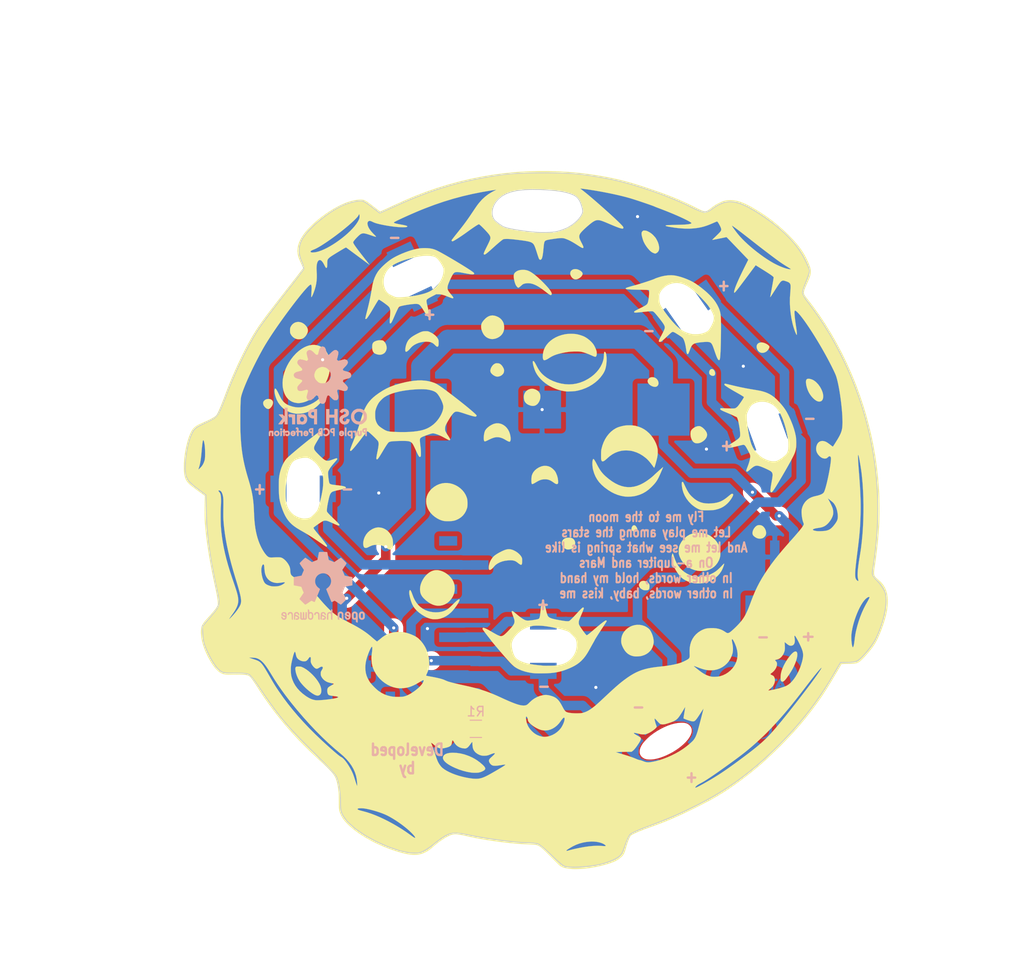
<source format=kicad_pcb>
(kicad_pcb (version 20171130) (host pcbnew 5.1.4-e60b266~84~ubuntu18.04.1)
  (layers (0 F.Cu signal) (31 B.Cu signal) (34 B.Paste user) (35 F.Paste user) (36 B.SilkS user) (37 F.SilkS user) (38 B.Mask user) (39 F.Mask user) (44 Edge.Cuts user))
  (net 0 "")
  (net 1 GND)
  (net 2 VCC)
  (net 3 /PB_0)
  (net 4 /PB_1)
  (net 5 /PB_4)
  (net 6 "Net-(J2-Pad6)")
  (net 7 "Net-(J2-Pad4)")
  (net 8 VIN)
  (net 9 /PB_2)
  (module Moon_75mm_Gaviota:Moon_ATtiny85 (layer F.Cu) (at 196.215 104.775)
    (fp_text reference Ref** hide)
    (fp_text value Val** hide)
    (fp_poly (pts (xy -20.834337 17.516996) (xy -20.786707 17.556101) (xy -20.766052 17.626071) (xy -20.7645 17.660862) (xy -20.771652 17.734689) (xy -20.798285 17.777842) (xy -20.852168 17.797508) (xy -20.916155 17.801167) (xy -20.984338 17.79666) (xy -21.023031 17.780438) (xy -21.038922 17.760225) (xy -21.057352 17.69789) (xy -21.058601 17.625802) (xy -21.043645 17.563052) (xy -21.027571 17.538095) (xy -20.983809 17.515473) (xy -20.920506 17.504971) (xy -20.912666 17.504834) (xy -20.834337 17.516996)) (layer B.Cu) (width 0.01))
    (fp_poly (pts (xy -19.596063 17.568658) (xy -19.451386 17.569535) (xy -19.31986 17.571827) (xy -19.207709 17.575305) (xy -19.121156 17.579738) (xy -19.066425 17.584898) (xy -19.050481 17.588755) (xy -19.027994 17.625273) (xy -19.019231 17.691644) (xy -19.019212 17.695334) (xy -19.027244 17.762839) (xy -19.049156 17.801021) (xy -19.050481 17.801912) (xy -19.085356 17.811173) (xy -19.150195 17.8182) (xy -19.232638 17.821787) (xy -19.256375 17.822009) (xy -19.431 17.822334) (xy -19.431 18.254738) (xy -19.431405 18.412455) (xy -19.433616 18.532868) (xy -19.439127 18.621008) (xy -19.44943 18.681904) (xy -19.466021 18.720586) (xy -19.490391 18.742082) (xy -19.524036 18.751423) (xy -19.568448 18.753637) (xy -19.579166 18.753667) (xy -19.626003 18.752303) (xy -19.661763 18.744857) (xy -19.687938 18.726301) (xy -19.706022 18.691605) (xy -19.717509 18.635739) (xy -19.723893 18.553675) (xy -19.726667 18.440382) (xy -19.727324 18.290831) (xy -19.727333 18.254738) (xy -19.727333 17.822334) (xy -19.905738 17.822334) (xy -20.004172 17.819972) (xy -20.068643 17.812035) (xy -20.107299 17.797241) (xy -20.117405 17.789072) (xy -20.139433 17.771266) (xy -20.148741 17.782562) (xy -20.150666 17.82953) (xy -20.150666 17.829999) (xy -20.146329 17.880838) (xy -20.126662 17.903555) (xy -20.092458 17.910886) (xy -20.059621 17.91756) (xy -20.041412 17.935055) (xy -20.032518 17.97405) (xy -20.027859 18.040716) (xy -20.025513 18.110297) (xy -20.030729 18.149758) (xy -20.04808 18.171206) (xy -20.08214 18.186748) (xy -20.083174 18.187139) (xy -20.113319 18.200541) (xy -20.132416 18.21929) (xy -20.143969 18.25291) (xy -20.151482 18.310927) (xy -20.157495 18.3892) (xy -20.174101 18.520448) (xy -20.205764 18.616149) (xy -20.257192 18.681801) (xy -20.333094 18.722905) (xy -20.438177 18.744962) (xy -20.464345 18.747684) (xy -20.535961 18.752444) (xy -20.578728 18.748231) (xy -20.605726 18.731894) (xy -20.623852 18.709286) (xy -20.653048 18.643281) (xy -20.65607 18.576298) (xy -20.635836 18.519618) (xy -20.59526 18.484522) (xy -20.564184 18.4785) (xy -20.503226 18.46392) (xy -20.465245 18.418216) (xy -20.448314 18.338442) (xy -20.447 18.299086) (xy -20.447 18.186195) (xy -20.529209 18.197222) (xy -20.610194 18.191264) (xy -20.668547 18.152438) (xy -20.698372 18.085668) (xy -20.701 18.053775) (xy -20.692532 17.975758) (xy -20.662456 17.930075) (xy -20.603766 17.90982) (xy -20.552088 17.907) (xy -20.447 17.907) (xy -20.447 17.780745) (xy -20.444408 17.705902) (xy -20.434558 17.661935) (xy -20.414342 17.637594) (xy -20.406058 17.632578) (xy -20.341485 17.612545) (xy -20.271932 17.612063) (xy -20.213817 17.629666) (xy -20.188723 17.651983) (xy -20.169751 17.677222) (xy -20.155548 17.671039) (xy -20.136649 17.630816) (xy -20.110377 17.568334) (xy -19.596063 17.568658)) (layer B.Cu) (width 0.01))
    (fp_poly (pts (xy -20.848468 17.912224) (xy -20.800705 17.92539) (xy -20.7899 17.9324) (xy -20.781495 17.961283) (xy -20.77465 18.023896) (xy -20.769442 18.111663) (xy -20.765948 18.216007) (xy -20.764244 18.32835) (xy -20.764407 18.440117) (xy -20.766515 18.542729) (xy -20.770645 18.627611) (xy -20.776874 18.686185) (xy -20.78294 18.707647) (xy -20.81509 18.727638) (xy -20.871858 18.741789) (xy -20.935653 18.747501) (xy -20.988885 18.742176) (xy -20.997333 18.739307) (xy -21.03526 18.713763) (xy -21.044634 18.702868) (xy -21.051978 18.670884) (xy -21.057166 18.605979) (xy -21.0603 18.516734) (xy -21.061484 18.411734) (xy -21.060819 18.299562) (xy -21.058408 18.188801) (xy -21.054354 18.088035) (xy -21.048758 18.005847) (xy -21.041725 17.950821) (xy -21.035433 17.9324) (xy -21.000023 17.917016) (xy -20.940529 17.90799) (xy -20.912666 17.907) (xy -20.848468 17.912224)) (layer B.Cu) (width 0.01))
    (fp_poly (pts (xy -21.25556 17.9078) (xy -21.20279 17.925175) (xy -21.196866 17.929453) (xy -21.185433 17.947285) (xy -21.177136 17.982646) (xy -21.171552 18.041064) (xy -21.168255 18.128064) (xy -21.166819 18.249172) (xy -21.166666 18.321854) (xy -21.166666 18.689191) (xy -21.219993 18.724132) (xy -21.276542 18.744545) (xy -21.344425 18.747511) (xy -21.406426 18.734358) (xy -21.445088 18.706792) (xy -21.452607 18.674775) (xy -21.458543 18.611283) (xy -21.462067 18.527171) (xy -21.462676 18.476489) (xy -21.466046 18.362744) (xy -21.477918 18.284787) (xy -21.501574 18.236397) (xy -21.540297 18.211352) (xy -21.597371 18.20343) (xy -21.606797 18.203334) (xy -21.652787 18.209694) (xy -21.684312 18.232897) (xy -21.703861 18.279122) (xy -21.713922 18.354553) (xy -21.716983 18.465369) (xy -21.717 18.477109) (xy -21.71832 18.5723) (xy -21.723485 18.635208) (xy -21.734302 18.675835) (xy -21.75258 18.704183) (xy -21.759333 18.711334) (xy -21.821857 18.745577) (xy -21.903255 18.748756) (xy -21.96735 18.731233) (xy -21.987184 18.721878) (xy -22.000621 18.707771) (xy -22.008662 18.681752) (xy -22.012312 18.636656) (xy -22.012574 18.56532) (xy -22.010451 18.460583) (xy -22.009683 18.429044) (xy -22.00637 18.31343) (xy -22.002031 18.2313) (xy -21.995101 18.173805) (xy -21.984016 18.132099) (xy -21.967211 18.097336) (xy -21.945022 18.0634) (xy -21.895468 18.003659) (xy -21.840835 17.954176) (xy -21.824057 17.94284) (xy -21.748646 17.914766) (xy -21.65936 17.904628) (xy -21.574329 17.912919) (xy -21.519322 17.934572) (xy -21.480176 17.955693) (xy -21.454056 17.950472) (xy -21.436298 17.934727) (xy -21.391289 17.912994) (xy -21.324719 17.903879) (xy -21.25556 17.9078)) (layer B.Cu) (width 0.01))
    (fp_poly (pts (xy -18.645697 17.583651) (xy -18.59806 17.615959) (xy -18.576427 17.646164) (xy -18.540582 17.707869) (xy -18.493699 17.794619) (xy -18.43895 17.899957) (xy -18.379507 18.017429) (xy -18.318543 18.14058) (xy -18.259231 18.262954) (xy -18.204743 18.378097) (xy -18.158253 18.479554) (xy -18.122932 18.560869) (xy -18.101954 18.615588) (xy -18.0975 18.634392) (xy -18.116375 18.678251) (xy -18.1641 18.717343) (xy -18.227321 18.743558) (xy -18.286872 18.749405) (xy -18.330102 18.742142) (xy -18.361765 18.722998) (xy -18.39187 18.682736) (xy -18.425583 18.621436) (xy -18.489083 18.499788) (xy -18.695153 18.499727) (xy -18.901224 18.499667) (xy -18.963989 18.624003) (xy -19.010302 18.703111) (xy -19.054257 18.755255) (xy -19.090742 18.774791) (xy -19.099356 18.773492) (xy -19.119199 18.765633) (xy -19.155398 18.751211) (xy -19.225873 18.711713) (xy -19.271079 18.66318) (xy -19.282833 18.62527) (xy -19.273652 18.594005) (xy -19.248179 18.53158) (xy -19.209515 18.444361) (xy -19.160766 18.338717) (xy -19.116706 18.245667) (xy -18.774148 18.245667) (xy -18.606185 18.245667) (xy -18.641513 18.171584) (xy -18.667162 18.124277) (xy -18.686953 18.098878) (xy -18.690166 18.0975) (xy -18.706869 18.114682) (xy -18.731794 18.157369) (xy -18.73882 18.171584) (xy -18.774148 18.245667) (xy -19.116706 18.245667) (xy -19.105032 18.221015) (xy -19.045419 18.097622) (xy -18.985029 17.974908) (xy -18.926964 17.859238) (xy -18.874329 17.756982) (xy -18.830226 17.674507) (xy -18.797759 17.61818) (xy -18.780657 17.594792) (xy -18.715859 17.569972) (xy -18.645697 17.583651)) (layer B.Cu) (width 0.01))
    (fp_poly (pts (xy -23.318247 17.568461) (xy -23.221335 17.603756) (xy -23.141068 17.668378) (xy -23.104841 17.711956) (xy -23.070685 17.785287) (xy -23.054586 17.879059) (xy -23.057844 17.974838) (xy -23.080837 18.052435) (xy -23.101756 18.098679) (xy -23.101573 18.131946) (xy -23.078252 18.172667) (xy -23.067296 18.188189) (xy -23.031959 18.266454) (xy -23.016543 18.363541) (xy -23.021224 18.463157) (xy -23.046178 18.549008) (xy -23.063078 18.57749) (xy -23.162022 18.677203) (xy -23.28288 18.742038) (xy -23.401769 18.767651) (xy -23.481424 18.770819) (xy -23.543939 18.761184) (xy -23.611258 18.734259) (xy -23.643144 18.718315) (xy -23.752526 18.644651) (xy -23.825035 18.553402) (xy -23.864042 18.440123) (xy -23.86689 18.423133) (xy -23.869996 18.380529) (xy -23.5585 18.380529) (xy -23.542531 18.439566) (xy -23.49422 18.471718) (xy -23.43905 18.4785) (xy -23.371337 18.463037) (xy -23.33745 18.431457) (xy -23.309954 18.384861) (xy -23.311676 18.351323) (xy -23.344065 18.311946) (xy -23.346833 18.309167) (xy -23.40495 18.274067) (xy -23.466563 18.270985) (xy -23.519874 18.295941) (xy -23.553081 18.344957) (xy -23.5585 18.380529) (xy -23.869996 18.380529) (xy -23.87167 18.357569) (xy -23.860495 18.299393) (xy -23.82924 18.228689) (xy -23.824846 18.220152) (xy -23.793782 18.157537) (xy -23.781019 18.116748) (xy -23.784753 18.082356) (xy -23.803179 18.038934) (xy -23.803556 18.038139) (xy -23.827142 17.947869) (xy -23.826021 17.89965) (xy -23.534343 17.89965) (xy -23.52531 17.934133) (xy -23.504071 17.958405) (xy -23.457216 17.98843) (xy -23.407724 17.980345) (xy -23.377337 17.961157) (xy -23.349583 17.930543) (xy -23.357094 17.896577) (xy -23.359578 17.892365) (xy -23.402669 17.85633) (xy -23.459594 17.847142) (xy -23.506748 17.865634) (xy -23.534343 17.89965) (xy -23.826021 17.89965) (xy -23.824782 17.846359) (xy -23.797761 17.75373) (xy -23.78382 17.728798) (xy -23.745415 17.683326) (xy -23.690529 17.632415) (xy -23.671708 17.617368) (xy -23.624242 17.585164) (xy -23.578193 17.567119) (xy -23.518414 17.559298) (xy -23.44218 17.55775) (xy -23.318247 17.568461)) (layer B.Cu) (width 0.01))
    (fp_poly (pts (xy -24.233808 17.569994) (xy -24.14333 17.575977) (xy -24.0819 17.587785) (xy -24.042923 17.606922) (xy -24.019804 17.634891) (xy -24.014208 17.64712) (xy -24.003227 17.689227) (xy -23.989633 17.761853) (xy -23.975079 17.853402) (xy -23.961218 17.952276) (xy -23.949702 18.046876) (xy -23.942185 18.125605) (xy -23.940171 18.166603) (xy -23.946014 18.225103) (xy -23.972455 18.263284) (xy -24.008291 18.288232) (xy -24.090674 18.324526) (xy -24.160353 18.323066) (xy -24.205329 18.299257) (xy -24.256407 18.274) (xy -24.290761 18.267507) (xy -24.342151 18.284254) (xy -24.385806 18.325416) (xy -24.405134 18.37511) (xy -24.405166 18.377033) (xy -24.387073 18.422191) (xy -24.341384 18.452042) (xy -24.280991 18.463655) (xy -24.218782 18.454096) (xy -24.176231 18.429111) (xy -24.112237 18.396788) (xy -24.040794 18.398675) (xy -23.97724 18.433303) (xy -23.962203 18.449605) (xy -23.924414 18.51968) (xy -23.927875 18.58484) (xy -23.972969 18.649786) (xy -23.978959 18.655663) (xy -24.068487 18.71605) (xy -24.181321 18.755461) (xy -24.302281 18.770552) (xy -24.416189 18.757979) (xy -24.428163 18.754604) (xy -24.538611 18.700341) (xy -24.624078 18.615497) (xy -24.679888 18.506636) (xy -24.70137 18.380321) (xy -24.701467 18.370807) (xy -24.683357 18.243056) (xy -24.632308 18.133815) (xy -24.553122 18.04876) (xy -24.450604 17.993565) (xy -24.367054 17.975689) (xy -24.305699 17.967966) (xy -24.276847 17.95613) (xy -24.270723 17.933866) (xy -24.273439 17.915216) (xy -24.280618 17.890317) (xy -24.296445 17.875309) (xy -24.329945 17.867697) (xy -24.390145 17.864985) (xy -24.456317 17.864667) (xy -24.553244 17.861436) (xy -24.622143 17.852362) (xy -24.654933 17.839267) (xy -24.673993 17.796497) (xy -24.67996 17.732076) (xy -24.673444 17.664404) (xy -24.655052 17.611885) (xy -24.647071 17.601595) (xy -24.623668 17.586772) (xy -24.583751 17.576901) (xy -24.520016 17.571135) (xy -24.425159 17.568629) (xy -24.35993 17.568334) (xy -24.233808 17.569994)) (layer B.Cu) (width 0.01))
    (fp_poly (pts (xy -22.165206 17.89838) (xy -22.10041 17.930049) (xy -22.054963 17.971888) (xy -22.045411 17.990635) (xy -22.040641 18.00933) (xy -22.040802 18.029192) (xy -22.048574 18.05583) (xy -22.066638 18.094849) (xy -22.097673 18.151856) (xy -22.14436 18.232456) (xy -22.20938 18.342257) (xy -22.230495 18.377752) (xy -22.378367 18.626254) (xy -22.300966 18.806428) (xy -22.260901 18.907311) (xy -22.242191 18.979105) (xy -22.245042 19.02939) (xy -22.269664 19.065748) (xy -22.30876 19.091848) (xy -22.366142 19.109633) (xy -22.429474 19.11167) (xy -22.480265 19.098438) (xy -22.494575 19.087042) (xy -22.511423 19.057216) (xy -22.541563 18.995595) (xy -22.58223 18.908474) (xy -22.630658 18.802152) (xy -22.684081 18.682926) (xy -22.739734 18.557093) (xy -22.79485 18.430951) (xy -22.846666 18.310797) (xy -22.892414 18.202929) (xy -22.929329 18.113644) (xy -22.954646 18.049239) (xy -22.965598 18.016012) (xy -22.965833 18.01397) (xy -22.947059 17.962597) (xy -22.899499 17.922013) (xy -22.836295 17.897168) (xy -22.770589 17.893011) (xy -22.715523 17.914492) (xy -22.711259 17.918103) (xy -22.680084 17.951376) (xy -22.6695 17.970933) (xy -22.661162 17.995962) (xy -22.639026 18.049024) (xy -22.607409 18.11989) (xy -22.598035 18.140258) (xy -22.526571 18.294546) (xy -22.4063 18.09019) (xy -22.351075 17.998743) (xy -22.310466 17.938679) (xy -22.27934 17.903938) (xy -22.252567 17.888457) (xy -22.233297 17.885834) (xy -22.165206 17.89838)) (layer B.Cu) (width 0.01))
    (fp_poly (pts (xy -18.621715 15.571291) (xy -18.567014 15.576531) (xy -18.261144 15.625993) (xy -17.983093 15.706455) (xy -17.733335 15.817621) (xy -17.512341 15.959192) (xy -17.320584 16.13087) (xy -17.158538 16.332359) (xy -17.038397 16.539128) (xy -16.972992 16.679282) (xy -16.923851 16.805341) (xy -16.888827 16.927631) (xy -16.865772 17.05648) (xy -16.852539 17.202217) (xy -16.84698 17.375169) (xy -16.846413 17.4625) (xy -16.848313 17.645165) (xy -16.854735 17.792837) (xy -16.866137 17.912659) (xy -16.880964 18.00225) (xy -16.976681 18.363236) (xy -17.113384 18.71966) (xy -17.289798 19.069472) (xy -17.504651 19.41062) (xy -17.756669 19.741055) (xy -18.044578 20.058724) (xy -18.320699 20.320842) (xy -18.512488 20.48431) (xy -18.723796 20.652792) (xy -18.942376 20.817063) (xy -19.155978 20.967899) (xy -19.339048 21.087798) (xy -19.480264 21.172977) (xy -19.623026 21.253592) (xy -19.762705 21.327559) (xy -19.894676 21.392794) (xy -20.014312 21.447211) (xy -20.116986 21.488726) (xy -20.198071 21.515256) (xy -20.252941 21.524714) (xy -20.276969 21.515017) (xy -20.277666 21.510677) (xy -20.271352 21.497167) (xy -20.250157 21.474935) (xy -20.21071 21.441341) (xy -20.149636 21.393747) (xy -20.063562 21.329513) (xy -19.949112 21.246) (xy -19.822583 21.154708) (xy -19.571395 20.968784) (xy -19.346274 20.790087) (xy -19.134778 20.608261) (xy -18.924463 20.412954) (xy -18.883221 20.373089) (xy -18.578583 20.058114) (xy -18.31537 19.7459) (xy -18.093685 19.436641) (xy -17.913634 19.130533) (xy -17.77532 18.827771) (xy -17.678849 18.52855) (xy -17.624325 18.233066) (xy -17.610979 17.997851) (xy -17.629429 17.732702) (xy -17.684768 17.484314) (xy -17.778111 17.250226) (xy -17.91057 17.027975) (xy -18.083258 16.815101) (xy -18.198784 16.69828) (xy -18.419297 16.516018) (xy -18.653722 16.373267) (xy -18.90008 16.270299) (xy -19.156389 16.207389) (xy -19.420668 16.184811) (xy -19.690937 16.202837) (xy -19.965215 16.261742) (xy -20.24152 16.3618) (xy -20.331989 16.403498) (xy -20.508829 16.498013) (xy -20.677979 16.607387) (xy -20.845343 16.736425) (xy -21.016828 16.889935) (xy -21.19834 17.072721) (xy -21.330187 17.215833) (xy -21.389277 17.27779) (xy -21.439439 17.323446) (xy -21.47334 17.346452) (xy -21.482076 17.347375) (xy -21.491699 17.318093) (xy -21.475522 17.2623) (xy -21.436703 17.184369) (xy -21.378395 17.088671) (xy -21.303755 16.979579) (xy -21.215938 16.861466) (xy -21.118099 16.738704) (xy -21.013394 16.615664) (xy -20.904978 16.49672) (xy -20.796007 16.386244) (xy -20.771568 16.362844) (xy -20.499987 16.132311) (xy -20.213384 15.939798) (xy -19.913664 15.785982) (xy -19.602733 15.671545) (xy -19.282494 15.597164) (xy -18.954853 15.56352) (xy -18.621715 15.571291)) (layer B.Cu) (width 0.01))
    (fp_poly (pts (xy -24.007927 15.740543) (xy -23.897745 15.742663) (xy -23.81135 15.747171) (xy -23.73947 15.754949) (xy -23.672834 15.766879) (xy -23.602171 15.783842) (xy -23.554467 15.79667) (xy -23.228715 15.907894) (xy -22.918901 16.057287) (xy -22.627245 16.242969) (xy -22.355963 16.463062) (xy -22.107273 16.715685) (xy -21.883393 16.99896) (xy -21.686541 17.311008) (xy -21.619552 17.436218) (xy -21.563618 17.553076) (xy -21.532152 17.635686) (xy -21.524611 17.683957) (xy -21.54045 17.697793) (xy -21.579125 17.677102) (xy -21.640091 17.621789) (xy -21.722805 17.531763) (xy -21.780346 17.463826) (xy -22.034301 17.183528) (xy -22.30053 16.940997) (xy -22.57776 16.737074) (xy -22.864714 16.572599) (xy -23.160118 16.448413) (xy -23.440113 16.370068) (xy -23.570768 16.349835) (xy -23.721446 16.338765) (xy -23.878151 16.33687) (xy -24.026891 16.344163) (xy -24.153671 16.360656) (xy -24.1935 16.36942) (xy -24.386732 16.432339) (xy -24.557305 16.518965) (xy -24.716515 16.6359) (xy -24.8285 16.740589) (xy -24.951091 16.876686) (xy -25.048003 17.014154) (xy -25.126496 17.165473) (xy -25.193833 17.343126) (xy -25.211589 17.399) (xy -25.248848 17.572619) (xy -25.260411 17.757039) (xy -25.246211 17.93664) (xy -25.214529 18.071723) (xy -25.135816 18.257236) (xy -25.01945 18.445428) (xy -24.864764 18.636963) (xy -24.671088 18.832506) (xy -24.437753 19.032722) (xy -24.16409 19.238275) (xy -23.84943 19.449831) (xy -23.788651 19.488434) (xy -23.624366 19.589356) (xy -23.432433 19.702465) (xy -23.210776 19.828927) (xy -22.95732 19.969909) (xy -22.669991 20.126577) (xy -22.346712 20.300098) (xy -22.309666 20.319839) (xy -22.077064 20.444015) (xy -21.877718 20.551213) (xy -21.707291 20.643915) (xy -21.561444 20.724603) (xy -21.43584 20.79576) (xy -21.326139 20.859869) (xy -21.228005 20.919412) (xy -21.137098 20.976872) (xy -21.049081 21.034731) (xy -20.98675 21.076878) (xy -20.670044 21.304641) (xy -20.39478 21.527276) (xy -20.160443 21.745293) (xy -19.966519 21.959203) (xy -19.812494 22.169517) (xy -19.715028 22.340818) (xy -19.644317 22.503827) (xy -19.601323 22.656325) (xy -19.581872 22.815637) (xy -19.579669 22.902334) (xy -19.593124 23.101757) (xy -19.635173 23.274771) (xy -19.708338 23.428318) (xy -19.815145 23.569342) (xy -19.82663 23.581803) (xy -19.980315 23.718272) (xy -20.152481 23.821364) (xy -20.336973 23.888304) (xy -20.527638 23.916316) (xy -20.569671 23.91698) (xy -20.650347 23.915873) (xy -20.693912 23.913146) (xy -20.705588 23.907175) (xy -20.690597 23.896336) (xy -20.66925 23.886015) (xy -20.619481 23.864038) (xy -20.544732 23.832444) (xy -20.459354 23.797279) (xy -20.440208 23.789519) (xy -20.254338 23.701235) (xy -20.107967 23.601282) (xy -19.999234 23.48702) (xy -19.926279 23.355813) (xy -19.887242 23.205022) (xy -19.880263 23.03201) (xy -19.882266 22.99833) (xy -19.920089 22.767097) (xy -19.998521 22.540101) (xy -20.115846 22.320824) (xy -20.270346 22.11275) (xy -20.374118 22.000765) (xy -20.462868 21.91594) (xy -20.557542 21.833887) (xy -20.660995 21.753018) (xy -20.776082 21.671743) (xy -20.905658 21.588475) (xy -21.052578 21.501625) (xy -21.219697 21.409604) (xy -21.409871 21.310824) (xy -21.625953 21.203696) (xy -21.8708 21.086632) (xy -22.147267 20.958043) (xy -22.458208 20.81634) (xy -22.691843 20.711214) (xy -23.016658 20.564869) (xy -23.306118 20.432671) (xy -23.564059 20.312756) (xy -23.794314 20.203262) (xy -24.00072 20.102327) (xy -24.18711 20.00809) (xy -24.35732 19.918686) (xy -24.515185 19.832255) (xy -24.595836 19.786628) (xy -24.892541 19.608969) (xy -25.150407 19.437004) (xy -25.372095 19.268081) (xy -25.56027 19.099547) (xy -25.717594 18.92875) (xy -25.84673 18.753036) (xy -25.950341 18.569754) (xy -26.031089 18.37625) (xy -26.041171 18.346847) (xy -26.064077 18.276761) (xy -26.080935 18.218) (xy -26.09269 18.162065) (xy -26.100285 18.100454) (xy -26.104666 18.02467) (xy -26.106777 17.926213) (xy -26.107562 17.796582) (xy -26.107685 17.74825) (xy -26.105365 17.549824) (xy -26.096098 17.383554) (xy -26.077902 17.239555) (xy -26.048793 17.107941) (xy -26.006787 16.978826) (xy -25.949904 16.842326) (xy -25.908121 16.753417) (xy -25.775261 16.52051) (xy -25.616708 16.319361) (xy -25.429158 16.14666) (xy -25.209307 15.999098) (xy -25.093083 15.937091) (xy -24.954506 15.871416) (xy -24.832017 15.821754) (xy -24.715571 15.786001) (xy -24.595126 15.762055) (xy -24.460639 15.747815) (xy -24.302066 15.741179) (xy -24.151166 15.739931) (xy -24.007927 15.740543)) (layer B.Cu) (width 0.01))
  )
  (module Symbol:OSHW-Logo2_9.8x8mm_SilkScreen (layer B.Cu) (at 129.3114 112.6998 180)
    (fp_text reference U5 hide)
    (fp_text value OSHW_Silk hide)
  )
  (module Resistor_SMD:R_1206_3216Metric_Pad1.42x1.75mm_HandSolder (layer B.Cu) (at 145.415 127.635 180)
    (fp_text reference R1 (at 0 1.82) (layer B.SilkS) (effects (justify mirror)))
    (fp_text value R_Small)
    (pad 1 smd roundrect (at -1.4875 0 180) (size 1.425 1.75) (layers B.Cu B.Paste B.Mask) (roundrect_rratio 0.175439) (net 9 /PB_2))
    (pad 2 smd roundrect (at 1.4875 0 180) (size 1.425 1.75) (layers B.Cu B.Paste B.Mask) (roundrect_rratio 0.175439) (net 2 VCC))
  )
  (module Moon_75mm_Gaviota:S8211R (layer B.Cu) (at 152.4 93.98)
    (fp_text reference BT1)
    (fp_text value Battery_Cell)
    (pad 2 smd rect (at 0 0) (size 4 4) (layers B.Cu B.Paste B.Mask) (net 1 GND))
    (pad 1 smd rect (at -12.8 0) (size 5.5 5.5) (layers B.Cu B.Paste B.Mask) (net 2 VCC))
    (pad 1 smd rect (at 12.8 0) (size 5.5 5.5) (layers B.Cu B.Paste B.Mask) (net 2 VCC))
  )
  (module Moon_75mm_Gaviota:SunLed_PLCC_Reverse-2 (layer B.Cu) (at 152.527 118.9228 90)
    (fp_text reference D1)
    (fp_text value LED)
    (pad 2 smd rect (at 2.6 0 90) (size 1.7 2.8) (layers B.Cu B.Paste B.Mask) (net 4 /PB_1))
    (pad 1 smd rect (at -2.6 0 90) (size 1.7 2.8) (layers B.Cu B.Paste B.Mask) (net 3 /PB_0))
  )
  (module Moon_75mm_Gaviota:SunLed_PLCC_Reverse-2 (layer B.Cu) (at 165.4048 128.9558 305)
    (fp_text reference D2)
    (fp_text value LED)
    (pad 1 smd rect (at -2.6 0 305) (size 1.7 2.8) (layers B.Cu B.Paste B.Mask) (net 4 /PB_1))
    (pad 2 smd rect (at 2.6 0 305) (size 1.7 2.8) (layers B.Cu B.Paste B.Mask) (net 3 /PB_0))
  )
  (module Moon_75mm_Gaviota:SunLed_PLCC_Reverse-2 (layer B.Cu) (at 176.149 96.3422 200)
    (fp_text reference D3)
    (fp_text value LED)
    (pad 2 smd rect (at 2.6 0 200) (size 1.7 2.8) (layers B.Cu B.Paste B.Mask) (net 5 /PB_4))
    (pad 1 smd rect (at -2.6 0 200) (size 1.7 2.8) (layers B.Cu B.Paste B.Mask) (net 4 /PB_1))
  )
  (module Moon_75mm_Gaviota:SunLed_PLCC_Reverse-2 (layer B.Cu) (at 167.6654 83.3882 35)
    (fp_text reference D4)
    (fp_text value LED)
    (pad 1 smd rect (at -2.6 0 35) (size 1.7 2.8) (layers B.Cu B.Paste B.Mask) (net 5 /PB_4))
    (pad 2 smd rect (at 2.6 0 35) (size 1.7 2.8) (layers B.Cu B.Paste B.Mask) (net 4 /PB_1))
  )
  (module Moon_75mm_Gaviota:SunLed_PLCC_Reverse-2 (layer B.Cu) (at 138.7094 79.9592 295)
    (fp_text reference D5)
    (fp_text value LED)
    (pad 2 smd rect (at 2.6 0 295) (size 1.7 2.8) (layers B.Cu B.Paste B.Mask) (net 5 /PB_4))
    (pad 1 smd rect (at -2.6 0 295) (size 1.7 2.8) (layers B.Cu B.Paste B.Mask) (net 3 /PB_0))
  )
  (module Moon_75mm_Gaviota:SunLed_PLCC_Reverse-2 (layer B.Cu) (at 127.2032 102.3366 180)
    (fp_text reference D6)
    (fp_text value LED)
    (pad 1 smd rect (at -2.6 0 180) (size 1.7 2.8) (layers B.Cu B.Paste B.Mask) (net 5 /PB_4))
    (pad 2 smd rect (at 2.6 0 180) (size 1.7 2.8) (layers B.Cu B.Paste B.Mask) (net 3 /PB_0))
  )
  (module Moon_75mm_Gaviota:JST-S2B-PH-SM4-TB (layer B.Cu) (at 177.927 112.4712 180)
    (fp_text reference J1)
    (fp_text value Conn_01x02)
    (pad 4 smd roundrect (at -3.35 -2.8 180) (size 1.5 3.4) (layers B.Cu B.Paste B.Mask) (roundrect_rratio 0.015))
    (pad 3 smd roundrect (at 3.35 -2.8 180) (size 1.5 3.4) (layers B.Cu B.Paste B.Mask) (roundrect_rratio 0.015))
    (pad 1 smd rect (at -1 2.95 180) (size 1 3.5) (layers B.Cu B.Paste B.Mask) (net 2 VCC))
    (pad 2 smd roundrect (at 1 2.95 180) (size 1 3.5) (layers B.Cu B.Paste B.Mask) (roundrect_rratio 0.015) (net 1 GND))
  )
  (module Moon_75mm_Gaviota:Digispark_SMD_Reverse (layer B.Cu) (at 144.145 114.4778 270)
    (fp_text reference J2)
    (fp_text value Conn_01x06_x03)
    (pad 9 smd rect (at 10.1844 12.827 270) (size 1.9 1) (layers B.Cu B.Paste B.Mask) (net 2 VCC))
    (pad 8 smd rect (at 6.8844 10.287 270) (size 1.9 1) (layers B.Cu B.Paste B.Mask) (net 1 GND))
    (pad 7 smd rect (at 10.1844 7.747 270) (size 1.9 1) (layers B.Cu B.Paste B.Mask) (net 8 VIN))
    (pad 1 smd rect (at 6.0452 -1.65 180) (size 1.9 1) (layers B.Cu B.Paste B.Mask) (net 3 /PB_0))
    (pad 2 smd rect (at 3.5052 1.65 180) (size 1.9 1) (layers B.Cu B.Paste B.Mask) (net 4 /PB_1))
    (pad 3 smd rect (at 0.9652 -1.65 180) (size 1.9 1) (layers B.Cu B.Paste B.Mask) (net 9 /PB_2))
    (pad 4 smd rect (at -1.5748 1.65 180) (size 1.9 1) (layers B.Cu B.Paste B.Mask) (net 7 "Net-(J2-Pad4)"))
    (pad 5 smd rect (at -4.1148 -1.65 180) (size 1.9 1) (layers B.Cu B.Paste B.Mask) (net 5 /PB_4))
    (pad 6 smd rect (at -6.6548 1.65 180) (size 1.9 1) (layers B.Cu B.Paste B.Mask) (net 6 "Net-(J2-Pad6)"))
  )
  (module Moon_75mm_Gaviota:SW_Push_PTS647_4.5mm (layer B.Cu) (at 154.94 132.08 180)
    (fp_text reference SW2)
    (fp_text value SW_Push_Dual)
    (pad 1 smd rect (at -2.625 1.6 180) (size 1.55 1) (layers B.Cu B.Paste B.Mask) (net 9 /PB_2))
    (pad 2 smd rect (at 2.625 1.6 180) (size 1.55 1) (layers B.Cu B.Paste B.Mask) (net 9 /PB_2))
    (pad 3 smd rect (at -2.625 -1.6 180) (size 1.55 1) (layers B.Cu B.Paste B.Mask) (net 1 GND))
    (pad 4 smd rect (at 2.625 -1.6 180) (size 1.55 1) (layers B.Cu B.Paste B.Mask) (net 1 GND))
  )
  (module Moon_75mm_Gaviota:Moon_6_Leds_75_2 (layer F.Cu) (at 151.765 105.791)
    (fp_text reference U1 hide)
    (fp_text value PCB hide)
    (fp_line (start -0.033455 -30.504914) (end -0.215704 -30.520018) (layer Edge.Cuts) (width 0.1))
    (fp_line (start 0.274742 -30.489679) (end -0.033455 -30.504914) (layer Edge.Cuts) (width 0.1))
    (fp_line (start 0.606007 -30.482253) (end 0.274742 -30.489679) (layer Edge.Cuts) (width 0.1))
    (fp_line (start 0.944423 -30.482339) (end 0.606007 -30.482253) (layer Edge.Cuts) (width 0.1))
    (fp_line (start 1.27407 -30.489649) (end 0.944423 -30.482339) (layer Edge.Cuts) (width 0.1))
    (fp_line (start 1.579031 -30.503872) (end 1.27407 -30.489649) (layer Edge.Cuts) (width 0.1))
    (fp_line (start 1.843392 -30.52473) (end 1.579031 -30.503872) (layer Edge.Cuts) (width 0.1))
    (fp_line (start 2.051226 -30.551928) (end 1.843392 -30.52473) (layer Edge.Cuts) (width 0.1))
    (fp_line (start 2.197622 -30.584739) (end 2.051226 -30.551928) (layer Edge.Cuts) (width 0.1))
    (fp_line (start 2.34986 -30.624467) (end 2.197622 -30.584739) (layer Edge.Cuts) (width 0.1))
    (fp_line (start 2.506618 -30.670414) (end 2.34986 -30.624467) (layer Edge.Cuts) (width 0.1))
    (fp_line (start 2.664751 -30.721495) (end 2.506618 -30.670414) (layer Edge.Cuts) (width 0.1))
    (fp_line (start 2.821156 -30.776624) (end 2.664751 -30.721495) (layer Edge.Cuts) (width 0.1))
    (fp_line (start 2.972698 -30.834716) (end 2.821156 -30.776624) (layer Edge.Cuts) (width 0.1))
    (fp_line (start 3.116255 -30.894686) (end 2.972698 -30.834716) (layer Edge.Cuts) (width 0.1))
    (fp_line (start 3.248702 -30.955447) (end 3.116255 -30.894686) (layer Edge.Cuts) (width 0.1))
    (fp_line (start 3.507118 -31.091852) (end 3.248702 -30.955447) (layer Edge.Cuts) (width 0.1))
    (fp_line (start 3.818485 -31.292669) (end 3.507118 -31.091852) (layer Edge.Cuts) (width 0.1))
    (fp_line (start 4.105646 -31.514979) (end 3.818485 -31.292669) (layer Edge.Cuts) (width 0.1))
    (fp_line (start 4.361286 -31.750892) (end 4.105646 -31.514979) (layer Edge.Cuts) (width 0.1))
    (fp_line (start 4.578083 -31.992519) (end 4.361286 -31.750892) (layer Edge.Cuts) (width 0.1))
    (fp_line (start 4.748721 -32.23197) (end 4.578083 -31.992519) (layer Edge.Cuts) (width 0.1))
    (fp_line (start 4.865881 -32.461355) (end 4.748721 -32.23197) (layer Edge.Cuts) (width 0.1))
    (fp_line (start 4.922241 -32.672786) (end 4.865881 -32.461355) (layer Edge.Cuts) (width 0.1))
    (fp_line (start 4.919941 -32.790006) (end 4.922241 -32.672786) (layer Edge.Cuts) (width 0.1))
    (fp_line (start 4.905361 -32.893501) (end 4.919941 -32.790006) (layer Edge.Cuts) (width 0.1))
    (fp_line (start 4.880301 -33.015813) (end 4.905361 -32.893501) (layer Edge.Cuts) (width 0.1))
    (fp_line (start 4.846561 -33.150456) (end 4.880301 -33.015813) (layer Edge.Cuts) (width 0.1))
    (fp_line (start 4.806001 -33.290948) (end 4.846561 -33.150456) (layer Edge.Cuts) (width 0.1))
    (fp_line (start 4.760451 -33.430804) (end 4.806001 -33.290948) (layer Edge.Cuts) (width 0.1))
    (fp_line (start 4.711731 -33.56354) (end 4.760451 -33.430804) (layer Edge.Cuts) (width 0.1))
    (fp_line (start 4.661681 -33.682673) (end 4.711731 -33.56354) (layer Edge.Cuts) (width 0.1))
    (fp_line (start 4.604111 -33.798637) (end 4.661681 -33.682673) (layer Edge.Cuts) (width 0.1))
    (fp_line (start 4.539331 -33.911415) (end 4.604111 -33.798637) (layer Edge.Cuts) (width 0.1))
    (fp_line (start 4.470651 -34.01385) (end 4.539331 -33.911415) (layer Edge.Cuts) (width 0.1))
    (fp_line (start 4.397741 -34.106302) (end 4.470651 -34.01385) (layer Edge.Cuts) (width 0.1))
    (fp_line (start 4.320281 -34.189134) (end 4.397741 -34.106302) (layer Edge.Cuts) (width 0.1))
    (fp_line (start 4.237931 -34.262704) (end 4.320281 -34.189134) (layer Edge.Cuts) (width 0.1))
    (fp_line (start 4.150371 -34.327375) (end 4.237931 -34.262704) (layer Edge.Cuts) (width 0.1))
    (fp_line (start 4.057281 -34.383508) (end 4.150371 -34.327375) (layer Edge.Cuts) (width 0.1))
    (fp_line (start 3.865236 -34.475819) (end 4.057281 -34.383508) (layer Edge.Cuts) (width 0.1))
    (fp_line (start 3.599905 -34.578708) (end 3.865236 -34.475819) (layer Edge.Cuts) (width 0.1))
    (fp_line (start 3.304408 -34.669983) (end 3.599905 -34.578708) (layer Edge.Cuts) (width 0.1))
    (fp_line (start 2.977082 -34.749972) (end 3.304408 -34.669983) (layer Edge.Cuts) (width 0.1))
    (fp_line (start 2.616282 -34.819006) (end 2.977082 -34.749972) (layer Edge.Cuts) (width 0.1))
    (fp_line (start 2.220357 -34.877413) (end 2.616282 -34.819006) (layer Edge.Cuts) (width 0.1))
    (fp_line (start 1.787659 -34.925522) (end 2.220357 -34.877413) (layer Edge.Cuts) (width 0.1))
    (fp_line (start 1.316538 -34.963662) (end 1.787659 -34.925522) (layer Edge.Cuts) (width 0.1))
    (fp_line (start 0.440987 -35.009854) (end 1.316538 -34.963662) (layer Edge.Cuts) (width 0.1))
    (fp_line (start -0.500873 -35.021964) (end 0.440987 -35.009854) (layer Edge.Cuts) (width 0.1))
    (fp_line (start -1.322251 -34.986134) (end -0.500873 -35.021964) (layer Edge.Cuts) (width 0.1))
    (fp_line (start -2.033384 -34.900253) (end -1.322251 -34.986134) (layer Edge.Cuts) (width 0.1))
    (fp_line (start -2.644507 -34.762215) (end -2.033384 -34.900253) (layer Edge.Cuts) (width 0.1))
    (fp_line (start -3.165855 -34.569908) (end -2.644507 -34.762215) (layer Edge.Cuts) (width 0.1))
    (fp_line (start -3.607665 -34.321224) (end -3.165855 -34.569908) (layer Edge.Cuts) (width 0.1))
    (fp_line (start -3.980172 -34.014054) (end -3.607665 -34.321224) (layer Edge.Cuts) (width 0.1))
    (fp_line (start -4.24041 -33.711827) (end -3.980172 -34.014054) (layer Edge.Cuts) (width 0.1))
    (fp_line (start -4.421561 -33.41933) (end -4.24041 -33.711827) (layer Edge.Cuts) (width 0.1))
    (fp_line (start -4.549676 -33.115933) (end -4.421561 -33.41933) (layer Edge.Cuts) (width 0.1))
    (fp_line (start -4.623916 -32.810849) (end -4.549676 -33.115933) (layer Edge.Cuts) (width 0.1))
    (fp_line (start -4.643318 -32.513296) (end -4.623916 -32.810849) (layer Edge.Cuts) (width 0.1))
    (fp_line (start -4.607038 -32.232488) (end -4.643318 -32.513296) (layer Edge.Cuts) (width 0.1))
    (fp_line (start -4.514226 -31.97764) (end -4.607038 -32.232488) (layer Edge.Cuts) (width 0.1))
    (fp_line (start -4.363976 -31.757967) (end -4.514226 -31.97764) (layer Edge.Cuts) (width 0.1))
    (fp_line (start -4.242836 -31.647479) (end -4.363976 -31.757967) (layer Edge.Cuts) (width 0.1))
    (fp_line (start -4.149076 -31.568557) (end -4.242836 -31.647479) (layer Edge.Cuts) (width 0.1))
    (fp_line (start -4.046234 -31.486891) (end -4.149076 -31.568557) (layer Edge.Cuts) (width 0.1))
    (fp_line (start -3.93794 -31.405117) (end -4.046234 -31.486891) (layer Edge.Cuts) (width 0.1))
    (fp_line (start -3.827829 -31.325871) (end -3.93794 -31.405117) (layer Edge.Cuts) (width 0.1))
    (fp_line (start -3.719525 -31.251789) (end -3.827829 -31.325871) (layer Edge.Cuts) (width 0.1))
    (fp_line (start -3.616681 -31.185507) (end -3.719525 -31.251789) (layer Edge.Cuts) (width 0.1))
    (fp_line (start -3.522911 -31.129663) (end -3.616681 -31.185507) (layer Edge.Cuts) (width 0.1))
    (fp_line (start -3.387165 -31.063997) (end -3.522911 -31.129663) (layer Edge.Cuts) (width 0.1))
    (fp_line (start -3.144994 -30.984884) (end -3.387165 -31.063997) (layer Edge.Cuts) (width 0.1))
    (fp_line (start -2.824773 -30.904046) (end -3.144994 -30.984884) (layer Edge.Cuts) (width 0.1))
    (fp_line (start -2.436621 -30.823314) (end -2.824773 -30.904046) (layer Edge.Cuts) (width 0.1))
    (fp_line (start -1.990651 -30.744522) (end -2.436621 -30.823314) (layer Edge.Cuts) (width 0.1))
    (fp_line (start -1.496975 -30.669507) (end -1.990651 -30.744522) (layer Edge.Cuts) (width 0.1))
    (fp_line (start -0.965709 -30.600098) (end -1.496975 -30.669507) (layer Edge.Cuts) (width 0.1))
    (fp_line (start -0.406963 -30.538131) (end -0.965709 -30.600098) (layer Edge.Cuts) (width 0.1))
    (fp_line (start -0.215704 -30.520018) (end -0.406963 -30.538131) (layer Edge.Cuts) (width 0.1))
    (fp_line (start 2.992417 36.331195) (end 2.992272 36.331198) (layer Edge.Cuts) (width 0.1))
    (fp_line (start 3.137586 36.375786) (end 2.992417 36.331195) (layer Edge.Cuts) (width 0.1))
    (fp_line (start 3.489376 36.414899) (end 3.137586 36.375786) (layer Edge.Cuts) (width 0.1))
    (fp_line (start 3.954635 36.425853) (end 3.489376 36.414899) (layer Edge.Cuts) (width 0.1))
    (fp_line (start 4.498467 36.410586) (end 3.954635 36.425853) (layer Edge.Cuts) (width 0.1))
    (fp_line (start 5.085983 36.371304) (end 4.498467 36.410586) (layer Edge.Cuts) (width 0.1))
    (fp_line (start 5.682274 36.310145) (end 5.085983 36.371304) (layer Edge.Cuts) (width 0.1))
    (fp_line (start 6.252449 36.229196) (end 5.682274 36.310145) (layer Edge.Cuts) (width 0.1))
    (fp_line (start 6.761613 36.13061) (end 6.252449 36.229196) (layer Edge.Cuts) (width 0.1))
    (fp_line (start 7.044383 36.05601) (end 6.761613 36.13061) (layer Edge.Cuts) (width 0.1))
    (fp_line (start 7.261781 35.990452) (end 7.044383 36.05601) (layer Edge.Cuts) (width 0.1))
    (fp_line (start 7.482832 35.916943) (end 7.261781 35.990452) (layer Edge.Cuts) (width 0.1))
    (fp_line (start 7.701164 35.837904) (end 7.482832 35.916943) (layer Edge.Cuts) (width 0.1))
    (fp_line (start 7.910407 35.755822) (end 7.701164 35.837904) (layer Edge.Cuts) (width 0.1))
    (fp_line (start 8.104193 35.673156) (end 7.910407 35.755822) (layer Edge.Cuts) (width 0.1))
    (fp_line (start 8.276154 35.592378) (end 8.104193 35.673156) (layer Edge.Cuts) (width 0.1))
    (fp_line (start 8.419915 35.515932) (end 8.276154 35.592378) (layer Edge.Cuts) (width 0.1))
    (fp_line (start 8.578411 35.417351) (end 8.419915 35.515932) (layer Edge.Cuts) (width 0.1))
    (fp_line (start 8.727358 35.313441) (end 8.578411 35.417351) (layer Edge.Cuts) (width 0.1))
    (fp_line (start 8.849498 35.208285) (end 8.727358 35.313441) (layer Edge.Cuts) (width 0.1))
    (fp_line (start 8.952455 35.090657) (end 8.849498 35.208285) (layer Edge.Cuts) (width 0.1))
    (fp_line (start 9.043858 34.949338) (end 8.952455 35.090657) (layer Edge.Cuts) (width 0.1))
    (fp_line (start 9.131324 34.773104) (end 9.043858 34.949338) (layer Edge.Cuts) (width 0.1))
    (fp_line (start 9.222484 34.550727) (end 9.131324 34.773104) (layer Edge.Cuts) (width 0.1))
    (fp_line (start 9.324957 34.270991) (end 9.222484 34.550727) (layer Edge.Cuts) (width 0.1))
    (fp_line (start 9.412857 34.022933) (end 9.324957 34.270991) (layer Edge.Cuts) (width 0.1))
    (fp_line (start 9.489525 33.822848) (end 9.412857 34.022933) (layer Edge.Cuts) (width 0.1))
    (fp_line (start 9.568051 33.631583) (end 9.489525 33.822848) (layer Edge.Cuts) (width 0.1))
    (fp_line (start 9.646172 33.454034) (end 9.568051 33.631583) (layer Edge.Cuts) (width 0.1))
    (fp_line (start 9.721618 33.295099) (end 9.646172 33.454034) (layer Edge.Cuts) (width 0.1))
    (fp_line (start 9.792042 33.159677) (end 9.721618 33.295099) (layer Edge.Cuts) (width 0.1))
    (fp_line (start 9.855182 33.052667) (end 9.792042 33.159677) (layer Edge.Cuts) (width 0.1))
    (fp_line (start 9.908715 32.978962) (end 9.855182 33.052667) (layer Edge.Cuts) (width 0.1))
    (fp_line (start 9.960475 32.933951) (end 9.908715 32.978962) (layer Edge.Cuts) (width 0.1))
    (fp_line (start 10.056223 32.873573) (end 9.960475 32.933951) (layer Edge.Cuts) (width 0.1))
    (fp_line (start 10.190255 32.80054) (end 10.056223 32.873573) (layer Edge.Cuts) (width 0.1))
    (fp_line (start 10.356858 32.717514) (end 10.190255 32.80054) (layer Edge.Cuts) (width 0.1))
    (fp_line (start 10.550322 32.627198) (end 10.356858 32.717514) (layer Edge.Cuts) (width 0.1))
    (fp_line (start 10.764936 32.532284) (end 10.550322 32.627198) (layer Edge.Cuts) (width 0.1))
    (fp_line (start 10.91736 32.467816) (end 10.764936 32.532284) (layer Edge.Cuts) (width 0.1))
    (fp_line (start 11.034729 32.419426) (end 10.91736 32.467816) (layer Edge.Cuts) (width 0.1))
    (fp_line (start 11.154289 32.371328) (end 11.034729 32.419426) (layer Edge.Cuts) (width 0.1))
    (fp_line (start 11.27533 32.323909) (end 11.154289 32.371328) (layer Edge.Cuts) (width 0.1))
    (fp_line (start 12.017476 32.039027) (end 11.27533 32.323909) (layer Edge.Cuts) (width 0.1))
    (fp_line (start 12.904748 31.69428) (end 12.017476 32.039027) (layer Edge.Cuts) (width 0.1))
    (fp_line (start 13.649085 31.398219) (end 12.904748 31.69428) (layer Edge.Cuts) (width 0.1))
    (fp_line (start 14.290048 31.133879) (end 13.649085 31.398219) (layer Edge.Cuts) (width 0.1))
    (fp_line (start 14.8672 30.8843) (end 14.290048 31.133879) (layer Edge.Cuts) (width 0.1))
    (fp_line (start 15.420107 30.632518) (end 14.8672 30.8843) (layer Edge.Cuts) (width 0.1))
    (fp_line (start 15.988332 30.361563) (end 15.420107 30.632518) (layer Edge.Cuts) (width 0.1))
    (fp_line (start 16.399005 30.159739) (end 15.988332 30.361563) (layer Edge.Cuts) (width 0.1))
    (fp_line (start 16.728033 29.996076) (end 16.399005 30.159739) (layer Edge.Cuts) (width 0.1))
    (fp_line (start 17.254543 29.730008) (end 16.728033 29.996076) (layer Edge.Cuts) (width 0.1))
    (fp_line (start 17.85601 29.411987) (end 17.254543 29.730008) (layer Edge.Cuts) (width 0.1))
    (fp_line (start 18.444022 29.08602) (end 17.85601 29.411987) (layer Edge.Cuts) (width 0.1))
    (fp_line (start 19.019806 28.751206) (end 18.444022 29.08602) (layer Edge.Cuts) (width 0.1))
    (fp_line (start 19.584588 28.406647) (end 19.019806 28.751206) (layer Edge.Cuts) (width 0.1))
    (fp_line (start 20.139599 28.051446) (end 19.584588 28.406647) (layer Edge.Cuts) (width 0.1))
    (fp_line (start 20.686064 27.684707) (end 20.139599 28.051446) (layer Edge.Cuts) (width 0.1))
    (fp_line (start 21.225211 27.305536) (end 20.686064 27.684707) (layer Edge.Cuts) (width 0.1))
    (fp_line (start 21.758267 26.913032) (end 21.225211 27.305536) (layer Edge.Cuts) (width 0.1))
    (fp_line (start 22.286463 26.506298) (end 21.758267 26.913032) (layer Edge.Cuts) (width 0.1))
    (fp_line (start 22.811021 26.084439) (end 22.286463 26.506298) (layer Edge.Cuts) (width 0.1))
    (fp_line (start 23.333173 25.646556) (end 22.811021 26.084439) (layer Edge.Cuts) (width 0.1))
    (fp_line (start 23.854143 25.19175) (end 23.333173 25.646556) (layer Edge.Cuts) (width 0.1))
    (fp_line (start 24.375163 24.719128) (end 23.854143 25.19175) (layer Edge.Cuts) (width 0.1))
    (fp_line (start 24.897459 24.227791) (end 24.375163 24.719128) (layer Edge.Cuts) (width 0.1))
    (fp_line (start 25.422257 23.716841) (end 24.897459 24.227791) (layer Edge.Cuts) (width 0.1))
    (fp_line (start 25.890345 23.246439) (end 25.422257 23.716841) (layer Edge.Cuts) (width 0.1))
    (fp_line (start 26.31821 22.80306) (end 25.890345 23.246439) (layer Edge.Cuts) (width 0.1))
    (fp_line (start 26.735241 22.357169) (end 26.31821 22.80306) (layer Edge.Cuts) (width 0.1))
    (fp_line (start 27.141914 21.908147) (end 26.735241 22.357169) (layer Edge.Cuts) (width 0.1))
    (fp_line (start 27.538701 21.455376) (end 27.141914 21.908147) (layer Edge.Cuts) (width 0.1))
    (fp_line (start 27.926083 20.998232) (end 27.538701 21.455376) (layer Edge.Cuts) (width 0.1))
    (fp_line (start 28.304535 20.5361) (end 27.926083 20.998232) (layer Edge.Cuts) (width 0.1))
    (fp_line (start 28.674534 20.068356) (end 28.304535 20.5361) (layer Edge.Cuts) (width 0.1))
    (fp_line (start 29.036553 19.594382) (end 28.674534 20.068356) (layer Edge.Cuts) (width 0.1))
    (fp_line (start 29.39107 19.11356) (end 29.036553 19.594382) (layer Edge.Cuts) (width 0.1))
    (fp_line (start 29.738561 18.625266) (end 29.39107 19.11356) (layer Edge.Cuts) (width 0.1))
    (fp_line (start 30.079503 18.128881) (end 29.738561 18.625266) (layer Edge.Cuts) (width 0.1))
    (fp_line (start 30.414373 17.623791) (end 30.079503 18.128881) (layer Edge.Cuts) (width 0.1))
    (fp_line (start 30.743647 17.10937) (end 30.414373 17.623791) (layer Edge.Cuts) (width 0.1))
    (fp_line (start 31.067796 16.585) (end 30.743647 17.10937) (layer Edge.Cuts) (width 0.1))
    (fp_line (start 31.387301 16.05006) (end 31.067796 16.585) (layer Edge.Cuts) (width 0.1))
    (fp_line (start 31.492637 15.868651) (end 31.387301 16.05006) (layer Edge.Cuts) (width 0.1))
    (fp_line (start 31.529835 15.804591) (end 31.492637 15.868651) (layer Edge.Cuts) (width 0.1))
    (fp_line (start 31.567033 15.740527) (end 31.529835 15.804591) (layer Edge.Cuts) (width 0.1))
    (fp_line (start 31.604231 15.676466) (end 31.567033 15.740527) (layer Edge.Cuts) (width 0.1))
    (fp_line (start 31.641428 15.612402) (end 31.604231 15.676466) (layer Edge.Cuts) (width 0.1))
    (fp_line (start 31.678626 15.548342) (end 31.641428 15.612402) (layer Edge.Cuts) (width 0.1))
    (fp_line (start 31.715821 15.484281) (end 31.678626 15.548342) (layer Edge.Cuts) (width 0.1))
    (fp_line (start 31.790217 15.356156) (end 31.715821 15.484281) (layer Edge.Cuts) (width 0.1))
    (fp_line (start 31.939008 15.099907) (end 31.790217 15.356156) (layer Edge.Cuts) (width 0.1))
    (fp_line (start 32.087796 14.843661) (end 31.939008 15.099907) (layer Edge.Cuts) (width 0.1))
    (fp_line (start 32.134392 14.843661) (end 32.087796 14.843661) (layer Edge.Cuts) (width 0.1))
    (fp_line (start 32.180988 14.843661) (end 32.134392 14.843661) (layer Edge.Cuts) (width 0.1))
    (fp_line (start 32.227584 14.843661) (end 32.180988 14.843661) (layer Edge.Cuts) (width 0.1))
    (fp_line (start 32.274179 14.843661) (end 32.227584 14.843661) (layer Edge.Cuts) (width 0.1))
    (fp_line (start 32.320775 14.843661) (end 32.274179 14.843661) (layer Edge.Cuts) (width 0.1))
    (fp_line (start 32.367371 14.843661) (end 32.320775 14.843661) (layer Edge.Cuts) (width 0.1))
    (fp_line (start 32.413967 14.843661) (end 32.367371 14.843661) (layer Edge.Cuts) (width 0.1))
    (fp_line (start 32.460562 14.843661) (end 32.413967 14.843661) (layer Edge.Cuts) (width 0.1))
    (fp_line (start 32.507158 14.843661) (end 32.460562 14.843661) (layer Edge.Cuts) (width 0.1))
    (fp_line (start 32.553751 14.843661) (end 32.507158 14.843661) (layer Edge.Cuts) (width 0.1))
    (fp_line (start 32.600347 14.843661) (end 32.553751 14.843661) (layer Edge.Cuts) (width 0.1))
    (fp_line (start 32.646943 14.843661) (end 32.600347 14.843661) (layer Edge.Cuts) (width 0.1))
    (fp_line (start 32.693539 14.843661) (end 32.646943 14.843661) (layer Edge.Cuts) (width 0.1))
    (fp_line (start 32.740134 14.843661) (end 32.693539 14.843661) (layer Edge.Cuts) (width 0.1))
    (fp_line (start 32.78673 14.843661) (end 32.740134 14.843661) (layer Edge.Cuts) (width 0.1))
    (fp_line (start 32.891383 14.843396) (end 32.78673 14.843661) (layer Edge.Cuts) (width 0.1))
    (fp_line (start 32.976968 14.84128) (end 32.891383 14.843396) (layer Edge.Cuts) (width 0.1))
    (fp_line (start 33.06073 14.837523) (end 32.976968 14.84128) (layer Edge.Cuts) (width 0.1))
    (fp_line (start 33.142478 14.832125) (end 33.06073 14.837523) (layer Edge.Cuts) (width 0.1))
    (fp_line (start 33.222015 14.825246) (end 33.142478 14.832125) (layer Edge.Cuts) (width 0.1))
    (fp_line (start 33.299141 14.816647) (end 33.222015 14.825246) (layer Edge.Cuts) (width 0.1))
    (fp_line (start 33.373687 14.806487) (end 33.299141 14.816647) (layer Edge.Cuts) (width 0.1))
    (fp_line (start 33.445429 14.794819) (end 33.373687 14.806487) (layer Edge.Cuts) (width 0.1))
    (fp_line (start 33.514202 14.781669) (end 33.445429 14.794819) (layer Edge.Cuts) (width 0.1))
    (fp_line (start 33.579787 14.76709) (end 33.514202 14.781669) (layer Edge.Cuts) (width 0.1))
    (fp_line (start 33.642014 14.751083) (end 33.579787 14.76709) (layer Edge.Cuts) (width 0.1))
    (fp_line (start 33.700643 14.7337) (end 33.642014 14.751083) (layer Edge.Cuts) (width 0.1))
    (fp_line (start 33.755552 14.714968) (end 33.700643 14.7337) (layer Edge.Cuts) (width 0.1))
    (fp_line (start 33.806495 14.694965) (end 33.755552 14.714968) (layer Edge.Cuts) (width 0.1))
    (fp_line (start 33.853281 14.673719) (end 33.806495 14.694965) (layer Edge.Cuts) (width 0.1))
    (fp_line (start 33.895744 14.651229) (end 33.853281 14.673719) (layer Edge.Cuts) (width 0.1))
    (fp_line (start 33.968264 14.604734) (end 33.895744 14.651229) (layer Edge.Cuts) (width 0.1))
    (fp_line (start 34.069065 14.527201) (end 33.968264 14.604734) (layer Edge.Cuts) (width 0.1))
    (fp_line (start 34.180505 14.430413) (end 34.069065 14.527201) (layer Edge.Cuts) (width 0.1))
    (fp_line (start 34.300729 14.316616) (end 34.180505 14.430413) (layer Edge.Cuts) (width 0.1))
    (fp_line (start 34.427877 14.188047) (end 34.300729 14.316616) (layer Edge.Cuts) (width 0.1))
    (fp_line (start 34.560097 14.046942) (end 34.427877 14.188047) (layer Edge.Cuts) (width 0.1))
    (fp_line (start 34.695535 13.895537) (end 34.560097 14.046942) (layer Edge.Cuts) (width 0.1))
    (fp_line (start 34.832332 13.736065) (end 34.695535 13.895537) (layer Edge.Cuts) (width 0.1))
    (fp_line (start 34.968638 13.570764) (end 34.832332 13.736065) (layer Edge.Cuts) (width 0.1))
    (fp_line (start 35.102591 13.401867) (end 34.968638 13.570764) (layer Edge.Cuts) (width 0.1))
    (fp_line (start 35.232337 13.231616) (end 35.102591 13.401867) (layer Edge.Cuts) (width 0.1))
    (fp_line (start 35.356025 13.06224) (end 35.232337 13.231616) (layer Edge.Cuts) (width 0.1))
    (fp_line (start 35.471793 12.895976) (end 35.356025 13.06224) (layer Edge.Cuts) (width 0.1))
    (fp_line (start 35.577788 12.735061) (end 35.471793 12.895976) (layer Edge.Cuts) (width 0.1))
    (fp_line (start 35.672157 12.581733) (end 35.577788 12.735061) (layer Edge.Cuts) (width 0.1))
    (fp_line (start 35.753048 12.438225) (end 35.672157 12.581733) (layer Edge.Cuts) (width 0.1))
    (fp_line (start 35.883387 12.177672) (end 35.753048 12.438225) (layer Edge.Cuts) (width 0.1))
    (fp_line (start 36.035559 11.843889) (end 35.883387 12.177672) (layer Edge.Cuts) (width 0.1))
    (fp_line (start 36.177141 11.501958) (end 36.035559 11.843889) (layer Edge.Cuts) (width 0.1))
    (fp_line (start 36.307591 11.15452) (end 36.177141 11.501958) (layer Edge.Cuts) (width 0.1))
    (fp_line (start 36.426368 10.80422) (end 36.307591 11.15452) (layer Edge.Cuts) (width 0.1))
    (fp_line (start 36.532926 10.4537) (end 36.426368 10.80422) (layer Edge.Cuts) (width 0.1))
    (fp_line (start 36.626726 10.105606) (end 36.532926 10.4537) (layer Edge.Cuts) (width 0.1))
    (fp_line (start 36.707233 9.762584) (end 36.626726 10.105606) (layer Edge.Cuts) (width 0.1))
    (fp_line (start 36.77389 9.427275) (end 36.707233 9.762584) (layer Edge.Cuts) (width 0.1))
    (fp_line (start 36.826169 9.102327) (end 36.77389 9.427275) (layer Edge.Cuts) (width 0.1))
    (fp_line (start 36.863502 8.790381) (end 36.826169 9.102327) (layer Edge.Cuts) (width 0.1))
    (fp_line (start 36.885409 8.494079) (end 36.863502 8.790381) (layer Edge.Cuts) (width 0.1))
    (fp_line (start 36.891177 8.216068) (end 36.885409 8.494079) (layer Edge.Cuts) (width 0.1))
    (fp_line (start 36.880461 7.958988) (end 36.891177 8.216068) (layer Edge.Cuts) (width 0.1))
    (fp_line (start 36.85272 7.725491) (end 36.880461 7.958988) (layer Edge.Cuts) (width 0.1))
    (fp_line (start 36.807296 7.518214) (end 36.85272 7.725491) (layer Edge.Cuts) (width 0.1))
    (fp_line (start 36.77544 7.42376) (end 36.807296 7.518214) (layer Edge.Cuts) (width 0.1))
    (fp_line (start 36.752501 7.368552) (end 36.77544 7.42376) (layer Edge.Cuts) (width 0.1))
    (fp_line (start 36.724045 7.308198) (end 36.752501 7.368552) (layer Edge.Cuts) (width 0.1))
    (fp_line (start 36.690498 7.243312) (end 36.724045 7.308198) (layer Edge.Cuts) (width 0.1))
    (fp_line (start 36.652208 7.174491) (end 36.690498 7.243312) (layer Edge.Cuts) (width 0.1))
    (fp_line (start 36.609594 7.102297) (end 36.652208 7.174491) (layer Edge.Cuts) (width 0.1))
    (fp_line (start 36.563083 7.027351) (end 36.609594 7.102297) (layer Edge.Cuts) (width 0.1))
    (fp_line (start 36.513021 6.950217) (end 36.563083 7.027351) (layer Edge.Cuts) (width 0.1))
    (fp_line (start 36.459829 6.871498) (end 36.513021 6.950217) (layer Edge.Cuts) (width 0.1))
    (fp_line (start 36.403907 6.7918) (end 36.459829 6.871498) (layer Edge.Cuts) (width 0.1))
    (fp_line (start 36.345675 6.711703) (end 36.403907 6.7918) (layer Edge.Cuts) (width 0.1))
    (fp_line (start 36.28548 6.631807) (end 36.345675 6.711703) (layer Edge.Cuts) (width 0.1))
    (fp_line (start 36.097239 6.396587) (end 36.28548 6.631807) (layer Edge.Cuts) (width 0.1))
    (fp_line (start 35.752537 6.014076) (end 36.097239 6.396587) (layer Edge.Cuts) (width 0.1))
    (fp_line (start 35.528216 5.721084) (end 35.752537 6.014076) (layer Edge.Cuts) (width 0.1))
    (fp_line (start 35.443528 5.490675) (end 35.528216 5.721084) (layer Edge.Cuts) (width 0.1))
    (fp_line (start 35.443528 5.363762) (end 35.443528 5.490675) (layer Edge.Cuts) (width 0.1))
    (fp_line (start 35.448819 5.294923) (end 35.443528 5.363762) (layer Edge.Cuts) (width 0.1))
    (fp_line (start 35.458053 5.219553) (end 35.448819 5.294923) (layer Edge.Cuts) (width 0.1))
    (fp_line (start 35.470648 5.13617) (end 35.458053 5.219553) (layer Edge.Cuts) (width 0.1))
    (fp_line (start 35.555642 4.601881) (end 35.470648 5.13617) (layer Edge.Cuts) (width 0.1))
    (fp_line (start 35.662624 3.848964) (end 35.555642 4.601881) (layer Edge.Cuts) (width 0.1))
    (fp_line (start 35.755363 3.099204) (end 35.662624 3.848964) (layer Edge.Cuts) (width 0.1))
    (fp_line (start 35.83387 2.352573) (end 35.755363 3.099204) (layer Edge.Cuts) (width 0.1))
    (fp_line (start 35.898108 1.609057) (end 35.83387 2.352573) (layer Edge.Cuts) (width 0.1))
    (fp_line (start 35.948125 0.868634) (end 35.898108 1.609057) (layer Edge.Cuts) (width 0.1))
    (fp_line (start 35.983863 0.131285) (end 35.948125 0.868634) (layer Edge.Cuts) (width 0.1))
    (fp_line (start 36.005373 -0.603013) (end 35.983863 0.131285) (layer Edge.Cuts) (width 0.1))
    (fp_line (start 36.012543 -1.334276) (end 36.005373 -0.603013) (layer Edge.Cuts) (width 0.1))
    (fp_line (start 36.005479 -2.062526) (end 36.012543 -1.334276) (layer Edge.Cuts) (width 0.1))
    (fp_line (start 35.984206 -2.787781) (end 36.005479 -2.062526) (layer Edge.Cuts) (width 0.1))
    (fp_line (start 35.948665 -3.510061) (end 35.984206 -2.787781) (layer Edge.Cuts) (width 0.1))
    (fp_line (start 35.898852 -4.229389) (end 35.948665 -3.510061) (layer Edge.Cuts) (width 0.1))
    (fp_line (start 35.834741 -4.945783) (end 35.898852 -4.229389) (layer Edge.Cuts) (width 0.1))
    (fp_line (start 35.756384 -5.659261) (end 35.834741 -4.945783) (layer Edge.Cuts) (width 0.1))
    (fp_line (start 35.663741 -6.369845) (end 35.756384 -5.659261) (layer Edge.Cuts) (width 0.1))
    (fp_line (start 35.556817 -7.077552) (end 35.663741 -6.369845) (layer Edge.Cuts) (width 0.1))
    (fp_line (start 35.435609 -7.782405) (end 35.556817 -7.077552) (layer Edge.Cuts) (width 0.1))
    (fp_line (start 35.300116 -8.484421) (end 35.435609 -7.782405) (layer Edge.Cuts) (width 0.1))
    (fp_line (start 35.150332 -9.183625) (end 35.300116 -8.484421) (layer Edge.Cuts) (width 0.1))
    (fp_line (start 34.986256 -9.880032) (end 35.150332 -9.183625) (layer Edge.Cuts) (width 0.1))
    (fp_line (start 34.807885 -10.573664) (end 34.986256 -9.880032) (layer Edge.Cuts) (width 0.1))
    (fp_line (start 34.615215 -11.264538) (end 34.807885 -10.573664) (layer Edge.Cuts) (width 0.1))
    (fp_line (start 34.408245 -11.952677) (end 34.615215 -11.264538) (layer Edge.Cuts) (width 0.1))
    (fp_line (start 34.186969 -12.638099) (end 34.408245 -11.952677) (layer Edge.Cuts) (width 0.1))
    (fp_line (start 33.951386 -13.320826) (end 34.186969 -12.638099) (layer Edge.Cuts) (width 0.1))
    (fp_line (start 33.701495 -14.000875) (end 33.951386 -13.320826) (layer Edge.Cuts) (width 0.1))
    (fp_line (start 33.43729 -14.678268) (end 33.701495 -14.000875) (layer Edge.Cuts) (width 0.1))
    (fp_line (start 33.158769 -15.353023) (end 33.43729 -14.678268) (layer Edge.Cuts) (width 0.1))
    (fp_line (start 32.865928 -16.025162) (end 33.158769 -15.353023) (layer Edge.Cuts) (width 0.1))
    (fp_line (start 32.558768 -16.694703) (end 32.865928 -16.025162) (layer Edge.Cuts) (width 0.1))
    (fp_line (start 32.237281 -17.361667) (end 32.558768 -16.694703) (layer Edge.Cuts) (width 0.1))
    (fp_line (start 32.060552 -17.713681) (end 32.237281 -17.361667) (layer Edge.Cuts) (width 0.1))
    (fp_line (start 31.962648 -17.906258) (end 32.060552 -17.713681) (layer Edge.Cuts) (width 0.1))
    (fp_line (start 31.865141 -18.095727) (end 31.962648 -17.906258) (layer Edge.Cuts) (width 0.1))
    (fp_line (start 31.767899 -18.282298) (end 31.865141 -18.095727) (layer Edge.Cuts) (width 0.1))
    (fp_line (start 31.476754 -18.828279) (end 31.767899 -18.282298) (layer Edge.Cuts) (width 0.1))
    (fp_line (start 31.084258 -19.52567) (end 31.476754 -18.828279) (layer Edge.Cuts) (width 0.1))
    (fp_line (start 30.679081 -20.203605) (end 31.084258 -19.52567) (layer Edge.Cuts) (width 0.1))
    (fp_line (start 30.252765 -20.875536) (end 30.679081 -20.203605) (layer Edge.Cuts) (width 0.1))
    (fp_line (start 29.796867 -21.554916) (end 30.252765 -20.875536) (layer Edge.Cuts) (width 0.1))
    (fp_line (start 29.30293 -22.255198) (end 29.796867 -21.554916) (layer Edge.Cuts) (width 0.1))
    (fp_line (start 28.762502 -22.989836) (end 29.30293 -22.255198) (layer Edge.Cuts) (width 0.1))
    (fp_line (start 28.502147 -23.33557) (end 28.762502 -22.989836) (layer Edge.Cuts) (width 0.1))
    (fp_line (start 28.409908 -23.469436) (end 28.502147 -23.33557) (layer Edge.Cuts) (width 0.1))
    (fp_line (start 28.272394 -23.689785) (end 28.409908 -23.469436) (layer Edge.Cuts) (width 0.1))
    (fp_line (start 28.150402 -23.925696) (end 28.272394 -23.689785) (layer Edge.Cuts) (width 0.1))
    (fp_line (start 28.088294 -24.103538) (end 28.150402 -23.925696) (layer Edge.Cuts) (width 0.1))
    (fp_line (start 28.098787 -24.234807) (end 28.088294 -24.103538) (layer Edge.Cuts) (width 0.1))
    (fp_line (start 28.164004 -24.487432) (end 28.098787 -24.234807) (layer Edge.Cuts) (width 0.1))
    (fp_line (start 28.271743 -24.822383) (end 28.164004 -24.487432) (layer Edge.Cuts) (width 0.1))
    (fp_line (start 28.409768 -25.20063) (end 28.271743 -24.822383) (layer Edge.Cuts) (width 0.1))
    (fp_line (start 28.561186 -25.583909) (end 28.409768 -25.20063) (layer Edge.Cuts) (width 0.1))
    (fp_line (start 28.690475 -25.938701) (end 28.561186 -25.583909) (layer Edge.Cuts) (width 0.1))
    (fp_line (start 28.785413 -26.22848) (end 28.690475 -25.938701) (layer Edge.Cuts) (width 0.1))
    (fp_line (start 28.833741 -26.416719) (end 28.785413 -26.22848) (layer Edge.Cuts) (width 0.1))
    (fp_line (start 28.819946 -26.51828) (end 28.833741 -26.416719) (layer Edge.Cuts) (width 0.1))
    (fp_line (start 28.734134 -26.752548) (end 28.819946 -26.51828) (layer Edge.Cuts) (width 0.1))
    (fp_line (start 28.592383 -27.081476) (end 28.734134 -26.752548) (layer Edge.Cuts) (width 0.1))
    (fp_line (start 28.410792 -27.467013) (end 28.592383 -27.081476) (layer Edge.Cuts) (width 0.1))
    (fp_line (start 28.119157 -28.026217) (end 28.410792 -27.467013) (layer Edge.Cuts) (width 0.1))
    (fp_line (start 27.73013 -28.64516) (end 28.119157 -28.026217) (layer Edge.Cuts) (width 0.1))
    (fp_line (start 27.28009 -29.247711) (end 27.73013 -28.64516) (layer Edge.Cuts) (width 0.1))
    (fp_line (start 26.765295 -29.837675) (end 27.28009 -29.247711) (layer Edge.Cuts) (width 0.1))
    (fp_line (start 26.182013 -30.418859) (end 26.765295 -29.837675) (layer Edge.Cuts) (width 0.1))
    (fp_line (start 25.526503 -30.995072) (end 26.182013 -30.418859) (layer Edge.Cuts) (width 0.1))
    (fp_line (start 24.79503 -31.57012) (end 25.526503 -30.995072) (layer Edge.Cuts) (width 0.1))
    (fp_line (start 23.983858 -32.14781) (end 24.79503 -31.57012) (layer Edge.Cuts) (width 0.1))
    (fp_line (start 23.088463 -32.731077) (end 23.983858 -32.14781) (layer Edge.Cuts) (width 0.1))
    (fp_line (start 22.290389 -33.185364) (end 23.088463 -32.731077) (layer Edge.Cuts) (width 0.1))
    (fp_line (start 21.586386 -33.501066) (end 22.290389 -33.185364) (layer Edge.Cuts) (width 0.1))
    (fp_line (start 20.954916 -33.680678) (end 21.586386 -33.501066) (layer Edge.Cuts) (width 0.1))
    (fp_line (start 20.374438 -33.726713) (end 20.954916 -33.680678) (layer Edge.Cuts) (width 0.1))
    (fp_line (start 19.823417 -33.64164) (end 20.374438 -33.726713) (layer Edge.Cuts) (width 0.1))
    (fp_line (start 19.280312 -33.427973) (end 19.823417 -33.64164) (layer Edge.Cuts) (width 0.1))
    (fp_line (start 18.723586 -33.088205) (end 19.280312 -33.427973) (layer Edge.Cuts) (width 0.1))
    (fp_line (start 18.468004 -32.896513) (end 18.723586 -33.088205) (layer Edge.Cuts) (width 0.1))
    (fp_line (start 18.369278 -32.834103) (end 18.468004 -32.896513) (layer Edge.Cuts) (width 0.1))
    (fp_line (start 18.265077 -32.776948) (end 18.369278 -32.834103) (layer Edge.Cuts) (width 0.1))
    (fp_line (start 18.158595 -32.726373) (end 18.265077 -32.776948) (layer Edge.Cuts) (width 0.1))
    (fp_line (start 18.053032 -32.683713) (end 18.158595 -32.726373) (layer Edge.Cuts) (width 0.1))
    (fp_line (start 17.95158 -32.650291) (end 18.053032 -32.683713) (layer Edge.Cuts) (width 0.1))
    (fp_line (start 17.857433 -32.627442) (end 17.95158 -32.650291) (layer Edge.Cuts) (width 0.1))
    (fp_line (start 17.773785 -32.616491) (end 17.857433 -32.627442) (layer Edge.Cuts) (width 0.1))
    (fp_line (start 17.693873 -32.620539) (end 17.773785 -32.616491) (layer Edge.Cuts) (width 0.1))
    (fp_line (start 17.573001 -32.64729) (end 17.693873 -32.620539) (layer Edge.Cuts) (width 0.1))
    (fp_line (start 17.417307 -32.694387) (end 17.573001 -32.64729) (layer Edge.Cuts) (width 0.1))
    (fp_line (start 17.232935 -32.759469) (end 17.417307 -32.694387) (layer Edge.Cuts) (width 0.1))
    (fp_line (start 17.026025 -32.840174) (end 17.232935 -32.759469) (layer Edge.Cuts) (width 0.1))
    (fp_line (start 16.802717 -32.934143) (end 17.026025 -32.840174) (layer Edge.Cuts) (width 0.1))
    (fp_line (start 16.569153 -33.039016) (end 16.802717 -32.934143) (layer Edge.Cuts) (width 0.1))
    (fp_line (start 16.331467 -33.152431) (end 16.569153 -33.039016) (layer Edge.Cuts) (width 0.1))
    (fp_line (start 15.641574 -33.48952) (end 16.331467 -33.152431) (layer Edge.Cuts) (width 0.1))
    (fp_line (start 14.625913 -33.937098) (end 15.641574 -33.48952) (layer Edge.Cuts) (width 0.1))
    (fp_line (start 13.530885 -34.376306) (end 14.625913 -33.937098) (layer Edge.Cuts) (width 0.1))
    (fp_line (start 12.386961 -34.796734) (end 13.530885 -34.376306) (layer Edge.Cuts) (width 0.1))
    (fp_line (start 11.22461 -35.187971) (end 12.386961 -34.796734) (layer Edge.Cuts) (width 0.1))
    (fp_line (start 10.074302 -35.539607) (end 11.22461 -35.187971) (layer Edge.Cuts) (width 0.1))
    (fp_line (start 8.966502 -35.84123) (end 10.074302 -35.539607) (layer Edge.Cuts) (width 0.1))
    (fp_line (start 7.931682 -36.082432) (end 8.966502 -35.84123) (layer Edge.Cuts) (width 0.1))
    (fp_line (start 6.936632 -36.272215) (end 7.931682 -36.082432) (layer Edge.Cuts) (width 0.1))
    (fp_line (start 6.046735 -36.429074) (end 6.936632 -36.272215) (layer Edge.Cuts) (width 0.1))
    (fp_line (start 5.251321 -36.55016) (end 6.046735 -36.429074) (layer Edge.Cuts) (width 0.1))
    (fp_line (start 4.502865 -36.639713) (end 5.251321 -36.55016) (layer Edge.Cuts) (width 0.1))
    (fp_line (start 3.753856 -36.701971) (end 4.502865 -36.639713) (layer Edge.Cuts) (width 0.1))
    (fp_line (start 2.956775 -36.741173) (end 3.753856 -36.701971) (layer Edge.Cuts) (width 0.1))
    (fp_line (start 2.064102 -36.761559) (end 2.956775 -36.741173) (layer Edge.Cuts) (width 0.1))
    (fp_line (start 1.028322 -36.767365) (end 2.064102 -36.761559) (layer Edge.Cuts) (width 0.1))
    (fp_line (start 0.034955 -36.764054) (end 1.028322 -36.767365) (layer Edge.Cuts) (width 0.1))
    (fp_line (start -0.739261 -36.755704) (end 0.034955 -36.764054) (layer Edge.Cuts) (width 0.1))
    (fp_line (start -1.406625 -36.740616) (end -0.739261 -36.755704) (layer Edge.Cuts) (width 0.1))
    (fp_line (start -1.992571 -36.717309) (end -1.406625 -36.740616) (layer Edge.Cuts) (width 0.1))
    (fp_line (start -2.522524 -36.684303) (end -1.992571 -36.717309) (layer Edge.Cuts) (width 0.1))
    (fp_line (start -3.021906 -36.640118) (end -2.522524 -36.684303) (layer Edge.Cuts) (width 0.1))
    (fp_line (start -3.516151 -36.583274) (end -3.021906 -36.640118) (layer Edge.Cuts) (width 0.1))
    (fp_line (start -4.03068 -36.512291) (end -3.516151 -36.583274) (layer Edge.Cuts) (width 0.1))
    (fp_line (start -5.120581 -36.339503) (end -4.03068 -36.512291) (layer Edge.Cuts) (width 0.1))
    (fp_line (start -6.433325 -36.090225) (end -5.120581 -36.339503) (layer Edge.Cuts) (width 0.1))
    (fp_line (start -7.708846 -35.80195) (end -6.433325 -36.090225) (layer Edge.Cuts) (width 0.1))
    (fp_line (start -8.961535 -35.470393) (end -7.708846 -35.80195) (layer Edge.Cuts) (width 0.1))
    (fp_line (start -10.205778 -35.091264) (end -8.961535 -35.470393) (layer Edge.Cuts) (width 0.1))
    (fp_line (start -11.455962 -34.660278) (end -10.205778 -35.091264) (layer Edge.Cuts) (width 0.1))
    (fp_line (start -12.726472 -34.173148) (end -11.455962 -34.660278) (layer Edge.Cuts) (width 0.1))
    (fp_line (start -14.031694 -33.625586) (end -12.726472 -34.173148) (layer Edge.Cuts) (width 0.1))
    (fp_line (start -14.48014 -33.425167) (end -14.031694 -33.625586) (layer Edge.Cuts) (width 0.1))
    (fp_line (start -14.730599 -33.313232) (end -14.48014 -33.425167) (layer Edge.Cuts) (width 0.1))
    (fp_line (start -14.981059 -33.201297) (end -14.730599 -33.313232) (layer Edge.Cuts) (width 0.1))
    (fp_line (start -15.231519 -33.089362) (end -14.981059 -33.201297) (layer Edge.Cuts) (width 0.1))
    (fp_line (start -15.481978 -32.977427) (end -15.231519 -33.089362) (layer Edge.Cuts) (width 0.1))
    (fp_line (start -15.732438 -32.865492) (end -15.481978 -32.977427) (layer Edge.Cuts) (width 0.1))
    (fp_line (start -15.982897 -32.753557) (end -15.732438 -32.865492) (layer Edge.Cuts) (width 0.1))
    (fp_line (start -16.233357 -32.641622) (end -15.982897 -32.753557) (layer Edge.Cuts) (width 0.1))
    (fp_line (start -16.483817 -32.529687) (end -16.233357 -32.641622) (layer Edge.Cuts) (width 0.1))
    (fp_line (start -16.581041 -32.605239) (end -16.483817 -32.529687) (layer Edge.Cuts) (width 0.1))
    (fp_line (start -16.678264 -32.68079) (end -16.581041 -32.605239) (layer Edge.Cuts) (width 0.1))
    (fp_line (start -16.775488 -32.756342) (end -16.678264 -32.68079) (layer Edge.Cuts) (width 0.1))
    (fp_line (start -16.872712 -32.831893) (end -16.775488 -32.756342) (layer Edge.Cuts) (width 0.1))
    (fp_line (start -16.969936 -32.907445) (end -16.872712 -32.831893) (layer Edge.Cuts) (width 0.1))
    (fp_line (start -17.067159 -32.982996) (end -16.969936 -32.907445) (layer Edge.Cuts) (width 0.1))
    (fp_line (start -17.164383 -33.058548) (end -17.067159 -32.982996) (layer Edge.Cuts) (width 0.1))
    (fp_line (start -17.369314 -33.216758) (end -17.164383 -33.058548) (layer Edge.Cuts) (width 0.1))
    (fp_line (start -17.532167 -33.336434) (end -17.369314 -33.216758) (layer Edge.Cuts) (width 0.1))
    (fp_line (start -17.692348 -33.448806) (end -17.532167 -33.336434) (layer Edge.Cuts) (width 0.1))
    (fp_line (start -17.845516 -33.551106) (end -17.692348 -33.448806) (layer Edge.Cuts) (width 0.1))
    (fp_line (start -17.987326 -33.640566) (end -17.845516 -33.551106) (layer Edge.Cuts) (width 0.1))
    (fp_line (start -18.113435 -33.714416) (end -17.987326 -33.640566) (layer Edge.Cuts) (width 0.1))
    (fp_line (start -18.219501 -33.769888) (end -18.113435 -33.714416) (layer Edge.Cuts) (width 0.1))
    (fp_line (start -18.301182 -33.804213) (end -18.219501 -33.769888) (layer Edge.Cuts) (width 0.1))
    (fp_line (start -18.423391 -33.824848) (end -18.301182 -33.804213) (layer Edge.Cuts) (width 0.1))
    (fp_line (start -18.64521 -33.816217) (end -18.423391 -33.824848) (layer Edge.Cuts) (width 0.1))
    (fp_line (start -18.924111 -33.776491) (end -18.64521 -33.816217) (layer Edge.Cuts) (width 0.1))
    (fp_line (start -19.242477 -33.710115) (end -18.924111 -33.776491) (layer Edge.Cuts) (width 0.1))
    (fp_line (start -19.582694 -33.621534) (end -19.242477 -33.710115) (layer Edge.Cuts) (width 0.1))
    (fp_line (start -19.927146 -33.515191) (end -19.582694 -33.621534) (layer Edge.Cuts) (width 0.1))
    (fp_line (start -20.258218 -33.395529) (end -19.927146 -33.515191) (layer Edge.Cuts) (width 0.1))
    (fp_line (start -20.558293 -33.266988) (end -20.258218 -33.395529) (layer Edge.Cuts) (width 0.1))
    (fp_line (start -21.040559 -33.010424) (end -20.558293 -33.266988) (layer Edge.Cuts) (width 0.1))
    (fp_line (start -21.657429 -32.622951) (end -21.040559 -33.010424) (layer Edge.Cuts) (width 0.1))
    (fp_line (start -22.278532 -32.179193) (end -21.657429 -32.622951) (layer Edge.Cuts) (width 0.1))
    (fp_line (start -22.880802 -31.699211) (end -22.278532 -32.179193) (layer Edge.Cuts) (width 0.1))
    (fp_line (start -23.441176 -31.203064) (end -22.880802 -31.699211) (layer Edge.Cuts) (width 0.1))
    (fp_line (start -23.93659 -30.710813) (end -23.441176 -31.203064) (layer Edge.Cuts) (width 0.1))
    (fp_line (start -24.343978 -30.242517) (end -23.93659 -30.710813) (layer Edge.Cuts) (width 0.1))
    (fp_line (start -24.640276 -29.818237) (end -24.343978 -30.242517) (layer Edge.Cuts) (width 0.1))
    (fp_line (start -24.785875 -29.515127) (end -24.640276 -29.818237) (layer Edge.Cuts) (width 0.1))
    (fp_line (start -24.880945 -29.243433) (end -24.785875 -29.515127) (layer Edge.Cuts) (width 0.1))
    (fp_line (start -24.942816 -28.968006) (end -24.880945 -29.243433) (layer Edge.Cuts) (width 0.1))
    (fp_line (start -24.971486 -28.688392) (end -24.942816 -28.968006) (layer Edge.Cuts) (width 0.1))
    (fp_line (start -24.966973 -28.404136) (end -24.971486 -28.688392) (layer Edge.Cuts) (width 0.1))
    (fp_line (start -24.929255 -28.114782) (end -24.966973 -28.404136) (layer Edge.Cuts) (width 0.1))
    (fp_line (start -24.858348 -27.819875) (end -24.929255 -28.114782) (layer Edge.Cuts) (width 0.1))
    (fp_line (start -24.754249 -27.518958) (end -24.858348 -27.819875) (layer Edge.Cuts) (width 0.1))
    (fp_line (start -24.673665 -27.329467) (end -24.754249 -27.518958) (layer Edge.Cuts) (width 0.1))
    (fp_line (start -24.624084 -27.199888) (end -24.673665 -27.329467) (layer Edge.Cuts) (width 0.1))
    (fp_line (start -24.581215 -27.075023) (end -24.624084 -27.199888) (layer Edge.Cuts) (width 0.1))
    (fp_line (start -24.545918 -26.958121) (end -24.581215 -27.075023) (layer Edge.Cuts) (width 0.1))
    (fp_line (start -24.519041 -26.852434) (end -24.545918 -26.958121) (layer Edge.Cuts) (width 0.1))
    (fp_line (start -24.501444 -26.761211) (end -24.519041 -26.852434) (layer Edge.Cuts) (width 0.1))
    (fp_line (start -24.493972 -26.687706) (end -24.501444 -26.761211) (layer Edge.Cuts) (width 0.1))
    (fp_line (start -24.497502 -26.635165) (end -24.493972 -26.687706) (layer Edge.Cuts) (width 0.1))
    (fp_line (start -24.574072 -26.512034) (end -24.497502 -26.635165) (layer Edge.Cuts) (width 0.1))
    (fp_line (start -24.937097 -26.022464) (end -24.574072 -26.512034) (layer Edge.Cuts) (width 0.1))
    (fp_line (start -25.516146 -25.264013) (end -24.937097 -26.022464) (layer Edge.Cuts) (width 0.1))
    (fp_line (start -26.245237 -24.323391) (end -25.516146 -25.264013) (layer Edge.Cuts) (width 0.1))
    (fp_line (start -26.782643 -23.636151) (end -26.245237 -24.323391) (layer Edge.Cuts) (width 0.1))
    (fp_line (start -27.192103 -23.106086) (end -26.782643 -23.636151) (layer Edge.Cuts) (width 0.1))
    (fp_line (start -27.596376 -22.577103) (end -27.192103 -23.106086) (layer Edge.Cuts) (width 0.1))
    (fp_line (start -27.98442 -22.063943) (end -27.596376 -22.577103) (layer Edge.Cuts) (width 0.1))
    (fp_line (start -28.345196 -21.581344) (end -27.98442 -22.063943) (layer Edge.Cuts) (width 0.1))
    (fp_line (start -28.667661 -21.144047) (end -28.345196 -21.581344) (layer Edge.Cuts) (width 0.1))
    (fp_line (start -28.940775 -20.766792) (end -28.667661 -21.144047) (layer Edge.Cuts) (width 0.1))
    (fp_line (start -29.153496 -20.464317) (end -28.940775 -20.766792) (layer Edge.Cuts) (width 0.1))
    (fp_line (start -29.450126 -20.011404) (end -29.153496 -20.464317) (layer Edge.Cuts) (width 0.1))
    (fp_line (start -29.851337 -19.335998) (end -29.450126 -20.011404) (layer Edge.Cuts) (width 0.1))
    (fp_line (start -30.27775 -18.562338) (end -29.851337 -19.335998) (layer Edge.Cuts) (width 0.1))
    (fp_line (start -30.717672 -17.714018) (end -30.27775 -18.562338) (layer Edge.Cuts) (width 0.1))
    (fp_line (start -31.159412 -16.814634) (end -30.717672 -17.714018) (layer Edge.Cuts) (width 0.1))
    (fp_line (start -31.591279 -15.887782) (end -31.159412 -16.814634) (layer Edge.Cuts) (width 0.1))
    (fp_line (start -32.001581 -14.957057) (end -31.591279 -15.887782) (layer Edge.Cuts) (width 0.1))
    (fp_line (start -32.378625 -14.046055) (end -32.001581 -14.957057) (layer Edge.Cuts) (width 0.1))
    (fp_line (start -32.747288 -13.094856) (end -32.378625 -14.046055) (layer Edge.Cuts) (width 0.1))
    (fp_line (start -33.048194 -12.331354) (end -32.747288 -13.094856) (layer Edge.Cuts) (width 0.1))
    (fp_line (start -33.288764 -11.772245) (end -33.048194 -12.331354) (layer Edge.Cuts) (width 0.1))
    (fp_line (start -33.499961 -11.373598) (end -33.288764 -11.772245) (layer Edge.Cuts) (width 0.1))
    (fp_line (start -33.712746 -11.091483) (end -33.499961 -11.373598) (layer Edge.Cuts) (width 0.1))
    (fp_line (start -33.958081 -10.881967) (end -33.712746 -11.091483) (layer Edge.Cuts) (width 0.1))
    (fp_line (start -34.26693 -10.701122) (end -33.958081 -10.881967) (layer Edge.Cuts) (width 0.1))
    (fp_line (start -34.670252 -10.505018) (end -34.26693 -10.701122) (layer Edge.Cuts) (width 0.1))
    (fp_line (start -35.084792 -10.30531) (end -34.670252 -10.505018) (layer Edge.Cuts) (width 0.1))
    (fp_line (start -35.38513 -10.154215) (end -35.084792 -10.30531) (layer Edge.Cuts) (width 0.1))
    (fp_line (start -35.621286 -10.02458) (end -35.38513 -10.154215) (layer Edge.Cuts) (width 0.1))
    (fp_line (start -35.804377 -9.907933) (end -35.621286 -10.02458) (layer Edge.Cuts) (width 0.1))
    (fp_line (start -35.94552 -9.795805) (end -35.804377 -9.907933) (layer Edge.Cuts) (width 0.1))
    (fp_line (start -36.055833 -9.679722) (end -35.94552 -9.795805) (layer Edge.Cuts) (width 0.1))
    (fp_line (start -36.146434 -9.551214) (end -36.055833 -9.679722) (layer Edge.Cuts) (width 0.1))
    (fp_line (start -36.228438 -9.401809) (end -36.146434 -9.551214) (layer Edge.Cuts) (width 0.1))
    (fp_line (start -36.435681 -8.93543) (end -36.228438 -9.401809) (layer Edge.Cuts) (width 0.1))
    (fp_line (start -36.660867 -8.224532) (end -36.435681 -8.93543) (layer Edge.Cuts) (width 0.1))
    (fp_line (start -36.832917 -7.429168) (end -36.660867 -8.224532) (layer Edge.Cuts) (width 0.1))
    (fp_line (start -36.94629 -6.573267) (end -36.832917 -7.429168) (layer Edge.Cuts) (width 0.1))
    (fp_line (start -37.002801 -5.585824) (end -36.94629 -6.573267) (layer Edge.Cuts) (width 0.1))
    (fp_line (start -36.923555 -4.852314) (end -37.002801 -5.585824) (layer Edge.Cuts) (width 0.1))
    (fp_line (start -36.629756 -4.294477) (end -36.923555 -4.852314) (layer Edge.Cuts) (width 0.1))
    (fp_line (start -36.048538 -3.746523) (end -36.629756 -4.294477) (layer Edge.Cuts) (width 0.1))
    (fp_line (start -35.756069 -3.523632) (end -36.048538 -3.746523) (layer Edge.Cuts) (width 0.1))
    (fp_line (start -35.519213 -3.343126) (end -35.756069 -3.523632) (layer Edge.Cuts) (width 0.1))
    (fp_line (start -35.282358 -3.162621) (end -35.519213 -3.343126) (layer Edge.Cuts) (width 0.1))
    (fp_line (start -35.045503 -2.982115) (end -35.282358 -3.162621) (layer Edge.Cuts) (width 0.1))
    (fp_line (start -34.808647 -2.801608) (end -35.045503 -2.982115) (layer Edge.Cuts) (width 0.1))
    (fp_line (start -34.79296 -2.249912) (end -34.808647 -2.801608) (layer Edge.Cuts) (width 0.1))
    (fp_line (start -34.777273 -1.698216) (end -34.79296 -2.249912) (layer Edge.Cuts) (width 0.1))
    (fp_line (start -34.761586 -1.14652) (end -34.777273 -1.698216) (layer Edge.Cuts) (width 0.1))
    (fp_line (start -34.698166 0.51355) (end -34.761586 -1.14652) (layer Edge.Cuts) (width 0.1))
    (fp_line (start -34.52959 2.256643) (end -34.698166 0.51355) (layer Edge.Cuts) (width 0.1))
    (fp_line (start -34.245496 4.156357) (end -34.52959 2.256643) (layer Edge.Cuts) (width 0.1))
    (fp_line (start -33.981172 5.5584) (end -34.245496 4.156357) (layer Edge.Cuts) (width 0.1))
    (fp_line (start -33.748391 6.682236) (end -33.981172 5.5584) (layer Edge.Cuts) (width 0.1))
    (fp_line (start -33.572748 7.48127) (end -33.748391 6.682236) (layer Edge.Cuts) (width 0.1))
    (fp_line (start -33.477525 7.960999) (end -33.572748 7.48127) (layer Edge.Cuts) (width 0.1))
    (fp_line (start -33.430145 8.336993) (end -33.477525 7.960999) (layer Edge.Cuts) (width 0.1))
    (fp_line (start -33.438007 8.643193) (end -33.430145 8.336993) (layer Edge.Cuts) (width 0.1))
    (fp_line (start -33.508469 8.913541) (end -33.438007 8.643193) (layer Edge.Cuts) (width 0.1))
    (fp_line (start -33.648905 9.181971) (end -33.508469 8.913541) (layer Edge.Cuts) (width 0.1))
    (fp_line (start -33.86669 9.48243) (end -33.648905 9.181971) (layer Edge.Cuts) (width 0.1))
    (fp_line (start -34.169195 9.848851) (end -33.86669 9.48243) (layer Edge.Cuts) (width 0.1))
    (fp_line (start -34.295476 9.998116) (end -34.169195 9.848851) (layer Edge.Cuts) (width 0.1))
    (fp_line (start -34.406024 10.128783) (end -34.295476 9.998116) (layer Edge.Cuts) (width 0.1))
    (fp_line (start -34.516572 10.25945) (end -34.406024 10.128783) (layer Edge.Cuts) (width 0.1))
    (fp_line (start -34.62712 10.39012) (end -34.516572 10.25945) (layer Edge.Cuts) (width 0.1))
    (fp_line (start -34.737667 10.520787) (end -34.62712 10.39012) (layer Edge.Cuts) (width 0.1))
    (fp_line (start -34.848215 10.651454) (end -34.737667 10.520787) (layer Edge.Cuts) (width 0.1))
    (fp_line (start -34.958762 10.782121) (end -34.848215 10.651454) (layer Edge.Cuts) (width 0.1))
    (fp_line (start -35.06931 10.912791) (end -34.958762 10.782121) (layer Edge.Cuts) (width 0.1))
    (fp_line (start -35.179858 11.043458) (end -35.06931 10.912791) (layer Edge.Cuts) (width 0.1))
    (fp_line (start -35.172537 11.157531) (end -35.179858 11.043458) (layer Edge.Cuts) (width 0.1))
    (fp_line (start -35.165216 11.271603) (end -35.172537 11.157531) (layer Edge.Cuts) (width 0.1))
    (fp_line (start -35.157895 11.385678) (end -35.165216 11.271603) (layer Edge.Cuts) (width 0.1))
    (fp_line (start -35.150575 11.499751) (end -35.157895 11.385678) (layer Edge.Cuts) (width 0.1))
    (fp_line (start -35.143254 11.613823) (end -35.150575 11.499751) (layer Edge.Cuts) (width 0.1))
    (fp_line (start -35.135933 11.727895) (end -35.143254 11.613823) (layer Edge.Cuts) (width 0.1))
    (fp_line (start -35.128612 11.841971) (end -35.135933 11.727895) (layer Edge.Cuts) (width 0.1))
    (fp_line (start -35.108163 12.141479) (end -35.128612 11.841971) (layer Edge.Cuts) (width 0.1))
    (fp_line (start -35.081549 12.389986) (end -35.108163 12.141479) (layer Edge.Cuts) (width 0.1))
    (fp_line (start -35.043683 12.61824) (end -35.081549 12.389986) (layer Edge.Cuts) (width 0.1))
    (fp_line (start -34.99063 12.8391) (end -35.043683 12.61824) (layer Edge.Cuts) (width 0.1))
    (fp_line (start -34.918452 13.06543) (end -34.99063 12.8391) (layer Edge.Cuts) (width 0.1))
    (fp_line (start -34.823214 13.310093) (end -34.918452 13.06543) (layer Edge.Cuts) (width 0.1))
    (fp_line (start -34.700977 13.585958) (end -34.823214 13.310093) (layer Edge.Cuts) (width 0.1))
    (fp_line (start -34.547805 13.905882) (end -34.700977 13.585958) (layer Edge.Cuts) (width 0.1))
    (fp_line (start -34.400169 14.200125) (end -34.547805 13.905882) (layer Edge.Cuts) (width 0.1))
    (fp_line (start -34.265734 14.449675) (end -34.400169 14.200125) (layer Edge.Cuts) (width 0.1))
    (fp_line (start -34.129277 14.686416) (end -34.265734 14.449675) (layer Edge.Cuts) (width 0.1))
    (fp_line (start -33.993281 14.906571) (end -34.129277 14.686416) (layer Edge.Cuts) (width 0.1))
    (fp_line (start -33.860228 15.10636) (end -33.993281 14.906571) (layer Edge.Cuts) (width 0.1))
    (fp_line (start -33.7326 15.282014) (end -33.860228 15.10636) (layer Edge.Cuts) (width 0.1))
    (fp_line (start -33.612879 15.42975) (end -33.7326 15.282014) (layer Edge.Cuts) (width 0.1))
    (fp_line (start -33.503548 15.545796) (end -33.612879 15.42975) (layer Edge.Cuts) (width 0.1))
    (fp_line (start -33.368814 15.663747) (end -33.503548 15.545796) (layer Edge.Cuts) (width 0.1))
    (fp_line (start -33.237714 15.768221) (end -33.368814 15.663747) (layer Edge.Cuts) (width 0.1))
    (fp_line (start -33.112468 15.844963) (end -33.237714 15.768221) (layer Edge.Cuts) (width 0.1))
    (fp_line (start -32.974191 15.898218) (end -33.112468 15.844963) (layer Edge.Cuts) (width 0.1))
    (fp_line (start -32.803996 15.932281) (end -32.974191 15.898218) (layer Edge.Cuts) (width 0.1))
    (fp_line (start -32.583002 15.951384) (end -32.803996 15.932281) (layer Edge.Cuts) (width 0.1))
    (fp_line (start -32.292323 15.959665) (end -32.583002 15.951384) (layer Edge.Cuts) (width 0.1))
    (fp_line (start -31.913075 15.961782) (end -32.292323 15.959665) (layer Edge.Cuts) (width 0.1))
    (fp_line (start -31.52865 15.962575) (end -31.913075 15.961782) (layer Edge.Cuts) (width 0.1))
    (fp_line (start -31.230708 15.968264) (end -31.52865 15.962575) (layer Edge.Cuts) (width 0.1))
    (fp_line (start -30.977632 15.979482) (end -31.230708 15.968264) (layer Edge.Cuts) (width 0.1))
    (fp_line (start -30.765134 15.996707) (end -30.977632 15.979482) (layer Edge.Cuts) (width 0.1))
    (fp_line (start -30.588922 16.020466) (end -30.765134 15.996707) (layer Edge.Cuts) (width 0.1))
    (fp_line (start -30.444706 16.051343) (end -30.588922 16.020466) (layer Edge.Cuts) (width 0.1))
    (fp_line (start -30.328197 16.089861) (end -30.444706 16.051343) (layer Edge.Cuts) (width 0.1))
    (fp_line (start -30.235102 16.136507) (end -30.328197 16.089861) (layer Edge.Cuts) (width 0.1))
    (fp_line (start -30.164248 16.192199) (end -30.235102 16.136507) (layer Edge.Cuts) (width 0.1))
    (fp_line (start -30.059597 16.305536) (end -30.164248 16.192199) (layer Edge.Cuts) (width 0.1))
    (fp_line (start -29.920115 16.473724) (end -30.059597 16.305536) (layer Edge.Cuts) (width 0.1))
    (fp_line (start -29.751487 16.68924) (end -29.920115 16.473724) (layer Edge.Cuts) (width 0.1))
    (fp_line (start -29.559404 16.944571) (end -29.751487 16.68924) (layer Edge.Cuts) (width 0.1))
    (fp_line (start -29.349549 17.232202) (end -29.559404 16.944571) (layer Edge.Cuts) (width 0.1))
    (fp_line (start -29.12761 17.544612) (end -29.349549 17.232202) (layer Edge.Cuts) (width 0.1))
    (fp_line (start -28.899276 17.874291) (end -29.12761 17.544612) (layer Edge.Cuts) (width 0.1))
    (fp_line (start -28.408436 18.594486) (end -28.899276 17.874291) (layer Edge.Cuts) (width 0.1))
    (fp_line (start -27.838802 19.401227) (end -28.408436 18.594486) (layer Edge.Cuts) (width 0.1))
    (fp_line (start -27.297893 20.127178) (end -27.838802 19.401227) (layer Edge.Cuts) (width 0.1))
    (fp_line (start -26.755895 20.807623) (end -27.297893 20.127178) (layer Edge.Cuts) (width 0.1))
    (fp_line (start -26.18299 21.477847) (end -26.755895 20.807623) (layer Edge.Cuts) (width 0.1))
    (fp_line (start -25.549364 22.173143) (end -26.18299 21.477847) (layer Edge.Cuts) (width 0.1))
    (fp_line (start -24.825199 22.92879) (end -25.549364 22.173143) (layer Edge.Cuts) (width 0.1))
    (fp_line (start -23.98068 23.780082) (end -24.825199 22.92879) (layer Edge.Cuts) (width 0.1))
    (fp_line (start -23.33251 24.423175) (end -23.98068 23.780082) (layer Edge.Cuts) (width 0.1))
    (fp_line (start -22.864072 24.895769) (end -23.33251 24.423175) (layer Edge.Cuts) (width 0.1))
    (fp_line (start -22.427205 25.343785) (end -22.864072 24.895769) (layer Edge.Cuts) (width 0.1))
    (fp_line (start -22.03251 25.755953) (end -22.427205 25.343785) (layer Edge.Cuts) (width 0.1))
    (fp_line (start -21.690588 26.121001) (end -22.03251 25.755953) (layer Edge.Cuts) (width 0.1))
    (fp_line (start -21.412037 26.427661) (end -21.690588 26.121001) (layer Edge.Cuts) (width 0.1))
    (fp_line (start -21.207457 26.664659) (end -21.412037 26.427661) (layer Edge.Cuts) (width 0.1))
    (fp_line (start -21.08745 26.820726) (end -21.207457 26.664659) (layer Edge.Cuts) (width 0.1))
    (fp_line (start -21.010103 26.983664) (end -21.08745 26.820726) (layer Edge.Cuts) (width 0.1))
    (fp_line (start -20.920866 27.244943) (end -21.010103 26.983664) (layer Edge.Cuts) (width 0.1))
    (fp_line (start -20.839857 27.558646) (end -20.920866 27.244943) (layer Edge.Cuts) (width 0.1))
    (fp_line (start -20.768709 27.914622) (end -20.839857 27.558646) (layer Edge.Cuts) (width 0.1))
    (fp_line (start -20.709051 28.302713) (end -20.768709 27.914622) (layer Edge.Cuts) (width 0.1))
    (fp_line (start -20.662516 28.712769) (end -20.709051 28.302713) (layer Edge.Cuts) (width 0.1))
    (fp_line (start -20.630737 29.134634) (end -20.662516 28.712769) (layer Edge.Cuts) (width 0.1))
    (fp_line (start -20.615349 29.55815) (end -20.630737 29.134634) (layer Edge.Cuts) (width 0.1))
    (fp_line (start -20.614187 29.876238) (end -20.615349 29.55815) (layer Edge.Cuts) (width 0.1))
    (fp_line (start -20.606782 30.104554) (end -20.614187 29.876238) (layer Edge.Cuts) (width 0.1))
    (fp_line (start -20.590663 30.297886) (end -20.606782 30.104554) (layer Edge.Cuts) (width 0.1))
    (fp_line (start -20.563465 30.465806) (end -20.590663 30.297886) (layer Edge.Cuts) (width 0.1))
    (fp_line (start -20.522807 30.617894) (end -20.563465 30.465806) (layer Edge.Cuts) (width 0.1))
    (fp_line (start -20.466314 30.763722) (end -20.522807 30.617894) (layer Edge.Cuts) (width 0.1))
    (fp_line (start -20.391607 30.912872) (end -20.466314 30.763722) (layer Edge.Cuts) (width 0.1))
    (fp_line (start -20.296309 31.074919) (end -20.391607 30.912872) (layer Edge.Cuts) (width 0.1))
    (fp_line (start -19.895963 31.617468) (end -20.296309 31.074919) (layer Edge.Cuts) (width 0.1))
    (fp_line (start -19.074544 32.354508) (end -19.895963 31.617468) (layer Edge.Cuts) (width 0.1))
    (fp_line (start -18.029393 33.069242) (end -19.074544 32.354508) (layer Edge.Cuts) (width 0.1))
    (fp_line (start -16.845241 33.722443) (end -18.029393 33.069242) (layer Edge.Cuts) (width 0.1))
    (fp_line (start -15.606818 34.274875) (end -16.845241 33.722443) (layer Edge.Cuts) (width 0.1))
    (fp_line (start -14.398858 34.687302) (end -15.606818 34.274875) (layer Edge.Cuts) (width 0.1))
    (fp_line (start -13.306091 34.92049) (end -14.398858 34.687302) (layer Edge.Cuts) (width 0.1))
    (fp_line (start -12.41325 34.935224) (end -13.306091 34.92049) (layer Edge.Cuts) (width 0.1))
    (fp_line (start -12.120599 34.844816) (end -12.41325 34.935224) (layer Edge.Cuts) (width 0.1))
    (fp_line (start -11.989539 34.787547) (end -12.120599 34.844816) (layer Edge.Cuts) (width 0.1))
    (fp_line (start -11.839092 34.710797) (end -11.989539 34.787547) (layer Edge.Cuts) (width 0.1))
    (fp_line (start -11.674461 34.617685) (end -11.839092 34.710797) (layer Edge.Cuts) (width 0.1))
    (fp_line (start -11.500846 34.511375) (end -11.674461 34.617685) (layer Edge.Cuts) (width 0.1))
    (fp_line (start -11.323451 34.395006) (end -11.500846 34.511375) (layer Edge.Cuts) (width 0.1))
    (fp_line (start -11.147476 34.271729) (end -11.323451 34.395006) (layer Edge.Cuts) (width 0.1))
    (fp_line (start -10.978125 34.144689) (end -11.147476 34.271729) (layer Edge.Cuts) (width 0.1))
    (fp_line (start -10.51167 33.773563) (end -10.978125 34.144689) (layer Edge.Cuts) (width 0.1))
    (fp_line (start -9.99851 33.389132) (end -10.51167 33.773563) (layer Edge.Cuts) (width 0.1))
    (fp_line (start -9.565644 33.113259) (end -9.99851 33.389132) (layer Edge.Cuts) (width 0.1))
    (fp_line (start -9.174714 32.935617) (end -9.565644 33.113259) (layer Edge.Cuts) (width 0.1))
    (fp_line (start -8.787364 32.845889) (end -9.174714 32.935617) (layer Edge.Cuts) (width 0.1))
    (fp_line (start -8.365232 32.833745) (end -8.787364 32.845889) (layer Edge.Cuts) (width 0.1))
    (fp_line (start -7.869964 32.88886) (end -8.365232 32.833745) (layer Edge.Cuts) (width 0.1))
    (fp_line (start -7.2632 33.000943) (end -7.869964 32.88886) (layer Edge.Cuts) (width 0.1))
    (fp_line (start -6.537977 33.147776) (end -7.2632 33.000943) (layer Edge.Cuts) (width 0.1))
    (fp_line (start -5.727101 33.291723) (end -6.537977 33.147776) (layer Edge.Cuts) (width 0.1))
    (fp_line (start -4.85836 33.430081) (end -5.727101 33.291723) (layer Edge.Cuts) (width 0.1))
    (fp_line (start -3.972109 33.557555) (end -4.85836 33.430081) (layer Edge.Cuts) (width 0.1))
    (fp_line (start -3.108705 33.668836) (end -3.972109 33.557555) (layer Edge.Cuts) (width 0.1))
    (fp_line (start -2.308507 33.758606) (end -3.108705 33.668836) (layer Edge.Cuts) (width 0.1))
    (fp_line (start -1.611872 33.821609) (end -2.308507 33.758606) (layer Edge.Cuts) (width 0.1))
    (fp_line (start -1.059155 33.852486) (end -1.611872 33.821609) (layer Edge.Cuts) (width 0.1))
    (fp_line (start -0.814937 33.85328) (end -1.059155 33.852486) (layer Edge.Cuts) (width 0.1))
    (fp_line (start -0.646098 33.859391) (end -0.814937 33.85328) (layer Edge.Cuts) (width 0.1))
    (fp_line (start -0.478133 33.869948) (end -0.646098 33.859391) (layer Edge.Cuts) (width 0.1))
    (fp_line (start -0.315694 33.884553) (end -0.478133 33.869948) (layer Edge.Cuts) (width 0.1))
    (fp_line (start -0.163437 33.902651) (end -0.315694 33.884553) (layer Edge.Cuts) (width 0.1))
    (fp_line (start -0.026013 33.923738) (end -0.163437 33.902651) (layer Edge.Cuts) (width 0.1))
    (fp_line (start 0.091931 33.947286) (end -0.026013 33.923738) (layer Edge.Cuts) (width 0.1))
    (fp_line (start 0.185723 33.972739) (end 0.091931 33.947286) (layer Edge.Cuts) (width 0.1))
    (fp_line (start 0.262767 34.006524) (end 0.185723 33.972739) (layer Edge.Cuts) (width 0.1))
    (fp_line (start 0.377776 34.079927) (end 0.262767 34.006524) (layer Edge.Cuts) (width 0.1))
    (fp_line (start 0.52499 34.188134) (end 0.377776 34.079927) (layer Edge.Cuts) (width 0.1))
    (fp_line (start 0.698644 34.326341) (end 0.52499 34.188134) (layer Edge.Cuts) (width 0.1))
    (fp_line (start 0.892965 34.489735) (end 0.698644 34.326341) (layer Edge.Cuts) (width 0.1))
    (fp_line (start 1.102184 34.673504) (end 0.892965 34.489735) (layer Edge.Cuts) (width 0.1))
    (fp_line (start 1.320531 34.872838) (end 1.102184 34.673504) (layer Edge.Cuts) (width 0.1))
    (fp_line (start 1.542239 35.082925) (end 1.320531 34.872838) (layer Edge.Cuts) (width 0.1))
    (fp_line (start 1.762777 35.297531) (end 1.542239 35.082925) (layer Edge.Cuts) (width 0.1))
    (fp_line (start 1.982622 35.504727) (end 1.762777 35.297531) (layer Edge.Cuts) (width 0.1))
    (fp_line (start 2.19613 35.69969) (end 1.982622 35.504727) (layer Edge.Cuts) (width 0.1))
    (fp_line (start 2.397653 35.877591) (end 2.19613 35.69969) (layer Edge.Cuts) (width 0.1))
    (fp_line (start 2.581543 36.033605) (end 2.397653 35.877591) (layer Edge.Cuts) (width 0.1))
    (fp_line (start 2.742156 36.162909) (end 2.581543 36.033605) (layer Edge.Cuts) (width 0.1))
    (fp_line (start 2.873847 36.260686) (end 2.742156 36.162909) (layer Edge.Cuts) (width 0.1))
    (fp_line (start 2.970973 36.322096) (end 2.873847 36.260686) (layer Edge.Cuts) (width 0.1))
    (fp_line (start 2.992272 36.331198) (end 2.970973 36.322096) (layer Edge.Cuts) (width 0.1))
    (fp_poly (pts (xy -18.633394 -32.433039) (xy -18.621907 -32.376323) (xy -18.612547 -32.279102) (xy -18.611254 -32.260869) (xy -18.61303 -32.115786) (xy -18.639092 -31.967092) (xy -18.690909 -31.812379) (xy -18.769951 -31.649235) (xy -18.877688 -31.47525) (xy -19.015592 -31.288014) (xy -19.185132 -31.085116) (xy -19.387778 -30.864146) (xy -19.588233 -30.659237) (xy -20.002513 -30.268036) (xy -20.436433 -29.90052) (xy -20.884702 -29.560533) (xy -21.342025 -29.251921) (xy -21.803112 -28.978528) (xy -22.150916 -28.797587) (xy -22.388682 -28.684841) (xy -22.597478 -28.593656) (xy -22.783544 -28.522086) (xy -22.953122 -28.468189) (xy -23.112449 -28.430018) (xy -23.267767 -28.405632) (xy -23.425314 -28.393085) (xy -23.452666 -28.391993) (xy -23.583734 -28.389581) (xy -23.680648 -28.392447) (xy -23.740207 -28.400445) (xy -23.754291 -28.405877) (xy -23.783339 -28.429175) (xy -23.793899 -28.454025) (xy -23.78315 -28.482623) (xy -23.748274 -28.517162) (xy -23.686449 -28.559837) (xy -23.594857 -28.612841) (xy -23.470677 -28.678371) (xy -23.311089 -28.758619) (xy -23.283333 -28.772352) (xy -23.071097 -28.880454) (xy -22.861023 -28.994436) (xy -22.648817 -29.117069) (xy -22.430184 -29.251123) (xy -22.200832 -29.399369) (xy -21.956466 -29.564578) (xy -21.692792 -29.749521) (xy -21.405517 -29.956967) (xy -21.11375 -30.17226) (xy -20.715828 -30.473342) (xy -20.343741 -30.764966) (xy -19.999877 -31.04515) (xy -19.686621 -31.311907) (xy -19.40636 -31.563254) (xy -19.170224 -31.788545) (xy -19.032046 -31.927512) (xy -18.922354 -32.043513) (xy -18.837451 -32.141085) (xy -18.773641 -32.224766) (xy -18.727228 -32.299093) (xy -18.694515 -32.368604) (xy -18.691667 -32.375957) (xy -18.66717 -32.431275) (xy -18.648114 -32.450829) (xy -18.633394 -32.433039)) (layer F.Cu) (width 0.01))
    (fp_poly (pts (xy 20.736749 -31.164657) (xy 20.816587 -31.121955) (xy 20.925311 -31.052367) (xy 21.063722 -30.955667) (xy 21.232621 -30.831629) (xy 21.3995 -30.705492) (xy 21.477629 -30.645633) (xy 21.584529 -30.563389) (xy 21.715551 -30.462356) (xy 21.866041 -30.346129) (xy 22.031348 -30.218302) (xy 22.206821 -30.082471) (xy 22.387809 -29.942232) (xy 22.569658 -29.801178) (xy 22.595417 -29.781186) (xy 22.999685 -29.467719) (xy 23.372718 -29.1792) (xy 23.716415 -28.914226) (xy 24.032673 -28.671394) (xy 24.323387 -28.449299) (xy 24.590457 -28.246537) (xy 24.835778 -28.061706) (xy 25.061247 -27.893401) (xy 25.268763 -27.740218) (xy 25.460222 -27.600755) (xy 25.637521 -27.473606) (xy 25.802557 -27.357369) (xy 25.957228 -27.25064) (xy 26.10343 -27.152014) (xy 26.243061 -27.060089) (xy 26.378017 -26.973461) (xy 26.458334 -26.922945) (xy 26.59635 -26.835573) (xy 26.701019 -26.766126) (xy 26.775859 -26.711726) (xy 26.824391 -26.669493) (xy 26.850136 -26.636547) (xy 26.856613 -26.610011) (xy 26.854115 -26.599224) (xy 26.822364 -26.574244) (xy 26.754804 -26.566466) (xy 26.654354 -26.576004) (xy 26.585334 -26.588842) (xy 26.413784 -26.632886) (xy 26.213834 -26.697502) (xy 25.992319 -26.7798) (xy 25.756074 -26.876887) (xy 25.511933 -26.985871) (xy 25.266732 -27.10386) (xy 25.027305 -27.227963) (xy 24.873059 -27.313355) (xy 24.422471 -27.583442) (xy 23.973223 -27.878855) (xy 23.529539 -28.19589) (xy 23.095641 -28.530842) (xy 22.675751 -28.880009) (xy 22.274093 -29.239687) (xy 21.894888 -29.60617) (xy 21.54236 -29.975757) (xy 21.220732 -30.344742) (xy 20.934225 -30.709423) (xy 20.819447 -30.868894) (xy 20.742799 -30.98277) (xy 20.690228 -31.071115) (xy 20.662536 -31.133701) (xy 20.660525 -31.170304) (xy 20.684996 -31.180698) (xy 20.736749 -31.164657)) (layer F.Cu) (width 0.01))
    (fp_poly (pts (xy -35.054666 -8.563297) (xy -35.029494 -8.532168) (xy -35.007053 -8.473831) (xy -34.98521 -8.383002) (xy -34.965801 -8.277942) (xy -34.938194 -8.083622) (xy -34.917315 -7.868717) (xy -34.903147 -7.640681) (xy -34.895676 -7.406965) (xy -34.894888 -7.175023) (xy -34.900768 -6.952308) (xy -34.9133 -6.746272) (xy -34.932472 -6.564369) (xy -34.958267 -6.41405) (xy -34.96957 -6.367619) (xy -35.033825 -6.191402) (xy -35.129993 -6.010957) (xy -35.250881 -5.838266) (xy -35.364537 -5.709708) (xy -35.44229 -5.6341) (xy -35.497664 -5.588224) (xy -35.535301 -5.569227) (xy -35.559842 -5.574253) (xy -35.568334 -5.58436) (xy -35.567217 -5.61092) (xy -35.555437 -5.668197) (xy -35.535164 -5.746568) (xy -35.519347 -5.801318) (xy -35.482287 -5.935742) (xy -35.447896 -6.08434) (xy -35.415566 -6.251142) (xy -35.384689 -6.440176) (xy -35.354658 -6.655472) (xy -35.324864 -6.901058) (xy -35.294701 -7.180965) (xy -35.264144 -7.493) (xy -35.239027 -7.751071) (xy -35.215891 -7.969183) (xy -35.194353 -8.149644) (xy -35.174029 -8.294762) (xy -35.154535 -8.406845) (xy -35.135489 -8.488202) (xy -35.116506 -8.541139) (xy -35.097202 -8.567966) (xy -35.0847 -8.5725) (xy -35.054666 -8.563297)) (layer F.Cu) (width 0.01))
    (fp_poly (pts (xy 30.847222 -2.415364) (xy 30.909475 -2.375678) (xy 30.99549 -2.311648) (xy 31.107935 -2.221631) (xy 31.206522 -2.140005) (xy 31.353924 -1.998956) (xy 31.479165 -1.838863) (xy 31.585263 -1.654365) (xy 31.675232 -1.440106) (xy 31.75209 -1.190727) (xy 31.761752 -1.153583) (xy 31.792624 -1.005006) (xy 31.815187 -0.840187) (xy 31.828646 -0.671566) (xy 31.832204 -0.511585) (xy 31.825065 -0.372683) (xy 31.815901 -0.307699) (xy 31.771058 -0.154546) (xy 31.692948 0.014166) (xy 31.585011 0.19291) (xy 31.45069 0.37616) (xy 31.293426 0.55839) (xy 31.244619 0.60964) (xy 31.074316 0.762829) (xy 30.899907 0.875758) (xy 30.718036 0.950495) (xy 30.670044 0.963695) (xy 30.606073 0.974292) (xy 30.508077 0.983875) (xy 30.383826 0.992255) (xy 30.241093 0.999242) (xy 30.087649 1.004647) (xy 29.931266 1.008282) (xy 29.779717 1.009956) (xy 29.640772 1.009481) (xy 29.522204 1.006667) (xy 29.431784 1.001325) (xy 29.384404 0.994992) (xy 29.285715 0.964969) (xy 29.210964 0.924298) (xy 29.164894 0.877434) (xy 29.152249 0.82883) (xy 29.168707 0.792496) (xy 29.210815 0.764793) (xy 29.292419 0.733922) (xy 29.41086 0.700617) (xy 29.563482 0.665614) (xy 29.747627 0.629648) (xy 29.777056 0.624348) (xy 29.93427 0.595013) (xy 30.059007 0.568097) (xy 30.160796 0.540768) (xy 30.249167 0.510192) (xy 30.333648 0.473535) (xy 30.405917 0.437364) (xy 30.52705 0.358781) (xy 30.656653 0.247782) (xy 30.788374 0.111605) (xy 30.915862 -0.042511) (xy 31.032763 -0.207328) (xy 31.132725 -0.375609) (xy 31.152001 -0.41275) (xy 31.218981 -0.562821) (xy 31.260398 -0.703332) (xy 31.280559 -0.852557) (xy 31.284334 -0.974122) (xy 31.281218 -1.090213) (xy 31.270455 -1.198326) (xy 31.249922 -1.305404) (xy 31.217497 -1.418389) (xy 31.171057 -1.544223) (xy 31.108479 -1.689848) (xy 31.02764 -1.862208) (xy 30.987646 -1.944417) (xy 30.926784 -2.069801) (xy 30.872784 -2.183444) (xy 30.828312 -2.279532) (xy 30.796038 -2.352251) (xy 30.778629 -2.395789) (xy 30.776334 -2.404792) (xy 30.78332 -2.428278) (xy 30.80606 -2.43235) (xy 30.847222 -2.415364)) (layer F.Cu) (width 0.01))
    (fp_poly (pts (xy 33.977042 -7.06056) (xy 34.00551 -7.019988) (xy 34.01275 -7.000875) (xy 34.029073 -6.940743) (xy 34.050949 -6.845529) (xy 34.077105 -6.721928) (xy 34.106266 -6.576637) (xy 34.137158 -6.416352) (xy 34.168507 -6.247769) (xy 34.199039 -6.077585) (xy 34.22748 -5.912496) (xy 34.252555 -5.759198) (xy 34.267483 -5.662083) (xy 34.357649 -4.974911) (xy 34.429475 -4.251433) (xy 34.482867 -3.493542) (xy 34.517727 -2.703135) (xy 34.533958 -1.882106) (xy 34.531466 -1.032349) (xy 34.523818 -0.624416) (xy 34.512124 -0.181571) (xy 34.498557 0.22554) (xy 34.48253 0.603497) (xy 34.463456 0.95888) (xy 34.440747 1.298269) (xy 34.413816 1.628242) (xy 34.382074 1.955381) (xy 34.344936 2.286264) (xy 34.301813 2.627473) (xy 34.252118 2.985586) (xy 34.195263 3.367183) (xy 34.130757 3.77825) (xy 34.10159 3.963305) (xy 34.073213 4.148726) (xy 34.046732 4.32687) (xy 34.023257 4.490096) (xy 34.003898 4.630759) (xy 33.989761 4.741218) (xy 33.984898 4.783667) (xy 33.967041 4.971328) (xy 33.953097 5.161251) (xy 33.943279 5.346259) (xy 33.937801 5.519174) (xy 33.936876 5.672818) (xy 33.940718 5.800015) (xy 33.94954 5.893586) (xy 33.951526 5.9055) (xy 33.967302 6.002528) (xy 33.981228 6.10554) (xy 33.987651 6.164792) (xy 33.99285 6.233148) (xy 33.990257 6.269495) (xy 33.976597 6.283918) (xy 33.948594 6.2865) (xy 33.948117 6.2865) (xy 33.901913 6.273387) (xy 33.843603 6.240237) (xy 33.817959 6.220953) (xy 33.75034 6.153283) (xy 33.698041 6.071603) (xy 33.659607 5.970553) (xy 33.633582 5.844775) (xy 33.618509 5.688908) (xy 33.612934 5.497593) (xy 33.612827 5.465809) (xy 33.613778 5.382975) (xy 33.616937 5.291653) (xy 33.622611 5.188783) (xy 33.631109 5.071306) (xy 33.642738 4.936163) (xy 33.657808 4.780294) (xy 33.676626 4.60064) (xy 33.699501 4.394141) (xy 33.72674 4.157738) (xy 33.758653 3.888372) (xy 33.795548 3.582982) (xy 33.835129 3.259667) (xy 33.894163 2.772439) (xy 33.94664 2.322597) (xy 33.992884 1.905755) (xy 34.03322 1.517527) (xy 34.067971 1.15353) (xy 34.09746 0.809377) (xy 34.122013 0.480684) (xy 34.141953 0.163065) (xy 34.157603 -0.147864) (xy 34.169289 -0.45649) (xy 34.177333 -0.767196) (xy 34.182059 -1.084369) (xy 34.183792 -1.412393) (xy 34.183815 -1.4605) (xy 34.182416 -1.791667) (xy 34.17812 -2.116645) (xy 34.17067 -2.440888) (xy 34.159812 -2.76985) (xy 34.145291 -3.108985) (xy 34.126851 -3.463747) (xy 34.104238 -3.83959) (xy 34.077197 -4.241967) (xy 34.045472 -4.676334) (xy 34.015056 -5.069416) (xy 33.986296 -5.441102) (xy 33.96206 -5.771619) (xy 33.942305 -6.061889) (xy 33.926987 -6.312831) (xy 33.916063 -6.525362) (xy 33.909489 -6.700403) (xy 33.907222 -6.838872) (xy 33.909218 -6.941688) (xy 33.915433 -7.009771) (xy 33.921848 -7.036185) (xy 33.946589 -7.066955) (xy 33.977042 -7.06056)) (layer F.Cu) (width 0.01))
    (fp_poly (pts (xy -28.733684 4.523521) (xy -28.712004 4.551313) (xy -28.69237 4.600484) (xy -28.673581 4.675505) (xy -28.654439 4.780845) (xy -28.633744 4.920974) (xy -28.618773 5.033738) (xy -28.600512 5.163134) (xy -28.57954 5.292079) (xy -28.558051 5.408202) (xy -28.538241 5.499137) (xy -28.531858 5.523632) (xy -28.455127 5.741273) (xy -28.354861 5.925456) (xy -28.228518 6.079485) (xy -28.073558 6.20666) (xy -27.950336 6.279594) (xy -27.766433 6.363085) (xy -27.587097 6.417819) (xy -27.401426 6.44564) (xy -27.198516 6.448392) (xy -27.029833 6.435263) (xy -26.91581 6.423325) (xy -26.79732 6.411629) (xy -26.693161 6.402005) (xy -26.654125 6.398687) (xy -26.575056 6.393059) (xy -26.529154 6.393418) (xy -26.507453 6.401599) (xy -26.500992 6.419434) (xy -26.500666 6.430071) (xy -26.519667 6.475039) (xy -26.57204 6.528779) (xy -26.650847 6.587143) (xy -26.749146 6.645981) (xy -26.859998 6.701147) (xy -26.976463 6.748491) (xy -27.091599 6.783866) (xy -27.093333 6.784298) (xy -27.193152 6.802562) (xy -27.320016 6.816299) (xy -27.462337 6.8252) (xy -27.608527 6.828956) (xy -27.746996 6.827257) (xy -27.866157 6.819795) (xy -27.950583 6.807164) (xy -28.17661 6.738656) (xy -28.371294 6.64421) (xy -28.533477 6.524588) (xy -28.662001 6.380555) (xy -28.708726 6.307667) (xy -28.749299 6.223742) (xy -28.793702 6.110286) (xy -28.837927 5.979371) (xy -28.877964 5.843068) (xy -28.909807 5.713448) (xy -28.916067 5.68325) (xy -28.927489 5.601446) (xy -28.936082 5.491609) (xy -28.941825 5.362792) (xy -28.944696 5.224047) (xy -28.944675 5.084425) (xy -28.94174 4.952978) (xy -28.935872 4.838759) (xy -28.927048 4.75082) (xy -28.918329 4.707055) (xy -28.882436 4.61805) (xy -28.837155 4.552111) (xy -28.788371 4.516404) (xy -28.758608 4.51264) (xy -28.733684 4.523521)) (layer F.Cu) (width 0.01))
    (fp_poly (pts (xy -33.312183 -3.265777) (xy -33.238815 -3.209302) (xy -33.167525 -3.125917) (xy -33.103648 -3.019978) (xy -33.089992 -2.991635) (xy -33.067695 -2.941501) (xy -33.048409 -2.892737) (xy -33.031869 -2.8419) (xy -33.017809 -2.785544) (xy -33.005965 -2.720224) (xy -32.996069 -2.642496) (xy -32.987857 -2.548915) (xy -32.981064 -2.436036) (xy -32.975423 -2.300414) (xy -32.970669 -2.138606) (xy -32.966537 -1.947165) (xy -32.962761 -1.722647) (xy -32.959075 -1.461608) (xy -32.956459 -1.259416) (xy -32.953309 -1.025441) (xy -32.949951 -0.802447) (xy -32.946465 -0.594308) (xy -32.942935 -0.404899) (xy -32.939441 -0.238094) (xy -32.936064 -0.097768) (xy -32.932888 0.012205) (xy -32.929992 0.08795) (xy -32.92746 0.125594) (xy -32.927249 0.127) (xy -32.920986 0.17305) (xy -32.911842 0.252223) (xy -32.900794 0.355483) (xy -32.888822 0.473796) (xy -32.881403 0.550334) (xy -32.832507 0.993425) (xy -32.768278 1.455107) (xy -32.688236 1.937545) (xy -32.591902 2.442907) (xy -32.478796 2.973358) (xy -32.34844 3.531067) (xy -32.200353 4.1182) (xy -32.034057 4.736922) (xy -31.849073 5.389403) (xy -31.696798 5.9055) (xy -31.596251 6.242006) (xy -31.507595 6.541098) (xy -31.430104 6.805772) (xy -31.36305 7.039025) (xy -31.305707 7.243852) (xy -31.257349 7.423249) (xy -31.217248 7.580212) (xy -31.184679 7.717736) (xy -31.158913 7.838818) (xy -31.139226 7.946453) (xy -31.12489 8.043637) (xy -31.115178 8.133367) (xy -31.109364 8.218637) (xy -31.106721 8.302443) (xy -31.106376 8.339667) (xy -31.109411 8.490064) (xy -31.122248 8.61251) (xy -31.148734 8.720484) (xy -31.192717 8.827465) (xy -31.258046 8.946929) (xy -31.29887 9.013875) (xy -31.366322 9.116615) (xy -31.454413 9.242701) (xy -31.556426 9.383171) (xy -31.665645 9.529063) (xy -31.775354 9.671415) (xy -31.878837 9.801265) (xy -31.969377 9.90965) (xy -31.975311 9.916494) (xy -32.054896 10.004646) (xy -32.113941 10.061369) (xy -32.156506 10.08969) (xy -32.186649 10.092634) (xy -32.199979 10.083965) (xy -32.202524 10.059607) (xy -32.18296 10.011319) (xy -32.139986 9.936783) (xy -32.072297 9.83368) (xy -32.004851 9.736667) (xy -31.835545 9.487207) (xy -31.697176 9.259761) (xy -31.588177 9.049221) (xy -31.506983 8.850477) (xy -31.452028 8.658422) (xy -31.421744 8.467946) (xy -31.414567 8.27394) (xy -31.428929 8.071295) (xy -31.450034 7.926917) (xy -31.462249 7.857547) (xy -31.47458 7.792264) (xy -31.488072 7.727551) (xy -31.503768 7.659893) (xy -31.522712 7.585772) (xy -31.545947 7.501673) (xy -31.574517 7.404079) (xy -31.609465 7.289473) (xy -31.651836 7.154341) (xy -31.702673 6.995164) (xy -31.76302 6.808427) (xy -31.833919 6.590614) (xy -31.916416 6.338208) (xy -31.97146 6.170084) (xy -32.118104 5.718964) (xy -32.250723 5.303296) (xy -32.370365 4.918974) (xy -32.47808 4.56189) (xy -32.574918 4.227939) (xy -32.661929 3.913014) (xy -32.740162 3.613008) (xy -32.810667 3.323816) (xy -32.874493 3.04133) (xy -32.932689 2.761445) (xy -32.986307 2.480053) (xy -33.036394 2.193049) (xy -33.084 1.896326) (xy -33.11299 1.703917) (xy -33.138052 1.529046) (xy -33.159376 1.367757) (xy -33.17726 1.214634) (xy -33.192003 1.06426) (xy -33.203902 0.911217) (xy -33.213257 0.750089) (xy -33.220365 0.575458) (xy -33.225525 0.381908) (xy -33.229036 0.164022) (xy -33.231195 -0.083618) (xy -33.232302 -0.366428) (xy -33.232482 -0.465666) (xy -33.233478 -0.777216) (xy -33.235511 -1.079991) (xy -33.238504 -1.370927) (xy -33.242379 -1.646959) (xy -33.247058 -1.905025) (xy -33.252464 -2.142058) (xy -33.258519 -2.354995) (xy -33.265146 -2.540772) (xy -33.272267 -2.696323) (xy -33.279804 -2.818585) (xy -33.287679 -2.904493) (xy -33.295413 -2.949674) (xy -33.324125 -3.012434) (xy -33.371071 -3.083426) (xy -33.402607 -3.121375) (xy -33.4565 -3.18405) (xy -33.480488 -3.22627) (xy -33.476498 -3.255484) (xy -33.446459 -3.27914) (xy -33.443817 -3.280574) (xy -33.382295 -3.290987) (xy -33.312183 -3.265777)) (layer F.Cu) (width 0.01))
    (fp_poly (pts (xy 35.153745 7.928331) (xy 35.17214 7.952467) (xy 35.172224 7.994821) (xy 35.153258 8.058748) (xy 35.114507 8.147602) (xy 35.055235 8.264737) (xy 34.974705 8.413508) (xy 34.945258 8.466667) (xy 34.670185 8.984648) (xy 34.429744 9.488695) (xy 34.221663 9.985611) (xy 34.043667 10.482198) (xy 33.893483 10.98526) (xy 33.768837 11.5016) (xy 33.667457 12.03802) (xy 33.601323 12.488134) (xy 33.571978 12.702904) (xy 33.544583 12.878358) (xy 33.518356 13.017425) (xy 33.492517 13.123035) (xy 33.466284 13.198116) (xy 33.438875 13.245597) (xy 33.409509 13.268408) (xy 33.392341 13.2715) (xy 33.36574 13.254018) (xy 33.335146 13.210506) (xy 33.327192 13.195008) (xy 33.29571 13.114516) (xy 33.270639 13.016878) (xy 33.251462 12.89746) (xy 33.237661 12.751626) (xy 33.228718 12.574738) (xy 33.224114 12.362163) (xy 33.223372 12.266084) (xy 33.22307 12.095999) (xy 33.224218 11.959732) (xy 33.227326 11.848775) (xy 33.232906 11.754622) (xy 33.24147 11.668767) (xy 33.253531 11.582704) (xy 33.269599 11.487926) (xy 33.270497 11.482917) (xy 33.363162 11.036229) (xy 33.480735 10.593878) (xy 33.626313 10.145176) (xy 33.767408 9.768417) (xy 33.895209 9.461776) (xy 34.027301 9.176429) (xy 34.162146 8.914563) (xy 34.298209 8.678365) (xy 34.433952 8.470023) (xy 34.567838 8.291726) (xy 34.698331 8.14566) (xy 34.823893 8.034014) (xy 34.942989 7.958976) (xy 35.05408 7.922733) (xy 35.06496 7.921296) (xy 35.117772 7.919059) (xy 35.153745 7.928331)) (layer F.Cu) (width 0.01))
    (fp_poly (pts (xy 20.7054 12.375141) (xy 20.754622 12.420195) (xy 20.812414 12.502024) (xy 20.879933 12.622159) (xy 20.924294 12.710584) (xy 21.042864 12.973393) (xy 21.132632 13.217497) (xy 21.19603 13.452769) (xy 21.23549 13.68908) (xy 21.253443 13.936301) (xy 21.255153 14.05374) (xy 21.244336 14.308636) (xy 21.210526 14.537391) (xy 21.150685 14.751199) (xy 21.061773 14.961255) (xy 20.957015 15.151981) (xy 20.767024 15.429705) (xy 20.551218 15.674357) (xy 20.310781 15.885107) (xy 20.046895 16.061122) (xy 19.760744 16.201571) (xy 19.453511 16.305623) (xy 19.248214 16.352386) (xy 19.174454 16.363292) (xy 19.080306 16.372972) (xy 18.973758 16.381109) (xy 18.8628 16.387386) (xy 18.755418 16.391485) (xy 18.659603 16.393087) (xy 18.583343 16.391876) (xy 18.534627 16.387534) (xy 18.520834 16.381315) (xy 18.502053 16.370355) (xy 18.454802 16.358976) (xy 18.430875 16.35518) (xy 18.300993 16.327115) (xy 18.147072 16.277317) (xy 17.978584 16.209915) (xy 17.805001 16.129043) (xy 17.635797 16.038831) (xy 17.480445 15.943411) (xy 17.46867 15.935522) (xy 17.387818 15.878352) (xy 17.284108 15.801186) (xy 17.166185 15.710837) (xy 17.042696 15.614118) (xy 16.922285 15.517843) (xy 16.813599 15.428824) (xy 16.725284 15.353874) (xy 16.685749 15.318565) (xy 16.628848 15.25896) (xy 16.609229 15.219408) (xy 16.626891 15.199906) (xy 16.648213 15.197667) (xy 16.675922 15.2045) (xy 16.737512 15.223676) (xy 16.827032 15.253209) (xy 16.938529 15.291115) (xy 17.066051 15.335408) (xy 17.149673 15.364896) (xy 17.359101 15.437974) (xy 17.536573 15.496634) (xy 17.689349 15.542393) (xy 17.824693 15.576767) (xy 17.949868 15.601271) (xy 18.072137 15.617421) (xy 18.198763 15.626733) (xy 18.337007 15.630723) (xy 18.425584 15.631195) (xy 18.563222 15.630509) (xy 18.668768 15.627993) (xy 18.752454 15.622595) (xy 18.824512 15.613262) (xy 18.895177 15.598943) (xy 18.97468 15.578586) (xy 18.997084 15.572445) (xy 19.266742 15.479527) (xy 19.527663 15.354026) (xy 19.771237 15.201102) (xy 19.988855 15.025913) (xy 20.109066 14.906092) (xy 20.308817 14.659567) (xy 20.470162 14.396882) (xy 20.594144 14.115794) (xy 20.681805 13.814059) (xy 20.722489 13.586645) (xy 20.730852 13.520342) (xy 20.735796 13.461058) (xy 20.73676 13.401685) (xy 20.73318 13.335112) (xy 20.724493 13.25423) (xy 20.710134 13.151928) (xy 20.689542 13.021096) (xy 20.666631 12.881631) (xy 20.640296 12.708345) (xy 20.625325 12.573316) (xy 20.621703 12.474025) (xy 20.629416 12.407954) (xy 20.648447 12.372586) (xy 20.663596 12.365333) (xy 20.7054 12.375141)) (layer F.Cu) (width 0.01))
    (fp_poly (pts (xy 27.326938 12.034164) (xy 27.342547 12.049321) (xy 27.385188 12.104002) (xy 27.442754 12.191835) (xy 27.512226 12.307632) (xy 27.590583 12.446202) (xy 27.674806 12.602356) (xy 27.758128 12.7635) (xy 27.888401 13.032077) (xy 27.992385 13.274638) (xy 28.071013 13.497583) (xy 28.125222 13.707314) (xy 28.155945 13.910232) (xy 28.164119 14.112738) (xy 28.150678 14.321232) (xy 28.116558 14.542117) (xy 28.062692 14.781793) (xy 28.056502 14.806084) (xy 27.963352 15.122874) (xy 27.848696 15.436629) (xy 27.715355 15.742668) (xy 27.566149 16.036315) (xy 27.403901 16.312891) (xy 27.231429 16.567718) (xy 27.051557 16.796119) (xy 26.867103 16.993415) (xy 26.680891 17.154929) (xy 26.60867 17.207027) (xy 26.481505 17.285079) (xy 26.334813 17.359016) (xy 26.165318 17.429911) (xy 25.969746 17.498838) (xy 25.744821 17.566868) (xy 25.487268 17.635076) (xy 25.193812 17.704533) (xy 24.888055 17.770722) (xy 24.742537 17.799278) (xy 24.633897 17.816107) (xy 24.558383 17.821363) (xy 24.51224 17.815197) (xy 24.491717 17.797765) (xy 24.489834 17.786966) (xy 24.504049 17.760713) (xy 24.543404 17.71041) (xy 24.602962 17.641801) (xy 24.677789 17.560626) (xy 24.740008 17.495924) (xy 24.860172 17.369811) (xy 24.951959 17.264014) (xy 25.019265 17.171451) (xy 25.065984 17.08504) (xy 25.096011 16.997698) (xy 25.11324 16.902343) (xy 25.121063 16.803008) (xy 25.121865 16.642669) (xy 25.110157 16.553789) (xy 25.828602 16.553789) (xy 25.83897 16.673866) (xy 25.860648 16.760579) (xy 25.894177 16.816545) (xy 25.9401 16.84438) (xy 25.973332 16.848667) (xy 26.00932 16.834191) (xy 26.06565 16.794864) (xy 26.133842 16.736841) (xy 26.155693 16.716375) (xy 26.309016 16.553558) (xy 26.467366 16.355816) (xy 26.627046 16.129652) (xy 26.784364 15.881567) (xy 26.935624 15.618062) (xy 27.077131 15.345639) (xy 27.205191 15.0708) (xy 27.31611 14.800045) (xy 27.406192 14.539876) (xy 27.421721 14.488539) (xy 27.449761 14.374289) (xy 27.471608 14.247948) (xy 27.486425 14.119738) (xy 27.493371 13.999881) (xy 27.491606 13.898599) (xy 27.480291 13.826116) (xy 27.47693 13.816282) (xy 27.441077 13.764035) (xy 27.398589 13.732559) (xy 27.331907 13.72477) (xy 27.249281 13.752259) (xy 27.153136 13.812163) (xy 27.045896 13.901619) (xy 26.929986 14.017765) (xy 26.807831 14.157738) (xy 26.681855 14.318674) (xy 26.554483 14.497712) (xy 26.42814 14.691987) (xy 26.305251 14.898638) (xy 26.188239 15.114802) (xy 26.130813 15.229417) (xy 26.046761 15.406277) (xy 25.981391 15.555786) (xy 25.931962 15.687106) (xy 25.895735 15.809398) (xy 25.86997 15.931825) (xy 25.851928 16.063547) (xy 25.839629 16.203084) (xy 25.829002 16.397734) (xy 25.828602 16.553789) (xy 25.110157 16.553789) (xy 25.105036 16.514918) (xy 25.067403 16.412553) (xy 25.005791 16.328374) (xy 24.917027 16.25518) (xy 24.865273 16.22267) (xy 24.762527 16.155183) (xy 24.700302 16.096088) (xy 24.67798 16.043789) (xy 24.694943 15.996693) (xy 24.750572 15.953208) (xy 24.758971 15.948605) (xy 24.844507 15.89089) (xy 24.941192 15.806266) (xy 25.039625 15.704838) (xy 25.130406 15.59671) (xy 25.204136 15.491986) (xy 25.235708 15.436136) (xy 25.308173 15.268076) (xy 25.346371 15.11995) (xy 25.35047 14.987067) (xy 25.320634 14.864733) (xy 25.259921 14.752424) (xy 25.210552 14.673184) (xy 25.191758 14.616292) (xy 25.20631 14.57503) (xy 25.256975 14.54268) (xy 25.346523 14.512524) (xy 25.360407 14.508625) (xy 25.45369 14.478836) (xy 25.54493 14.443236) (xy 25.614837 14.409373) (xy 25.61652 14.408394) (xy 25.702763 14.345396) (xy 25.798261 14.255306) (xy 25.893123 14.148787) (xy 25.977456 14.036501) (xy 26.012709 13.981318) (xy 26.060516 13.897389) (xy 26.097687 13.820592) (xy 26.125826 13.743395) (xy 26.146537 13.658264) (xy 26.161424 13.557665) (xy 26.172092 13.434066) (xy 26.180144 13.279933) (xy 26.184153 13.17625) (xy 26.188978 13.04387) (xy 26.193417 12.926689) (xy 26.19722 12.830982) (xy 26.200135 12.763027) (xy 26.201909 12.729101) (xy 26.202195 12.726459) (xy 26.226163 12.71791) (xy 26.276867 12.735495) (xy 26.349624 12.776978) (xy 26.438739 12.839364) (xy 26.552596 12.921821) (xy 26.64335 12.97918) (xy 26.718839 13.015239) (xy 26.786898 13.033793) (xy 26.850125 13.038667) (xy 26.96002 13.024152) (xy 27.053641 12.976983) (xy 27.118669 12.918848) (xy 27.183157 12.829986) (xy 27.224366 12.721226) (xy 27.242968 12.588162) (xy 27.239638 12.426388) (xy 27.219469 12.259156) (xy 27.209238 12.175454) (xy 27.205109 12.102104) (xy 27.207908 12.054326) (xy 27.208269 12.052781) (xy 27.233727 12.011122) (xy 27.275633 12.004856) (xy 27.326938 12.034164)) (layer F.Cu) (width 0.01))
    (fp_poly (pts (xy -17.272248 13.165513) (xy -17.256405 13.197368) (xy -17.247152 13.265678) (xy -17.244416 13.365097) (xy -17.248124 13.490273) (xy -17.258205 13.635858) (xy -17.274586 13.796502) (xy -17.281576 13.853584) (xy -17.309723 14.172246) (xy -17.313672 14.488927) (xy -17.293899 14.794397) (xy -17.250883 15.079424) (xy -17.209006 15.255404) (xy -17.106783 15.547364) (xy -16.966067 15.835178) (xy -16.790699 16.114315) (xy -16.584518 16.380244) (xy -16.351363 16.628433) (xy -16.095075 16.854353) (xy -15.819491 17.053473) (xy -15.554286 17.208025) (xy -15.338307 17.309963) (xy -15.115896 17.396556) (xy -14.899699 17.463371) (xy -14.706029 17.505392) (xy -14.590758 17.517758) (xy -14.445952 17.524009) (xy -14.282419 17.524546) (xy -14.110961 17.519771) (xy -13.942386 17.510086) (xy -13.787498 17.495893) (xy -13.657103 17.477593) (xy -13.591667 17.463955) (xy -13.407978 17.413592) (xy -13.232077 17.355532) (xy -13.056412 17.286453) (xy -12.873426 17.203031) (xy -12.675565 17.101947) (xy -12.455276 16.979878) (xy -12.34242 16.914648) (xy -12.204039 16.834313) (xy -12.097048 16.773686) (xy -12.016663 16.730487) (xy -11.958101 16.702438) (xy -11.916577 16.687259) (xy -11.887306 16.68267) (xy -11.865505 16.686392) (xy -11.864297 16.686842) (xy -11.837441 16.717747) (xy -11.833871 16.776102) (xy -11.85145 16.855506) (xy -11.888044 16.949559) (xy -11.941514 17.051862) (xy -12.009726 17.156013) (xy -12.02989 17.182967) (xy -12.160849 17.335811) (xy -12.321128 17.494659) (xy -12.504349 17.655114) (xy -12.704136 17.812782) (xy -12.914111 17.963265) (xy -13.127898 18.10217) (xy -13.339119 18.225101) (xy -13.541399 18.327662) (xy -13.728359 18.405457) (xy -13.864166 18.447294) (xy -13.945803 18.461385) (xy -14.061506 18.473028) (xy -14.203076 18.482106) (xy -14.362311 18.488503) (xy -14.53101 18.4921) (xy -14.70097 18.492782) (xy -14.863991 18.490431) (xy -15.011871 18.48493) (xy -15.136409 18.476162) (xy -15.214621 18.466571) (xy -15.475204 18.411808) (xy -15.741022 18.332583) (xy -16.000812 18.23329) (xy -16.243314 18.118324) (xy -16.457267 17.992078) (xy -16.492847 17.967818) (xy -16.824885 17.715026) (xy -17.117549 17.448284) (xy -17.370658 17.167839) (xy -17.58403 16.873941) (xy -17.757486 16.566839) (xy -17.890844 16.246782) (xy -17.983393 15.916476) (xy -18.004028 15.78429) (xy -18.017007 15.622228) (xy -18.022338 15.442053) (xy -18.020029 15.255522) (xy -18.010087 15.074397) (xy -17.992521 14.910435) (xy -17.982675 14.848417) (xy -17.936713 14.631888) (xy -17.873689 14.394774) (xy -17.797508 14.148585) (xy -17.71207 13.904829) (xy -17.62128 13.675014) (xy -17.529038 13.470649) (xy -17.488196 13.390242) (xy -17.425382 13.27923) (xy -17.373549 13.205385) (xy -17.329939 13.165834) (xy -17.291789 13.157703) (xy -17.272248 13.165513)) (layer F.Cu) (width 0.01))
    (fp_poly (pts (xy -25.399216 13.712362) (xy -25.366564 13.766646) (xy -25.333925 13.855861) (xy -25.302725 13.969981) (xy -25.275672 14.071221) (xy -25.246704 14.166063) (xy -25.220048 14.241233) (xy -25.206325 14.272556) (xy -25.129597 14.384556) (xy -25.020503 14.490111) (xy -24.888931 14.580208) (xy -24.840772 14.605748) (xy -24.751935 14.645392) (xy -24.672502 14.66894) (xy -24.582051 14.681512) (xy -24.522925 14.685462) (xy -24.388938 14.685869) (xy -24.285001 14.667848) (xy -24.201061 14.626525) (xy -24.127063 14.557028) (xy -24.055942 14.459117) (xy -23.981528 14.353089) (xy -23.91807 14.284328) (xy -23.86175 14.250429) (xy -23.808753 14.248987) (xy -23.761035 14.273238) (xy -23.744973 14.289881) (xy -23.733874 14.317117) (xy -23.72673 14.362323) (xy -23.722535 14.432877) (xy -23.72028 14.536155) (xy -23.719829 14.574863) (xy -23.717955 14.690531) (xy -23.714072 14.774056) (xy -23.706614 14.835625) (xy -23.694012 14.885424) (xy -23.6747 14.933641) (xy -23.659837 14.964834) (xy -23.596537 15.074473) (xy -23.515315 15.187557) (xy -23.426401 15.291444) (xy -23.340025 15.373491) (xy -23.311641 15.395163) (xy -23.239321 15.436561) (xy -23.166878 15.454927) (xy -23.086175 15.449594) (xy -22.989075 15.419895) (xy -22.86744 15.365161) (xy -22.851963 15.357459) (xy -22.755327 15.312582) (xy -22.670079 15.279628) (xy -22.60676 15.262482) (xy -22.590125 15.26092) (xy -22.521396 15.276874) (xy -22.466579 15.317328) (xy -22.438181 15.371935) (xy -22.436666 15.387834) (xy -22.446161 15.422365) (xy -22.47199 15.485033) (xy -22.510173 15.566833) (xy -22.555171 15.655799) (xy -22.60503 15.751762) (xy -22.638238 15.820986) (xy -22.657874 15.874188) (xy -22.667016 15.922085) (xy -22.668743 15.975391) (xy -22.666244 16.042424) (xy -22.648533 16.182831) (xy -22.606365 16.30978) (xy -22.535367 16.432008) (xy -22.431165 16.558252) (xy -22.383227 16.607822) (xy -22.274632 16.7062) (xy -22.160832 16.786451) (xy -22.03321 16.852841) (xy -21.883146 16.909639) (xy -21.702024 16.961112) (xy -21.638622 16.97656) (xy -21.5326 17.003124) (xy -21.439091 17.029375) (xy -21.367144 17.052572) (xy -21.325806 17.069978) (xy -21.322191 17.072379) (xy -21.297492 17.095433) (xy -21.3013 17.115452) (xy -21.33371 17.145546) (xy -21.372897 17.174045) (xy -21.43856 17.217017) (xy -21.520442 17.267889) (xy -21.582576 17.305068) (xy -21.711361 17.383919) (xy -21.807348 17.450765) (xy -21.876407 17.510832) (xy -21.924406 17.569347) (xy -21.957217 17.631535) (xy -21.961598 17.642565) (xy -21.983136 17.737336) (xy -21.985267 17.847094) (xy -21.970448 17.961838) (xy -21.941131 18.071571) (xy -21.899773 18.166292) (xy -21.848828 18.236003) (xy -21.808921 18.264499) (xy -21.764044 18.278698) (xy -21.689405 18.295902) (xy -21.5972 18.313469) (xy -21.53891 18.323023) (xy -21.33703 18.354569) (xy -21.173672 18.381581) (xy -21.045381 18.404996) (xy -20.948701 18.425752) (xy -20.880176 18.444785) (xy -20.836351 18.463033) (xy -20.81377 18.481432) (xy -20.808977 18.500919) (xy -20.816254 18.518953) (xy -20.858174 18.553304) (xy -20.94148 18.588529) (xy -21.06524 18.624417) (xy -21.228518 18.660755) (xy -21.430383 18.69733) (xy -21.669902 18.73393) (xy -21.889146 18.76323) (xy -22.19652 18.79982) (xy -22.466518 18.826936) (xy -22.702979 18.844772) (xy -22.909745 18.853521) (xy -23.090652 18.853375) (xy -23.249542 18.844526) (xy -23.331527 18.835689) (xy -23.544056 18.790181) (xy -23.769945 18.707644) (xy -24.006011 18.590017) (xy -24.249067 18.439235) (xy -24.495928 18.257238) (xy -24.743409 18.045962) (xy -24.938729 17.858145) (xy -25.119072 17.668645) (xy -25.269145 17.49397) (xy -25.394436 17.326284) (xy -25.500429 17.157747) (xy -25.59261 16.980522) (xy -25.659835 16.827859) (xy -25.744748 16.596353) (xy -25.805998 16.367612) (xy -25.847091 16.126272) (xy -25.867463 15.918644) (xy -25.878613 15.712314) (xy -25.879896 15.560032) (xy -25.337681 15.560032) (xy -25.329264 15.676142) (xy -25.311064 15.800633) (xy -25.284656 15.920308) (xy -25.207743 16.172804) (xy -25.112132 16.408466) (xy -24.994126 16.633199) (xy -24.850029 16.852906) (xy -24.676145 17.073491) (xy -24.468779 17.300858) (xy -24.338759 17.431289) (xy -24.09676 17.659013) (xy -23.871785 17.853087) (xy -23.664485 18.013123) (xy -23.475508 18.138732) (xy -23.305505 18.229526) (xy -23.155125 18.285115) (xy -23.025018 18.305111) (xy -22.915833 18.289125) (xy -22.909003 18.286654) (xy -22.813836 18.229422) (xy -22.743156 18.14143) (xy -22.697071 18.026527) (xy -22.675686 17.88856) (xy -22.679109 17.731378) (xy -22.707448 17.55883) (xy -22.76081 17.374763) (xy -22.839301 17.183027) (xy -22.876184 17.108093) (xy -22.987937 16.914315) (xy -23.1245 16.715306) (xy -23.281514 16.515048) (xy -23.454617 16.317522) (xy -23.639448 16.12671) (xy -23.831648 15.946594) (xy -24.026856 15.781155) (xy -24.220711 15.634375) (xy -24.408852 15.510236) (xy -24.586919 15.412719) (xy -24.750552 15.345806) (xy -24.829946 15.324109) (xy -24.915938 15.311459) (xy -25.014694 15.306136) (xy -25.114681 15.307671) (xy -25.204362 15.31559) (xy -25.272203 15.329424) (xy -25.301814 15.343397) (xy -25.324198 15.385518) (xy -25.336073 15.460444) (xy -25.337681 15.560032) (xy -25.879896 15.560032) (xy -25.880246 15.518619) (xy -25.871434 15.329196) (xy -25.85125 15.135681) (xy -25.818767 14.929714) (xy -25.77306 14.70293) (xy -25.7132 14.446968) (xy -25.697248 14.38275) (xy -25.641471 14.168416) (xy -25.591465 13.995037) (xy -25.546408 13.861754) (xy -25.505477 13.767705) (xy -25.46785 13.712031) (xy -25.432704 13.69387) (xy -25.399216 13.712362)) (layer F.Cu) (width 0.01))
    (fp_poly (pts (xy -0.995856 20.53828) (xy -0.950048 20.571554) (xy -0.935279 20.589875) (xy -0.899033 20.654481) (xy -0.864522 20.73779) (xy -0.838 20.822252) (xy -0.825726 20.890316) (xy -0.8255 20.897845) (xy -0.806471 20.983021) (xy -0.752247 21.080158) (xy -0.667126 21.185964) (xy -0.555405 21.297149) (xy -0.42138 21.410423) (xy -0.269348 21.522495) (xy -0.103606 21.630074) (xy 0.07155 21.729871) (xy 0.251822 21.818594) (xy 0.432914 21.892953) (xy 0.508 21.919049) (xy 0.596329 21.945955) (xy 0.673959 21.963498) (xy 0.755222 21.973683) (xy 0.854449 21.978517) (xy 0.941917 21.979789) (xy 1.098855 21.976858) (xy 1.23258 21.963485) (xy 1.356427 21.936472) (xy 1.483735 21.892615) (xy 1.627838 21.828716) (xy 1.68275 21.801994) (xy 1.899095 21.678493) (xy 2.10096 21.527861) (xy 2.292968 21.345904) (xy 2.479743 21.128428) (xy 2.593343 20.976167) (xy 2.688869 20.846787) (xy 2.767869 20.751012) (xy 2.833683 20.68506) (xy 2.882085 20.649432) (xy 2.927145 20.62572) (xy 2.954366 20.624895) (xy 2.981193 20.646451) (xy 2.981308 20.646567) (xy 3.004976 20.69557) (xy 3.015655 20.775549) (xy 3.013812 20.87734) (xy 2.999917 20.991781) (xy 2.974438 21.109711) (xy 2.95415 21.17725) (xy 2.841961 21.445662) (xy 2.692419 21.700087) (xy 2.509403 21.93614) (xy 2.296788 22.149438) (xy 2.058454 22.335597) (xy 1.798277 22.490232) (xy 1.788584 22.49514) (xy 1.536369 22.599393) (xy 1.266867 22.669011) (xy 0.989111 22.702518) (xy 0.712134 22.698433) (xy 0.613834 22.687403) (xy 0.390596 22.636742) (xy 0.163438 22.548191) (xy -0.061786 22.425049) (xy -0.279223 22.270615) (xy -0.483018 22.088188) (xy -0.523947 22.046195) (xy -0.71066 21.822999) (xy -0.862322 21.58399) (xy -0.976506 21.333613) (xy -1.048962 21.085024) (xy -1.06234 21.001724) (xy -1.072106 20.901622) (xy -1.077862 20.796379) (xy -1.079213 20.697653) (xy -1.075761 20.617103) (xy -1.067111 20.566388) (xy -1.066652 20.565148) (xy -1.038254 20.53548) (xy -0.995856 20.53828)) (layer F.Cu) (width 0.01))
    (fp_poly (pts (xy 15.732788 19.555488) (xy 15.734108 19.580094) (xy 15.729203 19.640825) (xy 15.718772 19.732042) (xy 15.703512 19.848106) (xy 15.684121 19.983379) (xy 15.661881 20.128518) (xy 15.635639 20.295309) (xy 15.615647 20.425321) (xy 15.601509 20.523582) (xy 15.592829 20.595121) (xy 15.589211 20.644969) (xy 15.59026 20.678152) (xy 15.595579 20.699702) (xy 15.604772 20.714646) (xy 15.614878 20.725452) (xy 15.66304 20.758424) (xy 15.744151 20.797745) (xy 15.849811 20.840687) (xy 15.971623 20.884521) (xy 16.101186 20.926518) (xy 16.230101 20.96395) (xy 16.34997 20.994088) (xy 16.452392 21.014203) (xy 16.526292 21.021549) (xy 16.575455 21.019701) (xy 16.621335 21.010987) (xy 16.666586 20.992514) (xy 16.713865 20.961388) (xy 16.765826 20.914715) (xy 16.825124 20.849603) (xy 16.894416 20.763157) (xy 16.976354 20.652485) (xy 17.073596 20.514692) (xy 17.188796 20.346885) (xy 17.310877 20.166542) (xy 17.412521 20.01766) (xy 17.493725 19.903337) (xy 17.556093 19.821992) (xy 17.601234 19.772043) (xy 17.630753 19.751912) (xy 17.646257 19.760016) (xy 17.649353 19.794776) (xy 17.64433 19.838459) (xy 17.63528 19.882485) (xy 17.61665 19.962319) (xy 17.589751 20.07286) (xy 17.555896 20.209008) (xy 17.516397 20.365661) (xy 17.472565 20.537719) (xy 17.425713 20.720083) (xy 17.377153 20.90765) (xy 17.328196 21.095321) (xy 17.280155 21.277995) (xy 17.234341 21.450571) (xy 17.192067 21.60795) (xy 17.154644 21.745029) (xy 17.144497 21.781654) (xy 17.083671 21.996419) (xy 17.029994 22.176566) (xy 16.981144 22.328735) (xy 16.934797 22.459567) (xy 16.888633 22.575704) (xy 16.840328 22.683787) (xy 16.800694 22.76475) (xy 16.75119 22.858492) (xy 16.704472 22.935035) (xy 16.652328 23.005242) (xy 16.586545 23.079979) (xy 16.498912 23.17011) (xy 16.48007 23.188921) (xy 16.185695 23.461386) (xy 15.860014 23.725602) (xy 15.508031 23.979133) (xy 15.134748 24.219545) (xy 14.745168 24.444403) (xy 14.344295 24.651272) (xy 13.937131 24.837719) (xy 13.528679 25.001308) (xy 13.123943 25.139605) (xy 12.727926 25.250176) (xy 12.34563 25.330585) (xy 11.982059 25.378399) (xy 11.980334 25.378549) (xy 11.86959 25.388008) (xy 11.790821 25.393831) (xy 11.733826 25.396014) (xy 11.688401 25.394552) (xy 11.644345 25.389439) (xy 11.591455 25.380671) (xy 11.578167 25.378347) (xy 11.521396 25.36437) (xy 11.436563 25.338514) (xy 11.334987 25.304424) (xy 11.227988 25.265747) (xy 11.224454 25.264419) (xy 11.122248 25.227564) (xy 11.029712 25.197118) (xy 10.956404 25.176032) (xy 10.911885 25.167254) (xy 10.909238 25.167167) (xy 10.872804 25.159506) (xy 10.804121 25.138131) (xy 10.710081 25.105455) (xy 10.597576 25.063891) (xy 10.473499 25.01585) (xy 10.448034 25.00573) (xy 10.217202 24.915845) (xy 9.988461 24.831671) (xy 9.752562 24.750079) (xy 9.500262 24.667939) (xy 9.222314 24.582122) (xy 9.007533 24.518185) (xy 8.834935 24.466639) (xy 8.700419 24.424262) (xy 8.601095 24.389585) (xy 8.534071 24.361138) (xy 8.496453 24.337454) (xy 8.485352 24.317064) (xy 8.497873 24.298498) (xy 8.531126 24.280289) (xy 8.535459 24.27844) (xy 8.567422 24.273154) (xy 8.636414 24.26728) (xy 8.737137 24.261086) (xy 8.864297 24.254838) (xy 9.012595 24.248806) (xy 9.176736 24.243255) (xy 9.30275 24.239682) (xy 9.358816 24.238117) (xy 10.905834 24.238117) (xy 10.921031 24.414086) (xy 10.974317 24.575324) (xy 11.065822 24.72045) (xy 11.095933 24.75542) (xy 11.236763 24.883632) (xy 11.396821 24.978775) (xy 11.582557 25.044388) (xy 11.65225 25.060506) (xy 11.726739 25.070126) (xy 11.831692 25.076293) (xy 11.955385 25.079007) (xy 12.08609 25.078268) (xy 12.212079 25.074073) (xy 12.321627 25.066423) (xy 12.371917 25.060558) (xy 12.687504 25.000688) (xy 13.021846 24.909575) (xy 13.368552 24.790032) (xy 13.721232 24.644874) (xy 14.073498 24.476912) (xy 14.418958 24.288962) (xy 14.751224 24.083838) (xy 15.028334 23.890834) (xy 15.314553 23.667647) (xy 15.569374 23.444649) (xy 15.79212 23.223244) (xy 15.982109 23.004833) (xy 16.138662 22.790822) (xy 16.261101 22.582611) (xy 16.348746 22.381605) (xy 16.400917 22.189206) (xy 16.416935 22.006817) (xy 16.39612 21.835841) (xy 16.337794 21.677681) (xy 16.241277 21.53374) (xy 16.19435 21.482968) (xy 16.072097 21.377857) (xy 15.938828 21.298036) (xy 15.788763 21.24178) (xy 15.616124 21.207365) (xy 15.415134 21.193066) (xy 15.229417 21.194975) (xy 14.906049 21.224857) (xy 14.565526 21.289381) (xy 14.212143 21.38669) (xy 13.850196 21.514933) (xy 13.483982 21.672253) (xy 13.117797 21.856796) (xy 12.755936 22.066708) (xy 12.402696 22.300135) (xy 12.062373 22.555222) (xy 12.043834 22.570069) (xy 11.912501 22.681327) (xy 11.772729 22.809672) (xy 11.631872 22.947537) (xy 11.497282 23.087351) (xy 11.376315 23.221546) (xy 11.276325 23.342554) (xy 11.223311 23.414543) (xy 11.087464 23.63563) (xy 10.989182 23.847509) (xy 10.928595 24.048798) (xy 10.905834 24.238117) (xy 9.358816 24.238117) (xy 9.509174 24.23392) (xy 9.677317 24.228301) (xy 9.811229 24.222564) (xy 9.914963 24.216449) (xy 9.992569 24.209699) (xy 10.048097 24.202052) (xy 10.085598 24.193249) (xy 10.097952 24.188722) (xy 10.163164 24.14709) (xy 10.245853 24.071683) (xy 10.343062 23.965801) (xy 10.451836 23.832747) (xy 10.569218 23.675822) (xy 10.614906 23.611417) (xy 10.730367 23.444136) (xy 10.821937 23.305957) (xy 10.891944 23.192745) (xy 10.942719 23.100365) (xy 10.976588 23.024682) (xy 10.995881 22.961563) (xy 11.001791 22.924467) (xy 11.004411 22.875623) (xy 10.998728 22.835008) (xy 10.980132 22.79806) (xy 10.944013 22.76022) (xy 10.885761 22.716926) (xy 10.800766 22.663618) (xy 10.684417 22.595734) (xy 10.648969 22.575425) (xy 10.512096 22.495592) (xy 10.409592 22.431796) (xy 10.337912 22.381236) (xy 10.293513 22.341114) (xy 10.272852 22.308629) (xy 10.272385 22.280981) (xy 10.273236 22.278573) (xy 10.286699 22.257767) (xy 10.313352 22.24829) (xy 10.363775 22.248301) (xy 10.419784 22.253057) (xy 10.490507 22.262646) (xy 10.590072 22.279672) (xy 10.706117 22.301865) (xy 10.826278 22.326955) (xy 10.845953 22.331285) (xy 11.048905 22.371335) (xy 11.222334 22.39306) (xy 11.375224 22.395721) (xy 11.516561 22.378579) (xy 11.65533 22.340896) (xy 11.800514 22.281933) (xy 11.87319 22.246826) (xy 12.009525 22.172647) (xy 12.14939 22.086578) (xy 12.285446 21.994026) (xy 12.410356 21.900396) (xy 12.516782 21.811096) (xy 12.597386 21.731533) (xy 12.632755 21.687159) (xy 12.681927 21.614616) (xy 12.618224 21.427683) (xy 12.56464 21.26163) (xy 12.521605 21.110186) (xy 12.489974 20.977798) (xy 12.470602 20.86891) (xy 12.464345 20.787968) (xy 12.472059 20.739419) (xy 12.483504 20.727771) (xy 12.506172 20.739051) (xy 12.553718 20.776015) (xy 12.621163 20.834334) (xy 12.703533 20.909676) (xy 12.795851 20.997712) (xy 12.813405 21.014831) (xy 12.930902 21.128681) (xy 13.025098 21.215394) (xy 13.102327 21.278067) (xy 13.16892 21.319796) (xy 13.231211 21.343678) (xy 13.295531 21.352808) (xy 13.368213 21.350283) (xy 13.45559 21.339198) (xy 13.471829 21.336766) (xy 13.57472 21.316165) (xy 13.706513 21.282297) (xy 13.857145 21.238443) (xy 14.016553 21.187886) (xy 14.174674 21.133906) (xy 14.321443 21.079785) (xy 14.4468 21.028804) (xy 14.519867 20.995026) (xy 14.70415 20.881454) (xy 14.880125 20.73088) (xy 15.04179 20.54857) (xy 15.06802 20.513989) (xy 15.110935 20.452879) (xy 15.170645 20.363391) (xy 15.242061 20.253385) (xy 15.320094 20.130721) (xy 15.399656 20.00326) (xy 15.419527 19.971017) (xy 15.492322 19.853641) (xy 15.558854 19.748399) (xy 15.615599 19.660698) (xy 15.659037 19.595947) (xy 15.685647 19.55955) (xy 15.691205 19.553857) (xy 15.724067 19.550053) (xy 15.732788 19.555488)) (layer F.Cu) (width 0.01))
    (fp_poly (pts (xy -8.786936 23.036973) (xy -8.758335 23.058002) (xy -8.720455 23.101466) (xy -8.668732 23.172416) (xy -8.618636 23.245915) (xy -8.484984 23.427405) (xy -8.350269 23.571882) (xy -8.20797 23.684314) (xy -8.051566 23.769668) (xy -7.874537 23.832911) (xy -7.833546 23.843999) (xy -7.720442 23.865995) (xy -7.601404 23.877272) (xy -7.488368 23.877736) (xy -7.393271 23.867292) (xy -7.331893 23.847972) (xy -7.260745 23.797171) (xy -7.17247 23.711502) (xy -7.069521 23.593626) (xy -6.954351 23.44621) (xy -6.923929 23.405042) (xy -6.862954 23.325027) (xy -6.808325 23.259466) (xy -6.76599 23.2151) (xy -6.741895 23.198668) (xy -6.741814 23.198667) (xy -6.725798 23.202055) (xy -6.713306 23.215999) (xy -6.703277 23.246166) (xy -6.69465 23.298226) (xy -6.686365 23.377845) (xy -6.677361 23.490693) (xy -6.671235 23.575805) (xy -6.662188 23.693905) (xy -6.652802 23.780747) (xy -6.640641 23.847356) (xy -6.623271 23.904756) (xy -6.598256 23.963972) (xy -6.574724 24.012751) (xy -6.467468 24.183518) (xy -6.325547 24.335654) (xy -6.154718 24.4631) (xy -6.135819 24.474519) (xy -5.975108 24.556731) (xy -5.812246 24.611557) (xy -5.633398 24.642889) (xy -5.503333 24.652443) (xy -5.406373 24.654969) (xy -5.321734 24.652296) (xy -5.241014 24.642537) (xy -5.155809 24.623809) (xy -5.057716 24.594228) (xy -4.93833 24.551908) (xy -4.789249 24.494964) (xy -4.773083 24.488665) (xy -4.621348 24.434892) (xy -4.498719 24.402982) (xy -4.40686 24.393108) (xy -4.347439 24.405444) (xy -4.322121 24.440164) (xy -4.321904 24.44156) (xy -4.323759 24.463743) (xy -4.337163 24.492239) (xy -4.36527 24.530506) (xy -4.411232 24.582003) (xy -4.478202 24.65019) (xy -4.569334 24.738524) (xy -4.687779 24.850464) (xy -4.734779 24.894465) (xy -4.832756 24.991183) (xy -4.898591 25.07096) (xy -4.935143 25.14067) (xy -4.945268 25.207188) (xy -4.931825 25.277388) (xy -4.91351 25.324419) (xy -4.829851 25.470796) (xy -4.722911 25.58834) (xy -4.638791 25.648989) (xy -4.594559 25.673592) (xy -4.554806 25.689854) (xy -4.509481 25.699315) (xy -4.448537 25.703515) (xy -4.361923 25.703996) (xy -4.28625 25.70303) (xy -4.122925 25.695185) (xy -3.936124 25.677259) (xy -3.743025 25.650974) (xy -3.7049 25.644822) (xy -3.532944 25.617641) (xy -3.396864 25.599837) (xy -3.296804 25.592508) (xy -3.232909 25.596754) (xy -3.205322 25.613671) (xy -3.21419 25.644358) (xy -3.259656 25.689914) (xy -3.341866 25.751437) (xy -3.460964 25.830025) (xy -3.617095 25.926777) (xy -3.752815 26.008477) (xy -4.056405 26.188881) (xy -4.327324 26.347809) (xy -4.568435 26.486792) (xy -4.782605 26.607358) (xy -4.972698 26.711038) (xy -5.14158 26.799359) (xy -5.292115 26.873853) (xy -5.42717 26.936047) (xy -5.549608 26.987472) (xy -5.662296 27.029657) (xy -5.672666 27.033264) (xy -5.87375 27.102716) (xy -6.328833 27.106302) (xy -6.467393 27.10694) (xy -6.595041 27.106677) (xy -6.704475 27.105597) (xy -6.788397 27.10378) (xy -6.839504 27.101311) (xy -6.847416 27.100445) (xy -7.260402 27.030374) (xy -7.660173 26.945475) (xy -8.043479 26.846997) (xy -8.407069 26.73619) (xy -8.747693 26.614303) (xy -9.062101 26.482585) (xy -9.347043 26.342285) (xy -9.599267 26.194654) (xy -9.815523 26.040941) (xy -9.978095 25.897053) (xy -10.062571 25.808261) (xy -10.138802 25.717596) (xy -10.208966 25.620652) (xy -10.27524 25.513026) (xy -10.3398 25.390312) (xy -10.404823 25.248105) (xy -10.472486 25.082001) (xy -10.527981 24.933152) (xy -9.795523 24.933152) (xy -9.768856 25.027216) (xy -9.745969 25.077116) (xy -9.666396 25.198325) (xy -9.548625 25.323141) (xy -9.396452 25.449802) (xy -9.213669 25.576548) (xy -9.004072 25.701617) (xy -8.771454 25.823248) (xy -8.51961 25.939678) (xy -8.252333 26.049147) (xy -7.973419 26.149894) (xy -7.68666 26.240156) (xy -7.395852 26.318173) (xy -7.104789 26.382182) (xy -6.836833 26.427649) (xy -6.710535 26.440298) (xy -6.562667 26.446374) (xy -6.404951 26.446207) (xy -6.24911 26.440125) (xy -6.106865 26.428458) (xy -5.989939 26.411534) (xy -5.950497 26.402758) (xy -5.83916 26.367359) (xy -5.718234 26.318182) (xy -5.603086 26.262256) (xy -5.509079 26.206612) (xy -5.486685 26.19056) (xy -5.426173 26.133254) (xy -5.394935 26.073032) (xy -5.394127 26.006359) (xy -5.424904 25.9297) (xy -5.48842 25.839519) (xy -5.585831 25.73228) (xy -5.660318 25.658956) (xy -5.985894 25.375509) (xy -6.333082 25.12745) (xy -6.703667 24.913727) (xy -7.099432 24.73329) (xy -7.440083 24.610686) (xy -7.728639 24.527195) (xy -8.010768 24.463062) (xy -8.283331 24.418096) (xy -8.543184 24.392103) (xy -8.787187 24.384894) (xy -9.012197 24.396274) (xy -9.215074 24.426053) (xy -9.392674 24.474038) (xy -9.541857 24.540039) (xy -9.659481 24.623861) (xy -9.742403 24.725315) (xy -9.756768 24.752216) (xy -9.791334 24.846279) (xy -9.795523 24.933152) (xy -10.527981 24.933152) (xy -10.544967 24.887595) (xy -10.624442 24.660481) (xy -10.699439 24.437468) (xy -10.756583 24.266676) (xy -10.813823 24.098196) (xy -10.868703 23.939068) (xy -10.918769 23.79633) (xy -10.961564 23.67702) (xy -10.994635 23.588178) (xy -11.004343 23.563366) (xy -11.039661 23.472396) (xy -11.068083 23.39402) (xy -11.08631 23.337676) (xy -11.091333 23.314658) (xy -11.081058 23.288997) (xy -11.049075 23.288737) (xy -10.99365 23.314846) (xy -10.913047 23.36829) (xy -10.80553 23.450037) (xy -10.710333 23.527084) (xy -10.562389 23.644545) (xy -10.435723 23.733848) (xy -10.323286 23.798296) (xy -10.21803 23.841189) (xy -10.112903 23.865829) (xy -10.000857 23.875516) (xy -9.965243 23.876) (xy -9.832002 23.867869) (xy -9.681117 23.845402) (xy -9.523817 23.811489) (xy -9.371335 23.76902) (xy -9.2349 23.720883) (xy -9.125742 23.669969) (xy -9.096889 23.652572) (xy -9.037402 23.607558) (xy -8.992612 23.55618) (xy -8.958077 23.489678) (xy -8.929355 23.399296) (xy -8.902007 23.276275) (xy -8.899441 23.263196) (xy -8.879009 23.16302) (xy -8.862491 23.097272) (xy -8.847051 23.058589) (xy -8.829848 23.039608) (xy -8.810825 23.033329) (xy -8.786936 23.036973)) (layer F.Cu) (width 0.01))
    (fp_poly (pts (xy -30.076957 14.309583) (xy -29.964199 14.312481) (xy -29.915841 14.313958) (xy -29.724121 14.324105) (xy -29.564359 14.343583) (xy -29.426611 14.375673) (xy -29.300937 14.423657) (xy -29.177393 14.490817) (xy -29.046039 14.580433) (xy -28.996987 14.617248) (xy -28.904571 14.692827) (xy -28.812359 14.779057) (xy -28.71791 14.879134) (xy -28.618781 14.996256) (xy -28.512533 15.133618) (xy -28.396723 15.294418) (xy -28.26891 15.481852) (xy -28.126652 15.699117) (xy -27.967509 15.949409) (xy -27.912398 16.037352) (xy -27.440909 16.772575) (xy -26.958499 17.485608) (xy -26.461757 18.180666) (xy -25.947273 18.861964) (xy -25.411639 19.533718) (xy -24.851443 20.200144) (xy -24.263277 20.865457) (xy -23.643731 21.533872) (xy -22.989394 22.209605) (xy -22.62377 22.575675) (xy -22.420413 22.776729) (xy -22.240794 22.953034) (xy -22.078999 23.110055) (xy -21.929114 23.253255) (xy -21.785225 23.388098) (xy -21.641417 23.520049) (xy -21.491776 23.654571) (xy -21.330387 23.79713) (xy -21.151336 23.953187) (xy -20.94871 24.128209) (xy -20.869844 24.19606) (xy -20.603103 24.428382) (xy -20.367956 24.640176) (xy -20.161231 24.835069) (xy -19.97976 25.01669) (xy -19.82037 25.188667) (xy -19.679893 25.35463) (xy -19.555156 25.518206) (xy -19.442991 25.683024) (xy -19.340226 25.852712) (xy -19.243692 26.0309) (xy -19.212081 26.093352) (xy -19.071965 26.414983) (xy -18.961494 26.754528) (xy -18.883163 27.101926) (xy -18.839472 27.447115) (xy -18.831185 27.627573) (xy -18.830542 27.727169) (xy -18.833089 27.791913) (xy -18.839833 27.82923) (xy -18.851784 27.846546) (xy -18.861446 27.85034) (xy -18.903042 27.841656) (xy -18.916973 27.829783) (xy -18.929444 27.802657) (xy -18.952773 27.741132) (xy -18.984881 27.651118) (xy -19.023688 27.538523) (xy -19.067114 27.409255) (xy -19.097979 27.315584) (xy -19.204658 27.001693) (xy -19.309158 26.721307) (xy -19.415246 26.466015) (xy -19.52669 26.227407) (xy -19.647254 25.997074) (xy -19.780706 25.766605) (xy -19.821754 25.699514) (xy -19.983418 25.454287) (xy -20.143865 25.245051) (xy -20.308376 25.065962) (xy -20.482231 24.91118) (xy -20.6375 24.796923) (xy -20.767444 24.703916) (xy -20.92411 24.582837) (xy -21.104826 24.43608) (xy -21.306917 24.266036) (xy -21.527712 24.0751) (xy -21.764538 23.865663) (xy -22.014721 23.640118) (xy -22.27559 23.400859) (xy -22.544471 23.150277) (xy -22.818691 22.890767) (xy -23.095578 22.624719) (xy -23.372459 22.354528) (xy -23.439162 22.288789) (xy -23.976031 21.749551) (xy -24.479016 21.224881) (xy -24.951876 20.709977) (xy -25.398369 20.200036) (xy -25.822252 19.690255) (xy -26.227283 19.17583) (xy -26.617221 18.65196) (xy -26.995823 18.11384) (xy -27.366848 17.556669) (xy -27.734052 16.975644) (xy -28.101195 16.36596) (xy -28.184231 16.22425) (xy -28.340124 15.959057) (xy -28.478464 15.728608) (xy -28.601219 15.530085) (xy -28.710356 15.36067) (xy -28.807844 15.217543) (xy -28.895652 15.097887) (xy -28.975747 14.998881) (xy -29.050097 14.917709) (xy -29.120672 14.85155) (xy -29.171082 14.811007) (xy -29.23852 14.768158) (xy -29.335952 14.718823) (xy -29.465909 14.661912) (xy -29.630924 14.596333) (xy -29.833528 14.520995) (xy -29.897916 14.497796) (xy -30.036153 14.446855) (xy -30.13676 14.406328) (xy -30.202766 14.374834) (xy -30.237201 14.350991) (xy -30.243924 14.340005) (xy -30.243745 14.326369) (xy -30.232868 14.316978) (xy -30.205383 14.311363) (xy -30.155383 14.309054) (xy -30.076957 14.309583)) (layer F.Cu) (width 0.01))
    (fp_poly (pts (xy 30.098574 15.396145) (xy 30.109093 15.40854) (xy 30.1067 15.442293) (xy 30.078414 15.507844) (xy 30.02501 15.604117) (xy 29.947265 15.730032) (xy 29.845953 15.884513) (xy 29.72185 16.06648) (xy 29.575733 16.274856) (xy 29.408375 16.508563) (xy 29.220553 16.766522) (xy 29.013043 17.047656) (xy 28.78662 17.350887) (xy 28.542059 17.675136) (xy 28.280136 18.019326) (xy 28.001626 18.382377) (xy 27.707306 18.763214) (xy 27.551779 18.963408) (xy 27.197007 19.417842) (xy 26.865197 19.839736) (xy 26.554705 20.230997) (xy 26.263885 20.593532) (xy 25.991092 20.92925) (xy 25.734683 21.240056) (xy 25.493012 21.527859) (xy 25.264434 21.794566) (xy 25.047305 22.042083) (xy 24.83998 22.272319) (xy 24.640815 22.48718) (xy 24.448164 22.688574) (xy 24.260382 22.878408) (xy 24.075826 23.05859) (xy 23.89285 23.231026) (xy 23.791334 23.324125) (xy 23.636167 23.461176) (xy 23.449672 23.619248) (xy 23.235521 23.795548) (xy 22.997384 23.987281) (xy 22.738932 24.191651) (xy 22.463835 24.405866) (xy 22.175764 24.627129) (xy 21.878391 24.852648) (xy 21.575386 25.079626) (xy 21.270419 25.305269) (xy 20.967162 25.526784) (xy 20.669285 25.741374) (xy 20.380459 25.946247) (xy 20.104356 26.138607) (xy 20.0025 26.208549) (xy 19.732618 26.390208) (xy 19.445783 26.578056) (xy 19.14762 26.768691) (xy 18.843756 26.958713) (xy 18.539815 27.14472) (xy 18.241423 27.323312) (xy 17.954206 27.491088) (xy 17.683789 27.644646) (xy 17.435797 27.780587) (xy 17.215857 27.895508) (xy 17.193187 27.906936) (xy 17.054953 27.974575) (xy 16.949167 28.021887) (xy 16.871834 28.05009) (xy 16.818962 28.060404) (xy 16.786558 28.054048) (xy 16.771783 28.035586) (xy 16.769824 27.990534) (xy 16.781299 27.950619) (xy 16.815349 27.904426) (xy 16.878203 27.844273) (xy 16.961577 27.776611) (xy 17.057187 27.707893) (xy 17.15675 27.644569) (xy 17.219084 27.609662) (xy 17.389007 27.516025) (xy 17.58887 27.398257) (xy 17.815499 27.258601) (xy 18.06572 27.099299) (xy 18.336357 26.922594) (xy 18.624237 26.730726) (xy 18.926184 26.52594) (xy 19.239026 26.310476) (xy 19.559586 26.086578) (xy 19.884691 25.856487) (xy 20.211165 25.622446) (xy 20.535836 25.386697) (xy 20.855528 25.151482) (xy 21.167066 24.919044) (xy 21.467277 24.691625) (xy 21.752986 24.471467) (xy 22.021018 24.260812) (xy 22.268199 24.061903) (xy 22.426084 23.93172) (xy 22.900368 23.524774) (xy 23.387664 23.084821) (xy 23.882724 22.617048) (xy 24.3803 22.126642) (xy 24.875144 21.618789) (xy 25.362009 21.098675) (xy 25.835648 20.571488) (xy 25.899362 20.498832) (xy 26.095364 20.272516) (xy 26.297665 20.034586) (xy 26.50841 19.782387) (xy 26.729743 19.513264) (xy 26.963809 19.224562) (xy 27.212752 18.913625) (xy 27.478716 18.5778) (xy 27.763846 18.21443) (xy 28.070286 17.820862) (xy 28.257695 17.578917) (xy 28.493089 17.274878) (xy 28.704604 17.002516) (xy 28.893912 16.759754) (xy 29.062685 16.544516) (xy 29.212594 16.354725) (xy 29.345311 16.188304) (xy 29.462507 16.043177) (xy 29.565854 15.917267) (xy 29.657024 15.808497) (xy 29.737688 15.71479) (xy 29.809518 15.634071) (xy 29.874184 15.564261) (xy 29.906061 15.531042) (xy 29.98228 15.455546) (xy 30.036528 15.409855) (xy 30.073671 15.391033) (xy 30.098574 15.396145)) (layer F.Cu) (width 0.01))
    (fp_poly (pts (xy -18.301883 30.194045) (xy -18.072784 30.22088) (xy -17.818478 30.264008) (xy -17.545071 30.321679) (xy -17.258673 30.392144) (xy -16.96539 30.473656) (xy -16.67133 30.564465) (xy -16.382602 30.662823) (xy -16.105313 30.766982) (xy -15.845571 30.875193) (xy -15.609484 30.985707) (xy -15.494 31.045717) (xy -15.171231 31.22927) (xy -14.841542 31.433326) (xy -14.5115 31.653033) (xy -14.187669 31.883542) (xy -13.876615 32.120002) (xy -13.584904 32.357564) (xy -13.319101 32.591376) (xy -13.085772 32.816588) (xy -13.057393 32.845783) (xy -12.932881 32.980782) (xy -12.834343 33.100027) (xy -12.763464 33.201046) (xy -12.721927 33.281368) (xy -12.711417 33.338521) (xy -12.714124 33.349678) (xy -12.729591 33.37222) (xy -12.756942 33.376089) (xy -12.80374 33.359835) (xy -12.87755 33.322009) (xy -12.887787 33.316389) (xy -12.948566 33.279576) (xy -13.032432 33.224311) (xy -13.128785 33.157774) (xy -13.227024 33.087148) (xy -13.237037 33.079773) (xy -13.811573 32.674436) (xy -14.412291 32.286712) (xy -15.031804 31.920687) (xy -15.662725 31.580445) (xy -16.297664 31.270075) (xy -16.929235 30.993662) (xy -17.214165 30.879977) (xy -17.392712 30.812113) (xy -17.550297 30.755185) (xy -17.698682 30.705476) (xy -17.84963 30.659267) (xy -18.014905 30.61284) (xy -18.206269 30.562478) (xy -18.271126 30.545893) (xy -18.40194 30.511839) (xy -18.522146 30.479103) (xy -18.624392 30.449802) (xy -18.701324 30.426054) (xy -18.745588 30.409973) (xy -18.748918 30.408372) (xy -18.821895 30.360348) (xy -18.85466 30.314543) (xy -18.849335 30.272854) (xy -18.808039 30.237181) (xy -18.732894 30.209421) (xy -18.626019 30.191473) (xy -18.499666 30.185249) (xy -18.301883 30.194045)) (layer F.Cu) (width 0.01))
    (fp_poly (pts (xy 6.306379 33.726544) (xy 6.579667 33.765358) (xy 6.826416 33.826511) (xy 6.918107 33.858023) (xy 7.033762 33.907316) (xy 7.141919 33.96393) (xy 7.235855 34.023265) (xy 7.308848 34.080725) (xy 7.354174 34.13171) (xy 7.366 34.164376) (xy 7.35963 34.189107) (xy 7.33746 34.206794) (xy 7.294902 34.217845) (xy 7.227366 34.222665) (xy 7.130265 34.221661) (xy 6.999008 34.215239) (xy 6.879917 34.207429) (xy 6.568338 34.194839) (xy 6.237919 34.199769) (xy 5.882506 34.222488) (xy 5.495944 34.263264) (xy 5.440455 34.270242) (xy 5.281888 34.29305) (xy 5.091584 34.324496) (xy 4.878817 34.362717) (xy 4.652861 34.405853) (xy 4.422991 34.452043) (xy 4.198481 34.499427) (xy 3.988604 34.546143) (xy 3.802636 34.590332) (xy 3.658195 34.627824) (xy 3.510961 34.665613) (xy 3.383211 34.69296) (xy 3.279424 34.709269) (xy 3.204076 34.713942) (xy 3.161647 34.706382) (xy 3.153834 34.695053) (xy 3.172109 34.658572) (xy 3.223637 34.606953) (xy 3.303475 34.54331) (xy 3.406678 34.470753) (xy 3.528301 34.392394) (xy 3.663399 34.311345) (xy 3.807029 34.230718) (xy 3.954245 34.153624) (xy 4.100103 34.083175) (xy 4.188899 34.043678) (xy 4.468417 33.938336) (xy 4.766282 33.85228) (xy 5.076082 33.785946) (xy 5.391404 33.739768) (xy 5.705835 33.714185) (xy 6.012964 33.709631) (xy 6.306379 33.726544)) (layer F.Cu) (width 0.01))
  )
  (module Moon_75mm_Gaviota:firma_Cu_Mask (layer B.Cu) (at 138.049 133.985 180)
    (fp_text reference U2 hide)
    (fp_text value Firma hide)
    (fp_poly (pts (xy 4.151377 -0.452496) (xy 3.657161 -0.147681) (xy 3.750181 -0.140781) (xy 3.844921 -0.12528) (xy 3.819081 -0.018483) (xy 3.789801 0.093484) (xy 3.779461 0.076254) (xy 3.712281 -0.004707) (xy 3.658881 -0.089117) (xy 3.638211 -0.120127) (xy 3.619261 -0.151137) (xy 3.638211 -0.149437) (xy 3.657161 -0.147737) (xy 3.657161 -0.147681) (xy 4.151377 -0.452496) (xy 4.120367 -0.512786) (xy 4.073857 -0.566186) (xy 4.015287 -0.604086) (xy 3.946387 -0.621316) (xy 3.915377 -0.609256) (xy 3.899877 -0.598926) (xy 3.889537 -0.593726) (xy 3.882637 -0.588526) (xy 3.861967 -0.579926) (xy 3.868867 -0.557536) (xy 3.867167 -0.536866) (xy 3.846497 -0.514476) (xy 3.836157 -0.504135) (xy 3.827557 -0.493806) (xy 3.798277 -0.461076) (xy 3.844787 -0.449016) (xy 3.901637 -0.418006) (xy 3.913697 -0.354266) (xy 3.855127 -0.352566) (xy 3.808617 -0.364626) (xy 3.744887 -0.380126) (xy 3.675987 -0.385326) (xy 3.650147 -0.385326) (xy 3.624307 -0.381926) (xy 3.607087 -0.378526) (xy 3.600187 -0.357856) (xy 3.593287 -0.350956) (xy 3.574337 -0.328566) (xy 3.570937 -0.290666) (xy 3.560607 -0.259655) (xy 3.545107 -0.302716) (xy 3.538207 -0.319946) (xy 3.520977 -0.323346) (xy 3.515777 -0.331946) (xy 3.514077 -0.340546) (xy 3.505477 -0.369826) (xy 3.498577 -0.376726) (xy 3.491677 -0.381926) (xy 3.483077 -0.412936) (xy 3.472737 -0.442216) (xy 3.457237 -0.487006) (xy 3.453837 -0.528346) (xy 3.446937 -0.547296) (xy 3.427987 -0.564526) (xy 3.407317 -0.574856) (xy 3.396977 -0.581756) (xy 3.388377 -0.585156) (xy 3.383177 -0.604106) (xy 3.362507 -0.607506) (xy 3.334947 -0.612706) (xy 3.317717 -0.614406) (xy 3.300487 -0.612706) (xy 3.271207 -0.588586) (xy 3.247087 -0.569636) (xy 3.229867 -0.538626) (xy 3.226467 -0.519675) (xy 3.223067 -0.502446) (xy 3.217867 -0.492116) (xy 3.195477 -0.471446) (xy 3.214427 -0.455946) (xy 3.216127 -0.426666) (xy 3.288477 -0.257857) (xy 3.369437 -0.092492) (xy 3.395277 -0.037372) (xy 3.422837 0.017749) (xy 3.421137 0.029809) (xy 3.424537 0.045309) (xy 3.455547 0.096989) (xy 3.479667 0.145219) (xy 3.507227 0.202059) (xy 3.545127 0.258898) (xy 3.572687 0.270959) (xy 3.584747 0.274359) (xy 3.600247 0.277759) (xy 3.626087 0.274359) (xy 3.710487 0.336369) (xy 3.784557 0.434559) (xy 3.801787 0.458669) (xy 3.824177 0.444889) (xy 3.848297 0.434559) (xy 3.881027 0.425959) (xy 3.939597 0.410459) (xy 3.984387 0.384619) (xy 3.996447 0.343279) (xy 4.001647 0.315719) (xy 4.010247 0.257149) (xy 4.017147 0.191689) (xy 4.030927 0.133119) (xy 4.042987 0.076279) (xy 4.060217 -0.004682) (xy 4.082607 -0.077032) (xy 4.099837 -0.078732) (xy 4.117057 -0.073532) (xy 4.139447 -0.070132) (xy 4.158397 -0.068432) (xy 4.165297 -0.085662) (xy 4.182527 -0.102892) (xy 4.215257 -0.113232) (xy 4.234207 -0.128732) (xy 4.247987 -0.139072) (xy 4.273827 -0.149402) (xy 4.260047 -0.175242) (xy 4.210097 -0.235532) (xy 4.139477 -0.282042) (xy 4.141177 -0.302712) (xy 4.146377 -0.321662) (xy 4.154977 -0.381952) (xy 4.154977 -0.445682) (xy 4.151377 -0.452496)) (layer B.Cu) (width 0))
    (fp_poly (pts (xy 3.223076 -0.298824) (xy 3.114555 -0.414235) (xy 2.966416 -0.481415) (xy 2.795884 -0.527925) (xy 2.625351 -0.581325) (xy 2.582291 -0.583025) (xy 2.547841 -0.588225) (xy 2.516831 -0.593425) (xy 2.482381 -0.596825) (xy 2.473781 -0.600225) (xy 2.468581 -0.607125) (xy 2.415181 -0.612325) (xy 2.377281 -0.612325) (xy 2.334221 -0.617525) (xy 2.296321 -0.622725) (xy 2.09306 -0.531425) (xy 2.0121 -0.293713) (xy 2.0087 -0.283383) (xy 2.0018 -0.278183) (xy 2.0052 -0.248903) (xy 2.0069 -0.217893) (xy 2.10853 -0.042193) (xy 2.244611 0.102502) (xy 2.265281 0.123172) (xy 2.280781 0.143842) (xy 2.299731 0.161072) (xy 2.325571 0.173132) (xy 2.411701 0.248922) (xy 2.516776 0.314382) (xy 2.625296 0.378112) (xy 2.725206 0.450462) (xy 2.752766 0.445262) (xy 2.771716 0.445262) (xy 2.804446 0.409092) (xy 2.847506 0.386702) (xy 2.888846 0.360862) (xy 2.918126 0.319522) (xy 2.907786 0.310922) (xy 2.912986 0.295422) (xy 2.914686 0.279922) (xy 2.902626 0.273022) (xy 2.912956 0.262682) (xy 2.923296 0.254082) (xy 2.918096 0.240302) (xy 2.918096 0.223072) (xy 2.840576 0.180012) (xy 2.752726 0.135222) (xy 2.657986 0.085272) (xy 2.563246 0.024982) (xy 2.468506 -0.052539) (xy 2.375486 -0.140389) (xy 2.291076 -0.236849) (xy 2.223896 -0.333309) (xy 2.230796 -0.347089) (xy 2.239396 -0.359149) (xy 2.341026 -0.359149) (xy 2.437486 -0.364349) (xy 2.444386 -0.354009) (xy 2.452986 -0.343669) (xy 2.635576 -0.312659) (xy 2.807831 -0.266149) (xy 2.781991 -0.257549) (xy 2.761321 -0.248949) (xy 2.761321 -0.235169) (xy 2.778551 -0.221389) (xy 2.738931 -0.186939) (xy 2.721701 -0.131819) (xy 2.732031 -0.111149) (xy 2.721701 -0.092199) (xy 2.713101 -0.092199) (xy 2.709701 -0.097399) (xy 2.708001 -0.104299) (xy 2.699401 -0.102599) (xy 2.706301 -0.076759) (xy 2.716641 -0.052649) (xy 2.835496 0.026592) (xy 2.882006 -0.004419) (xy 2.938846 -0.037149) (xy 3.000856 -0.069879) (xy 3.061146 -0.100889) (xy 3.104206 -0.128449) (xy 3.140376 -0.164619) (xy 3.174826 -0.199069) (xy 3.217886 -0.228349) (xy 3.219586 -0.264519) (xy 3.222986 -0.298969) (xy 3.223076 -0.298824)) (layer B.Cu) (width 0))
    (fp_poly (pts (xy 1.886378 -0.464189) (xy 1.388562 -0.166188) (xy 1.481582 -0.159288) (xy 1.576322 -0.143788) (xy 1.550482 -0.03699) (xy 1.521202 0.074977) (xy 1.510872 0.057747) (xy 1.443692 -0.023214) (xy 1.390292 -0.107624) (xy 1.369622 -0.138634) (xy 1.350672 -0.169644) (xy 1.369622 -0.167944) (xy 1.388572 -0.166244) (xy 1.388562 -0.166188) (xy 1.886378 -0.464189) (xy 1.855368 -0.524479) (xy 1.808858 -0.577879) (xy 1.750288 -0.615779) (xy 1.681388 -0.633009) (xy 1.650378 -0.620949) (xy 1.634878 -0.610619) (xy 1.624538 -0.605419) (xy 1.617638 -0.600219) (xy 1.596968 -0.591619) (xy 1.603868 -0.569229) (xy 1.602168 -0.548559) (xy 1.581498 -0.526169) (xy 1.571158 -0.515829) (xy 1.562558 -0.505498) (xy 1.533278 -0.472769) (xy 1.579788 -0.460709) (xy 1.636638 -0.429699) (xy 1.648698 -0.365959) (xy 1.590128 -0.364259) (xy 1.543618 -0.376319) (xy 1.479888 -0.391819) (xy 1.410988 -0.397019) (xy 1.385148 -0.397019) (xy 1.359308 -0.393619) (xy 1.342088 -0.390219) (xy 1.335188 -0.369549) (xy 1.328288 -0.362649) (xy 1.309338 -0.340259) (xy 1.305938 -0.302359) (xy 1.295608 -0.271349) (xy 1.280108 -0.314409) (xy 1.273208 -0.331639) (xy 1.255978 -0.335039) (xy 1.250778 -0.343639) (xy 1.249078 -0.352239) (xy 1.240478 -0.381519) (xy 1.233578 -0.388419) (xy 1.226678 -0.393619) (xy 1.218078 -0.424629) (xy 1.207738 -0.453909) (xy 1.192238 -0.498699) (xy 1.188838 -0.540039) (xy 1.181938 -0.558989) (xy 1.162988 -0.576219) (xy 1.142318 -0.586549) (xy 1.131978 -0.593449) (xy 1.123378 -0.596849) (xy 1.118178 -0.615799) (xy 1.097508 -0.619199) (xy 1.069948 -0.624399) (xy 1.052718 -0.626099) (xy 1.035488 -0.624399) (xy 1.006208 -0.600279) (xy 0.982088 -0.581329) (xy 0.964868 -0.550319) (xy 0.961468 -0.531369) (xy 0.958068 -0.514139) (xy 0.952868 -0.503809) (xy 0.930478 -0.483139) (xy 0.949428 -0.467639) (xy 0.951128 -0.438359) (xy 1.023478 -0.26955) (xy 1.104438 -0.104185) (xy 1.130278 -0.049065) (xy 1.157838 0.006056) (xy 1.156138 0.018116) (xy 1.159538 0.033616) (xy 1.190548 0.085296) (xy 1.214668 0.133526) (xy 1.242228 0.190366) (xy 1.280128 0.247206) (xy 1.307688 0.259265) (xy 1.319748 0.262666) (xy 1.335248 0.266066) (xy 1.361088 0.262666) (xy 1.445488 0.324676) (xy 1.519558 0.422866) (xy 1.536788 0.446976) (xy 1.559178 0.433196) (xy 1.583298 0.422866) (xy 1.616028 0.414266) (xy 1.674598 0.398766) (xy 1.719388 0.372926) (xy 1.731448 0.331586) (xy 1.736648 0.304026) (xy 1.745248 0.245456) (xy 1.752148 0.179996) (xy 1.765928 0.121426) (xy 1.777988 0.064586) (xy 1.795208 -0.016375) (xy 1.817598 -0.088725) (xy 1.834828 -0.090425) (xy 1.852048 -0.085225) (xy 1.874438 -0.081825) (xy 1.893388 -0.080125) (xy 1.900288 -0.097355) (xy 1.917518 -0.114585) (xy 1.950248 -0.124925) (xy 1.969198 -0.140425) (xy 1.982978 -0.150765) (xy 2.008818 -0.161095) (xy 1.995038 -0.186935) (xy 1.945088 -0.247225) (xy 1.874468 -0.293735) (xy 1.876168 -0.314405) (xy 1.881368 -0.333355) (xy 1.889968 -0.393645) (xy 1.889968 -0.457375) (xy 1.886378 -0.464189)) (layer B.Cu) (width 0))
    (fp_poly (pts (xy 0.33264 -0.295379) (xy 0.31025 -0.314329) (xy 0.29647 -0.343609) (xy 0.28441 -0.372889) (xy 0.26718 -0.384949) (xy 0.25685 -0.409069) (xy 0.24307 -0.431459) (xy 0.23274 -0.455579) (xy 0.23614 -0.484859) (xy 0.21892 -0.514139) (xy 0.21032 -0.550309) (xy 0.19654 -0.579589) (xy 0.15864 -0.589929) (xy 0.15694 -0.598529) (xy 0.16214 -0.610589) (xy 0.13286 -0.612289) (xy 0.11047 -0.620889) (xy 0.05535 -0.584719) (xy 0.01745 -0.527879) (xy -0.01183 -0.462419) (xy -0.03595 -0.405579) (xy -0.03425 -0.369409) (xy -0.04631 -0.338399) (xy -0.02497 -0.293239) (xy -0.00314 -0.247319) (xy 0.01917 -0.200649) (xy 0.04197 -0.153229) (xy 0.06525 -0.105049) (xy 0.08902 -0.056119) (xy 0.11327 -0.006429) (xy 0.13801 0.044012) (xy 0.16283 0.094752) (xy 0.18732 0.145322) (xy 0.21149 0.195732) (xy 0.23534 0.245982) (xy 0.25886 0.296072) (xy 0.28206 0.346002) (xy 0.30494 0.395772) (xy 0.32749 0.445372) (xy 0.405 0.409202) (xy 0.47562 0.364412) (xy 0.53074 0.304122) (xy 0.56002 0.230052) (xy 0.55142 0.221452) (xy 0.54452 0.219752) (xy 0.55142 0.207692) (xy 0.55142 0.200792) (xy 0.55142 0.190452) (xy 0.55662 0.174952) (xy 0.54629 0.173252) (xy 0.53595 0.173252) (xy 0.53935 0.142242) (xy 0.53245 0.119852) (xy 0.52385 0.099182) (xy 0.52555 0.071622) (xy 0.51695 0.068222) (xy 0.51355 0.063021) (xy 0.50835 0.057822) (xy 0.50145 0.057822) (xy 0.50485 -0.017969) (xy 0.50145 -0.095479) (xy 0.50315 -0.176439) (xy 0.51521 -0.262569) (xy 0.61339 -0.169549) (xy 0.67368 -0.04208) (xy 0.70985 0.109505) (xy 0.73569 0.27487) (xy 0.75981 0.31277) (xy 0.77531 0.35928) (xy 0.78909 0.40923) (xy 0.80632 0.45574) (xy 0.84938 0.43851) (xy 0.88383 0.41095) (xy 0.91656 0.38339) (xy 0.95962 0.36789) (xy 0.99752 0.31105) (xy 1.01991 0.25248) (xy 1.00613 0.22147) (xy 0.99753 0.18702) (xy 0.98375 0.15429) (xy 0.95963 0.13017) (xy 0.94585 0.04749) (xy 0.93035 -0.024861) (xy 0.91829 -0.100651) (xy 0.91489 -0.185051) (xy 0.88561 -0.269451) (xy 0.86149 -0.350411) (xy 0.81843 -0.403811) (xy 0.7857 -0.465821) (xy 0.7771 -0.469221) (xy 0.76504 -0.464021) (xy 0.76504 -0.474361) (xy 0.75984 -0.481261) (xy 0.75644 -0.488161) (xy 0.75984 -0.501941) (xy 0.71678 -0.531221) (xy 0.67544 -0.565671) (xy 0.62376 -0.586341) (xy 0.54625 -0.574281) (xy 0.420504 -0.455425) (xy 0.332654 -0.295228) (xy 0.33264 -0.295379)) (layer B.Cu) (width 0))
    (fp_poly (pts (xy -0.175512 -0.157575) (xy -0.196182 -0.183415) (xy -0.213412 -0.212695) (xy -0.232362 -0.248865) (xy -0.258202 -0.279875) (xy -0.275432 -0.321215) (xy -0.302992 -0.353945) (xy -0.383952 -0.503807) (xy -0.394292 -0.534817) (xy -0.409792 -0.562377) (xy -0.416692 -0.574437) (xy -0.421892 -0.583037) (xy -0.425292 -0.600267) (xy -0.444242 -0.624387) (xy -0.463192 -0.643337) (xy -0.475252 -0.657117) (xy -0.501092 -0.667447) (xy -0.654398 -0.533089) (xy -0.652698 -0.515859) (xy -0.647498 -0.498639) (xy -0.640598 -0.477969) (xy -0.625098 -0.429739) (xy -0.595818 -0.386679) (xy -0.580318 -0.348779) (xy -0.538978 -0.267819) (xy -0.501078 -0.202359) (xy -0.478688 -0.164459) (xy -0.520028 -0.114509) (xy -0.559648 -0.031829) (xy -0.583768 0.038792) (xy -0.588968 0.076692) (xy -0.595868 0.109422) (xy -0.604468 0.147322) (xy -0.607868 0.186942) (xy -0.618198 0.211062) (xy -0.614798 0.228292) (xy -0.613098 0.259302) (xy -0.621698 0.300642) (xy -0.630298 0.338542) (xy -0.631998 0.379882) (xy -0.621658 0.417782) (xy -0.588928 0.450512) (xy -0.559648 0.452212) (xy -0.530368 0.434982) (xy -0.501088 0.419482) (xy -0.464918 0.402252) (xy -0.428748 0.379862) (xy -0.416688 0.355742) (xy -0.394298 0.336792) (xy -0.394298 0.317842) (xy -0.392598 0.298892) (xy -0.385698 0.271332) (xy -0.378798 0.250661) (xy -0.373598 0.204152) (xy -0.363268 0.164532) (xy -0.352938 0.124912) (xy -0.351238 0.080122) (xy -0.334008 0.092182) (xy -0.327108 0.097382) (xy -0.320208 0.102582) (xy -0.218578 0.240386) (xy -0.221978 0.257616) (xy -0.185808 0.292066) (xy -0.159968 0.317906) (xy -0.137578 0.343746) (xy -0.118628 0.357526) (xy 0.038124 0.464324) (xy 0.062244 0.467724) (xy 0.069144 0.445334) (xy 0.096704 0.410884) (xy 0.143214 0.381604) (xy 0.158714 0.371264) (xy 0.167314 0.345424) (xy 0.165614 0.329924) (xy 0.172514 0.312694) (xy 0.138064 0.252404) (xy 0.100164 0.217954) (xy 0.070884 0.192114) (xy 0.051934 0.164554) (xy 0.039874 0.150774) (xy -0.006636 0.095654) (xy -0.011836 0.074984) (xy -0.032506 0.074984) (xy -0.041106 0.068084) (xy -0.058336 0.038804) (xy -0.075556 0.016414) (xy -0.084156 0.007813) (xy -0.089356 -0.005967) (xy -0.094556 -0.019747) (xy -0.122116 -0.054197) (xy -0.134176 -0.078317) (xy -0.147956 -0.105877) (xy -0.166906 -0.131717) (xy -0.175512 -0.157575)) (layer B.Cu) (width 0))
    (fp_poly (pts (xy -0.685386 0.360913) (xy -0.685386 0.341963) (xy -0.687086 0.331633) (xy -0.687086 0.319573) (xy -0.683686 0.302343) (xy -0.768096 0.221383) (xy -0.869726 0.190373) (xy -0.983414 0.171423) (xy -1.097102 0.126633) (xy -1.138442 0.126633) (xy -1.190122 0.121433) (xy -1.215962 0.105933) (xy -1.246972 0.097333) (xy -1.241772 0.064602) (xy -1.236572 0.038763) (xy -1.103935 0.040463) (xy -0.959241 0.049063) (xy -0.960941 0.037003) (xy -0.962641 0.028403) (xy -0.938521 0.006013) (xy -0.914401 -0.018108) (xy -0.890281 -0.038778) (xy -0.859271 -0.043978) (xy -0.850671 -0.074988) (xy -0.854071 -0.107718) (xy -0.909191 -0.147338) (xy -0.967761 -0.181788) (xy -1.031491 -0.207628) (xy -1.105561 -0.214528) (xy -1.119341 -0.214528) (xy -1.129681 -0.209328) (xy -1.169301 -0.214528) (xy -1.207201 -0.219728) (xy -1.253711 -0.212828) (xy -1.300221 -0.205928) (xy -1.350171 -0.283438) (xy -1.389791 -0.371288) (xy -1.293331 -0.378188) (xy -1.219261 -0.372988) (xy -1.148641 -0.364388) (xy -1.057341 -0.360988) (xy -0.976381 -0.336868) (xy -0.888531 -0.316198) (xy -0.864411 -0.335148) (xy -0.845461 -0.359268) (xy -0.824791 -0.378218) (xy -0.798951 -0.385118) (xy -0.790351 -0.402348) (xy -0.785151 -0.419568) (xy -0.779951 -0.435068) (xy -0.764451 -0.438468) (xy -0.824741 -0.526318) (xy -0.900531 -0.571108) (xy -0.996991 -0.595218) (xy -1.112402 -0.615888) (xy -1.138242 -0.614188) (xy -1.162362 -0.610788) (xy -1.257102 -0.626288) (xy -1.369068 -0.631488) (xy -1.477588 -0.615988) (xy -1.561988 -0.571198) (xy -1.580938 -0.543638) (xy -1.603328 -0.517798) (xy -1.610228 -0.467848) (xy -1.620558 -0.411008) (xy -1.629158 -0.350718) (xy -1.625758 -0.297318) (xy -1.605088 -0.250808) (xy -1.593028 -0.206018) (xy -1.582688 -0.197418) (xy -1.568908 -0.190518) (xy -1.546518 -0.131948) (xy -1.522398 -0.078548) (xy -1.496558 -0.026868) (xy -1.470718 0.033423) (xy -1.506888 0.081653) (xy -1.522388 0.135053) (xy -1.530988 0.190173) (xy -1.543048 0.248743) (xy -1.501708 0.290083) (xy -1.446588 0.317643) (xy -1.382848 0.334873) (xy -1.310498 0.350373) (xy -1.188197 0.384823) (xy -1.081399 0.403773) (xy -0.971156 0.419273) (xy -0.841965 0.439943) (xy -0.812685 0.424443) (xy -0.797185 0.433043) (xy -0.788585 0.443373) (xy -0.745525 0.393423) (xy -0.685235 0.360693) (xy -0.685386 0.360913)) (layer B.Cu) (width 0))
    (fp_poly (pts (xy -2.738664 -0.460743) (xy -2.315093 0.148895) (xy -2.344373 0.069655) (xy -2.192789 0.109275) (xy -2.042927 0.171285) (xy -2.087717 0.272915) (xy -2.163507 0.326315) (xy -2.163513 0.326315) (xy -2.213463 0.266025) (xy -2.268583 0.210905) (xy -2.315093 0.148895) (xy -2.738664 -0.460743) (xy -2.754164 -0.448683) (xy -2.769664 -0.419403) (xy -2.750714 -0.419403) (xy -2.757614 -0.350503) (xy -2.742114 -0.288493) (xy -2.728334 -0.229923) (xy -2.733534 -0.169633) (xy -2.721474 -0.166233) (xy -2.714574 -0.142113) (xy -2.712874 -0.111103) (xy -2.714574 -0.083543) (xy -2.680124 0.026701) (xy -2.656004 0.138666) (xy -2.633614 0.247187) (xy -2.599164 0.347097) (xy -2.549214 0.340197) (xy -2.513044 0.317807) (xy -2.418304 0.417717) (xy -2.335624 0.531405) (xy -2.239164 0.631315) (xy -2.106527 0.682995) (xy -2.013507 0.619265) (xy -1.929097 0.536585) (xy -1.903257 0.517635) (xy -1.875697 0.500405) (xy -1.875697 0.474565) (xy -1.836077 0.421165) (xy -1.806797 0.357435) (xy -1.780957 0.290255) (xy -1.753397 0.226525) (xy -1.756797 0.207575) (xy -1.753397 0.192075) (xy -1.748197 0.174855) (xy -1.746497 0.152465) (xy -1.806787 0.004326) (xy -1.934256 -0.086975) (xy -2.09273 -0.147265) (xy -2.246037 -0.200665) (xy -2.239137 -0.207565) (xy -2.233937 -0.217895) (xy -2.154697 -0.267845) (xy -2.101297 -0.300575) (xy -2.046177 -0.321245) (xy -1.961767 -0.341915) (xy -1.879087 -0.362585) (xy -1.823967 -0.374645) (xy -1.772287 -0.381545) (xy -1.698217 -0.390145) (xy -1.667207 -0.434935) (xy -1.649977 -0.486615) (xy -1.648277 -0.536565) (xy -1.662057 -0.572735) (xy -1.653457 -0.579635) (xy -1.636237 -0.579635) (xy -1.656907 -0.600305) (xy -1.674137 -0.624425) (xy -1.694807 -0.646815) (xy -1.722367 -0.658875) (xy -1.880842 -0.660575) (xy -2.127166 -0.581335) (xy -2.247744 -0.531385) (xy -2.328704 -0.488325) (xy -2.392434 -0.441815) (xy -2.459614 -0.381525) (xy -2.466514 -0.388425) (xy -2.471714 -0.395325) (xy -2.499274 -0.507289) (xy -2.550954 -0.59514) (xy -2.588854 -0.60034) (xy -2.611244 -0.61929) (xy -2.637084 -0.61759) (xy -2.652584 -0.60899) (xy -2.668084 -0.59865) (xy -2.695644 -0.59525) (xy -2.705984 -0.56597) (xy -2.733544 -0.55219) (xy -2.730144 -0.52635) (xy -2.735344 -0.505679) (xy -2.742244 -0.48501) (xy -2.738844 -0.46089) (xy -2.738664 -0.460743)) (layer B.Cu) (width 0))
    (fp_poly (pts (xy -4.273799 -0.192371) (xy -4.268599 -0.157921) (xy -4.266899 -0.118301) (xy -4.14632 0.091851) (xy -3.982678 0.264106) (xy -3.958568 0.288226) (xy -3.939618 0.314066) (xy -3.917228 0.334736) (xy -3.886218 0.348516) (xy -3.782866 0.439816) (xy -3.65712 0.519056) (xy -3.526206 0.596566) (xy -3.405628 0.682696) (xy -3.376348 0.674096) (xy -3.352228 0.675796) (xy -3.312608 0.629286) (xy -3.260928 0.603446) (xy -3.210978 0.572436) (xy -3.174808 0.524206) (xy -3.186868 0.515606) (xy -3.181668 0.496656) (xy -3.178268 0.477706) (xy -3.193768 0.469106) (xy -3.181708 0.457046) (xy -3.169648 0.444986) (xy -3.174848 0.427766) (xy -3.174848 0.408816) (xy -3.267868 0.355416) (xy -3.374666 0.303736) (xy -3.488354 0.243446) (xy -3.602042 0.171096) (xy -3.717453 0.079796) (xy -3.827696 -0.027003) (xy -3.927606 -0.142414) (xy -4.006846 -0.257825) (xy -3.998246 -0.273325) (xy -3.987916 -0.288825) (xy -3.865615 -0.288825) (xy -3.751927 -0.295725) (xy -3.743327 -0.281945) (xy -3.732987 -0.269885) (xy -3.514223 -0.231985) (xy -3.307517 -0.176865) (xy -3.362637 -0.157915) (xy -3.362637 -0.140685) (xy -3.343687 -0.123465) (xy -3.390197 -0.082125) (xy -3.410867 -0.014945) (xy -3.398807 0.009166) (xy -3.410867 0.031556) (xy -3.421207 0.031556) (xy -3.424607 0.024656) (xy -3.428007 0.017756) (xy -3.436607 0.017756) (xy -3.428007 0.048766) (xy -3.417667 0.078046) (xy -3.274696 0.172786) (xy -3.219576 0.136616) (xy -3.150676 0.098716) (xy -3.076606 0.059096) (xy -3.005986 0.021196) (xy -2.952586 -0.013255) (xy -2.909526 -0.054595) (xy -2.868186 -0.095935) (xy -2.818236 -0.130384) (xy -2.814836 -0.175175) (xy -2.811436 -0.216515) (xy -2.890676 -0.316425) (xy -2.995751 -0.385325) (xy -3.118052 -0.435275) (xy -3.252411 -0.473175) (xy -3.391937 -0.511075) (xy -3.528018 -0.555865) (xy -3.577968 -0.557565) (xy -3.617588 -0.562765) (xy -3.655488 -0.569665) (xy -3.696828 -0.574865) (xy -3.708888 -0.578265) (xy -3.715788 -0.586865) (xy -3.777798 -0.592065) (xy -3.824308 -0.592065) (xy -3.874258 -0.598965) (xy -3.922488 -0.604165) (xy -4.165367 -0.493922) (xy -4.261827 -0.209701) (xy -4.265227 -0.199371) (xy -4.273827 -0.192471) (xy -4.273799 -0.192371)) (layer B.Cu) (width 0))
  )
  (module Moon_75mm_Gaviota:OSHpark-1-1200 (layer B.Cu) (at 129.3114 90.3224 180)
    (fp_text reference U3 hide)
    (fp_text value Oshpark_logo hide)
  )
  (module Moon_75mm_Gaviota:OSHpark-2-1800 (layer B.Cu) (at 128.8542 95.377 180)
    (fp_text reference U4 hide)
    (fp_text value Oshpark_Purple hide)
  )
  (gr_text "Fly me to the moon\nLet me play among the stars\nAnd let me see what spring is like\nOn a-Jupiter and Mars\nIn other words, hold my hand\nIn other words, baby, kiss me" (at 163.3728 109.3216) (layer B.SilkS) (effects (font (size 1 0.8) (thickness 0.2)) (justify mirror)))
  (gr_text + (at 122.6312 102.3112) (layer B.SilkS) (effects (font (size 1.2 1.016) (thickness 0.254)) (justify mirror)))
  (gr_text - (at 131.8768 102.3112) (layer B.SilkS) (effects (font (size 1.2 1.016) (thickness 0.254)) (justify mirror)))
  (gr_text - (at 136.8552 75.7936) (layer B.SilkS) (effects (font (size 1.2 1.016) (thickness 0.254)) (justify mirror)))
  (gr_text + (at 140.5382 83.8962) (layer B.SilkS) (effects (font (size 1.2 1.016) (thickness 0.254)) (justify mirror)))
  (gr_text + (at 171.5516 80.8736) (layer B.SilkS) (effects (font (size 1.2 1.016) (thickness 0.254)) (justify mirror)))
  (gr_text - (at 163.6522 85.6234) (layer B.SilkS) (effects (font (size 1.2 1.016) (thickness 0.254)) (justify mirror)))
  (gr_text - (at 180.6194 94.869) (layer B.SilkS) (effects (font (size 1.2 1.016) (thickness 0.254)) (justify mirror)))
  (gr_text + (at 171.8564 97.7392) (layer B.SilkS) (effects (font (size 1.2 1.016) (thickness 0.254)) (justify mirror)))
  (gr_text + (at 180.3654 117.9322 90) (layer B.SilkS) (effects (font (size 1.2 1.016) (thickness 0.254)) (justify mirror)))
  (gr_text - (at 175.6918 117.9068) (layer B.SilkS) (effects (font (size 1.2 1.016) (thickness 0.254)) (justify mirror)))
  (gr_text - (at 162.56 125.2982) (layer B.SilkS) (effects (font (size 1.2 1.016) (thickness 0.254)) (justify mirror)))
  (gr_text + (at 168.148 132.6896) (layer B.SilkS) (effects (font (size 1.2 1.016) (thickness 0.254)) (justify mirror)))
  (gr_text - (at 152.6032 123.1138) (layer B.SilkS) (effects (font (size 1.2 1.016) (thickness 0.254)) (justify mirror)))
  (gr_text + (at 152.5016 114.4778) (layer B.SilkS) (effects (font (size 1.2 1.016) (thickness 0.254)) (justify mirror)))
  (gr_text "Developed\nby" (at 138.176 130.81) (layer B.SilkS) (effects (font (size 1.2 1.016) (thickness 0.254)) (justify mirror)))
  (via (at 152.4 93.98) (size 0.6858) (drill 0.3302) (layers F.Cu B.Cu) (net 1))
  (via (at 158.0642 123.2662) (size 0.6858) (drill 0.3302) (layers F.Cu B.Cu) (net 1))
  (via (at 173.609 89.408) (size 0.6858) (drill 0.3302) (layers F.Cu B.Cu) (net 1))
  (via (at 129.2606 88.7222) (size 0.6858) (drill 0.3302) (layers F.Cu B.Cu) (net 1))
  (via (at 162.4584 73.6346) (size 0.6858) (drill 0.3302) (layers F.Cu B.Cu) (net 1))
  (via (at 135.1788 102.7684) (size 0.6858) (drill 0.3302) (layers F.Cu B.Cu) (net 1))
  (via (at 169.7228 98.1456) (size 0.6858) (drill 0.3302) (layers F.Cu B.Cu) (net 1))
  (via (at 140.3096 117.0686) (size 0.6858) (drill 0.3302) (layers F.Cu B.Cu) (net 1))
  (via (at 131.8006 113.8682) (size 0.6858) (drill 0.3302) (layers F.Cu B.Cu) (net 2))
  (via (at 135.9154 108.4326) (size 0.6858) (drill 0.3302) (layers F.Cu B.Cu) (net 2))
  (via (at 177.3936 105.1814) (size 0.6858) (drill 0.3302) (layers F.Cu B.Cu) (net 2))
  (via (at 174.5742 102.6922) (size 0.6858) (drill 0.3302) (layers F.Cu B.Cu) (net 2))
  (segment (start 142.4432 86.5632) (end 139.6 89.4064) (width 2) (layer B.Cu) (net 2))
  (segment (start 139.6 89.4064) (end 139.6 93.98) (width 2) (layer B.Cu) (net 2))
  (segment (start 162.5332 86.5632) (end 142.4432 86.5632) (width 2) (layer B.Cu) (net 2))
  (segment (start 165.2 93.98) (end 165.2 89.23) (width 2) (layer B.Cu) (net 2))
  (segment (start 165.2 89.23) (end 162.5332 86.5632) (width 2) (layer B.Cu) (net 2))
  (segment (start 142.1752 128.5748) (end 133.0198 128.5748) (width 1) (layer B.Cu) (net 2))
  (segment (start 143.9275 127.635) (end 143.115 127.635) (width 1) (layer B.Cu) (net 2))
  (segment (start 131.318 126.873) (end 131.318 124.6622) (width 1) (layer B.Cu) (net 2))
  (segment (start 133.0198 128.5748) (end 131.318 126.873) (width 1) (layer B.Cu) (net 2))
  (segment (start 143.115 127.635) (end 142.1752 128.5748) (width 1) (layer B.Cu) (net 2))
  (segment (start 139.6 104.748) (end 135.9154 108.4326) (width 1) (layer B.Cu) (net 2))
  (segment (start 139.6 93.98) (end 139.6 104.748) (width 1) (layer B.Cu) (net 2))
  (segment (start 131.318 114.3508) (end 131.318 124.6622) (width 1) (layer B.Cu) (net 2))
  (segment (start 131.8006 113.8682) (end 131.318 114.3508) (width 1) (layer B.Cu) (net 2))
  (segment (start 135.9154 109.7534) (end 131.8006 113.8682) (width 1) (layer F.Cu) (net 2))
  (segment (start 135.9154 108.4326) (end 135.9154 109.7534) (width 1) (layer F.Cu) (net 2))
  (segment (start 177.0634 105.1814) (end 174.5742 102.6922) (width 1) (layer F.Cu) (net 2))
  (segment (start 177.3936 105.1814) (end 177.0634 105.1814) (width 1) (layer F.Cu) (net 2))
  (segment (start 178.927 106.7148) (end 177.3936 105.1814) (width 1) (layer B.Cu) (net 2))
  (segment (start 178.927 109.5212) (end 178.927 106.7148) (width 1) (layer B.Cu) (net 2))
  (segment (start 165.2 97.73) (end 168.1556 100.6856) (width 1) (layer B.Cu) (net 2))
  (segment (start 165.2 93.98) (end 165.2 97.73) (width 1) (layer B.Cu) (net 2))
  (segment (start 172.5676 100.6856) (end 174.538465 102.656465) (width 1) (layer B.Cu) (net 2))
  (segment (start 168.1556 100.6856) (end 172.5676 100.6856) (width 1) (layer B.Cu) (net 2))
  (segment (start 145.795 120.523) (end 148.1582 120.523) (width 1) (layer B.Cu) (net 3))
  (segment (start 149.158 121.5228) (end 152.527 121.5228) (width 1) (layer B.Cu) (net 3))
  (segment (start 148.1582 120.523) (end 149.158 121.5228) (width 1) (layer B.Cu) (net 3))
  (segment (start 162.941 133.1722) (end 164.809494 133.1722) (width 1) (layer B.Cu) (net 3))
  (segment (start 152.527 121.5228) (end 152.527 123.3728) (width 1) (layer B.Cu) (net 3))
  (segment (start 160.3248 128.8288) (end 160.3248 130.556) (width 1) (layer B.Cu) (net 3))
  (segment (start 154.3254 125.1712) (end 156.6672 125.1712) (width 1) (layer B.Cu) (net 3))
  (segment (start 152.527 123.3728) (end 154.3254 125.1712) (width 1) (layer B.Cu) (net 3))
  (segment (start 156.6672 125.1712) (end 160.3248 128.8288) (width 1) (layer B.Cu) (net 3))
  (segment (start 164.809494 133.1722) (end 166.896099 131.085595) (width 1) (layer B.Cu) (net 3))
  (segment (start 160.3248 130.556) (end 162.941 133.1722) (width 1) (layer B.Cu) (net 3))
  (segment (start 137.610593 77.6028) (end 136.824 77.6028) (width 1) (layer B.Cu) (net 3))
  (segment (start 136.824 77.6028) (end 135.7376 78.6892) (width 1) (layer B.Cu) (net 3))
  (segment (start 135.7376 78.6892) (end 135.6868 78.6892) (width 1) (layer B.Cu) (net 3))
  (segment (start 124.6032 89.7728) (end 124.6032 102.3366) (width 1) (layer B.Cu) (net 3))
  (segment (start 135.6868 78.6892) (end 124.6032 89.7728) (width 1) (layer B.Cu) (net 3))
  (via (at 136.7536 116.9924) (size 0.6858) (drill 0.3302) (layers F.Cu B.Cu) (net 3))
  (segment (start 124.6032 102.3366) (end 124.6032 104.842) (width 1) (layer B.Cu) (net 3))
  (segment (start 124.6032 104.842) (end 136.7536 116.9924) (width 1) (layer B.Cu) (net 3))
  (via (at 140.716 120.4468) (size 0.6858) (drill 0.3302) (layers F.Cu B.Cu) (net 3))
  (segment (start 145.7188 120.4468) (end 145.795 120.523) (width 1) (layer B.Cu) (net 3))
  (segment (start 140.716 120.4468) (end 145.7188 120.4468) (width 1) (layer B.Cu) (net 3))
  (segment (start 139.0904 120.4468) (end 140.716 120.4468) (width 1) (layer F.Cu) (net 3))
  (segment (start 136.7536 116.9924) (end 136.7536 118.11) (width 1) (layer F.Cu) (net 3))
  (segment (start 136.7536 118.11) (end 139.0904 120.4468) (width 1) (layer F.Cu) (net 3))
  (segment (start 148.6754 116.3228) (end 152.527 116.3228) (width 1) (layer B.Cu) (net 4))
  (segment (start 147.0406 117.9576) (end 148.6754 116.3228) (width 1) (layer B.Cu) (net 4))
  (segment (start 144.4704 117.9576) (end 147.0406 117.9576) (width 1) (layer B.Cu) (net 4))
  (segment (start 142.495 117.983) (end 144.445 117.983) (width 1) (layer B.Cu) (net 4))
  (segment (start 144.445 117.983) (end 144.4704 117.9576) (width 1) (layer B.Cu) (net 4))
  (segment (start 166.0906 124.648906) (end 163.913501 126.826005) (width 1) (layer B.Cu) (net 4))
  (segment (start 162.4584 116.332) (end 166.0906 119.9642) (width 1) (layer B.Cu) (net 4))
  (segment (start 154.9362 116.332) (end 162.4584 116.332) (width 1) (layer B.Cu) (net 4))
  (segment (start 166.0906 119.9642) (end 166.0906 124.648906) (width 1) (layer B.Cu) (net 4))
  (segment (start 152.527 116.3228) (end 154.927 116.3228) (width 1) (layer B.Cu) (net 4))
  (segment (start 154.927 116.3228) (end 154.9362 116.332) (width 1) (layer B.Cu) (net 4))
  (segment (start 178.592201 96.194601) (end 178.592201 95.452948) (width 1) (layer B.Cu) (net 4))
  (segment (start 179.705 97.3074) (end 178.592201 96.194601) (width 1) (layer B.Cu) (net 4))
  (segment (start 179.705 101.4476) (end 179.705 97.3074) (width 1) (layer B.Cu) (net 4))
  (segment (start 162.4584 113.6396) (end 164.4396 111.6584) (width 1) (layer B.Cu) (net 4))
  (segment (start 162.4584 116.332) (end 162.4584 113.6396) (width 1) (layer B.Cu) (net 4))
  (segment (start 164.4396 111.6584) (end 167.2336 111.6584) (width 1) (layer B.Cu) (net 4))
  (segment (start 175.1584 103.7336) (end 177.419 103.7336) (width 1) (layer B.Cu) (net 4))
  (segment (start 167.2336 111.6584) (end 175.1584 103.7336) (width 1) (layer B.Cu) (net 4))
  (segment (start 177.419 103.7336) (end 179.705 101.4476) (width 1) (layer B.Cu) (net 4))
  (segment (start 172.099294 84.201) (end 169.795195 81.896901) (width 1) (layer B.Cu) (net 4))
  (segment (start 177.9524 90.054106) (end 172.099294 84.201) (width 1) (layer B.Cu) (net 4))
  (segment (start 177.9524 93.7006) (end 177.9524 90.054106) (width 1) (layer B.Cu) (net 4))
  (segment (start 178.592201 95.452948) (end 178.592201 94.340401) (width 1) (layer B.Cu) (net 4))
  (segment (start 178.592201 94.340401) (end 177.9524 93.7006) (width 1) (layer B.Cu) (net 4))
  (segment (start 140.6202 82.3156) (end 139.808207 82.3156) (width 1) (layer B.Cu) (net 5))
  (segment (start 141.2748 81.661) (end 140.6202 82.3156) (width 1) (layer B.Cu) (net 5))
  (segment (start 164.399906 83.7438) (end 164.399906 83.729506) (width 1) (layer B.Cu) (net 5))
  (segment (start 142.1384 80.772) (end 141.2748 81.6356) (width 1) (layer B.Cu) (net 5))
  (segment (start 164.399906 83.729506) (end 161.4424 80.772) (width 1) (layer B.Cu) (net 5))
  (segment (start 161.4424 80.772) (end 142.1384 80.772) (width 1) (layer B.Cu) (net 5))
  (segment (start 165.535605 84.879499) (end 164.399906 83.7438) (width 1) (layer B.Cu) (net 5))
  (segment (start 141.2748 81.6356) (end 141.2748 81.661) (width 1) (layer B.Cu) (net 5))
  (segment (start 139.294407 82.8294) (end 139.808207 82.3156) (width 1) (layer B.Cu) (net 5))
  (segment (start 130.5052 90.7542) (end 138.43 82.8294) (width 1) (layer B.Cu) (net 5))
  (segment (start 130.5052 99.2346) (end 130.5052 90.7542) (width 1) (layer B.Cu) (net 5))
  (segment (start 129.8032 102.3366) (end 129.8032 99.9366) (width 1) (layer B.Cu) (net 5))
  (segment (start 138.43 82.8294) (end 139.294407 82.8294) (width 1) (layer B.Cu) (net 5))
  (segment (start 129.8032 99.9366) (end 130.5052 99.2346) (width 1) (layer B.Cu) (net 5))
  (segment (start 143.845 110.363) (end 143.8196 110.3376) (width 1) (layer B.Cu) (net 5))
  (segment (start 145.795 110.363) (end 143.845 110.363) (width 1) (layer B.Cu) (net 5))
  (segment (start 143.8196 110.3376) (end 133.5278 110.3376) (width 1) (layer B.Cu) (net 5))
  (segment (start 129.8032 106.613) (end 129.8032 102.3366) (width 1) (layer B.Cu) (net 5))
  (segment (start 133.5278 110.3376) (end 129.8032 106.613) (width 1) (layer B.Cu) (net 5))
  (segment (start 165.535605 85.449405) (end 165.535605 84.879499) (width 1) (layer B.Cu) (net 5))
  (segment (start 170.2562 90.17) (end 165.535605 85.449405) (width 1) (layer B.Cu) (net 5))
  (segment (start 170.2562 93.1926) (end 170.2562 90.17) (width 1) (layer B.Cu) (net 5))
  (segment (start 173.705799 97.231452) (end 173.705799 96.642199) (width 1) (layer B.Cu) (net 5))
  (segment (start 173.705799 96.642199) (end 170.2562 93.1926) (width 1) (layer B.Cu) (net 5))
  (segment (start 152.315 128.98) (end 150.8938 127.5588) (width 1) (layer B.Cu) (net 9))
  (segment (start 152.315 130.48) (end 152.315 128.98) (width 1) (layer B.Cu) (net 9))
  (segment (start 150.8176 127.635) (end 146.9025 127.635) (width 1) (layer B.Cu) (net 9))
  (segment (start 150.8938 127.5588) (end 150.8176 127.635) (width 1) (layer B.Cu) (net 9))
  (segment (start 152.315 130.48) (end 157.565 130.48) (width 1) (layer B.Cu) (net 9))
  (segment (start 146.9025 125.1315) (end 146.9025 127.635) (width 1) (layer B.Cu) (net 9))
  (segment (start 146.9009 125.1331) (end 146.9025 125.1315) (width 1) (layer B.Cu) (net 9))
  (segment (start 139.5984 115.443) (end 138.5824 116.459) (width 1) (layer B.Cu) (net 9))
  (segment (start 145.795 115.443) (end 139.5984 115.443) (width 1) (layer B.Cu) (net 9))
  (segment (start 138.5824 116.459) (end 138.5824 123.0376) (width 1) (layer B.Cu) (net 9))
  (segment (start 138.5824 123.0376) (end 139.3698 123.825) (width 1) (layer B.Cu) (net 9))
  (segment (start 139.3698 123.825) (end 145.5928 123.825) (width 1) (layer B.Cu) (net 9))
  (segment (start 145.5928 123.825) (end 146.9009 125.1331) (width 1) (layer B.Cu) (net 9))
  (zone (net 1) (net_name GND) (layer F.Cu) (connect_pads (clearance 0.508)) (min_thickness 0.254) (fill yes (arc_segments 32) (thermal_gap 0.508) (thermal_bridge_width 0.508))
    (polygon (pts (xy 203.2 50.8) (xy 203.2 152.4) (xy 95.25 152.4) (xy 95.25 50.8)))
  )
  (zone (net 1) (net_name GND) (layer B.Cu) (connect_pads (clearance 0.508)) (min_thickness 0.254) (fill yes (arc_segments 32) (thermal_gap 0.508) (thermal_bridge_width 0.508))
    (polygon (pts (xy 203.2 50.8) (xy 203.2 152.4) (xy 95.25 152.4) (xy 95.25 50.8)))
  )
  (zone (net 0) (net_name "") (layers F&B.Cu) (connect_pads (clearance 0.508)) (min_thickness 0.254)
    (keepout (tracks allowed) (vias allowed) (copperpour not_allowed))
    (fill (arc_segments 32) (thermal_gap 0.508) (thermal_bridge_width 0.508))
    (polygon (pts (xy 167.9702 86.1314) (xy 168.148 86.1568) (xy 169.164 86.1314) (xy 169.7736 85.9028) (xy 170.1038 85.6488) (xy 170.5102 85.09) (xy 170.6118 84.582) (xy 170.6118 83.9724) (xy 170.5102 83.7184) (xy 170.2308 83.2866) (xy 169.4434 82.2706) (xy 168.3512 81.2546) (xy 167.5892 80.7974) (xy 167.005 80.5688) (xy 166.2938 80.518) (xy 165.8874 80.6196) (xy 165.5572 80.772) (xy 165.0238 81.1784) (xy 164.7952 81.5086) (xy 164.6682 82.0166) (xy 164.6682 82.6516) (xy 164.7952 83.058) (xy 165.5064 84.1248) (xy 165.8874 84.6074) (xy 166.5732 85.3186) (xy 167.259 85.8266)))
  )
  (zone (net 0) (net_name "") (layers F&B.Cu) (connect_pads (clearance 0.508)) (min_thickness 0.254)
    (keepout (tracks allowed) (vias allowed) (copperpour not_allowed))
    (fill (arc_segments 32) (thermal_gap 0.508) (thermal_bridge_width 0.508))
    (polygon (pts (xy 176.0982 99.3648) (xy 176.3268 99.441) (xy 176.8094 99.5172) (xy 177.1396 99.4664) (xy 177.6984 99.187) (xy 178.181 98.7806) (xy 178.3334 98.6028) (xy 178.4858 98.0948) (xy 178.4858 97.3074) (xy 178.435 96.6724) (xy 178.2318 95.9866) (xy 177.673 94.488) (xy 177.038 93.599) (xy 176.4792 93.2434) (xy 176.022 93.0656) (xy 175.2092 93.091) (xy 174.8282 93.1164) (xy 174.5742 93.2434) (xy 174.2694 93.5228) (xy 173.9138 94.2086) (xy 173.863 94.7674) (xy 173.9392 95.7834) (xy 174.0154 96.5962) (xy 174.1678 97.1042) (xy 174.3964 97.8662) (xy 174.9298 98.6536) (xy 175.514 99.1616)))
  )
  (zone (net 0) (net_name "") (layers F&B.Cu) (connect_pads (clearance 0.508)) (min_thickness 0.254)
    (keepout (tracks allowed) (vias allowed) (copperpour not_allowed))
    (fill (arc_segments 32) (thermal_gap 0.508) (thermal_bridge_width 0.508))
    (polygon (pts (xy 141.986 79.883) (xy 142.113 79.3496) (xy 142.113 78.9432) (xy 141.8844 78.613) (xy 141.4526 78.0542) (xy 141.1224 77.8256) (xy 140.5382 77.6732) (xy 139.6492 77.6986) (xy 138.6332 77.9018) (xy 136.8806 78.5114) (xy 136.271 78.9432) (xy 135.7884 79.502) (xy 135.6106 80.1624) (xy 135.6106 80.1878) (xy 135.636 80.7212) (xy 135.7376 81.3054) (xy 135.9916 81.661) (xy 136.7536 82.169) (xy 137.7442 82.2198) (xy 138.7602 82.0928) (xy 139.7508 81.915) (xy 140.716 81.534) (xy 141.3256 81.026) (xy 141.6812 80.5688)))
  )
  (zone (net 0) (net_name "") (layers F&B.Cu) (connect_pads (clearance 0.508)) (min_thickness 0.254)
    (keepout (tracks allowed) (vias allowed) (copperpour not_allowed))
    (fill (arc_segments 32) (thermal_gap 0.508) (thermal_bridge_width 0.508))
    (polygon (pts (xy 128.4478 105.029) (xy 128.7018 104.7242) (xy 128.9812 104.1654) (xy 129.1844 103.3526) (xy 129.3368 102.3366) (xy 129.3368 101.4476) (xy 129.3368 100.8888) (xy 129.286 100.4824) (xy 129.1336 100.1014) (xy 128.7526 99.6696) (xy 128.143 99.1616) (xy 127.8128 98.9838) (xy 127.254 98.9584) (xy 126.8476 99.0346) (xy 126.3904 99.187) (xy 126.0856 99.441) (xy 125.8824 99.6696) (xy 125.5268 100.5078) (xy 125.4252 101.0666) (xy 125.349 101.7778) (xy 125.2982 102.489) (xy 125.2728 102.997) (xy 125.2728 103.378) (xy 125.3998 104.1146) (xy 125.6792 104.6226) (xy 126.1872 105.156) (xy 126.873 105.5116) (xy 127.4826 105.5624) (xy 128.1176 105.3592)))
  )
  (zone (net 0) (net_name "") (layers F&B.Cu) (connect_pads (clearance 0.508)) (min_thickness 0.254)
    (keepout (tracks allowed) (vias allowed) (copperpour not_allowed))
    (fill (arc_segments 32) (thermal_gap 0.508) (thermal_bridge_width 0.508))
    (polygon (pts (xy 152.7048 121.0818) (xy 153.3398 121.0818) (xy 154.1018 121.0564) (xy 154.559 120.9294) (xy 155.1178 120.6754) (xy 155.3718 120.4722) (xy 155.9814 119.761) (xy 156.1846 118.8212) (xy 156.0068 118.0084) (xy 155.4226 117.4242) (xy 154.9654 117.1956) (xy 152.8826 116.713) (xy 151.4094 116.6622) (xy 150.3426 117.0432) (xy 149.5298 117.7544) (xy 149.1234 118.3894) (xy 149.098 118.9736) (xy 149.1488 119.4816) (xy 149.3012 119.888) (xy 149.733 120.4468) (xy 150.3172 120.7008) (xy 151.6634 121.0056)))
  )
  (zone (net 0) (net_name "") (layer B.Cu) (connect_pads (clearance 0.508)) (min_thickness 0.254)
    (keepout (tracks allowed) (vias allowed) (copperpour not_allowed))
    (fill (arc_segments 32) (thermal_gap 0.508) (thermal_bridge_width 0.508))
    (polygon (pts (xy 164.8206 130.8354) (xy 165.354 130.6068) (xy 166.116 130.2512) (xy 167.1828 129.54) (xy 167.894 128.8542) (xy 168.1988 128.3462) (xy 168.3004 127.9906) (xy 168.275 127.6858) (xy 168.1734 127.3556) (xy 167.8432 127.0508) (xy 167.3606 126.873) (xy 166.878 126.8476) (xy 166.3954 126.8476) (xy 165.9128 126.9746) (xy 165.3032 127.2032) (xy 163.957 128.0414) (xy 162.8648 129.1336) (xy 162.5854 129.6416) (xy 162.56 130.3274) (xy 162.8394 130.7592) (xy 163.3982 130.9878) (xy 164.084 130.9878)))
  )
)
</source>
